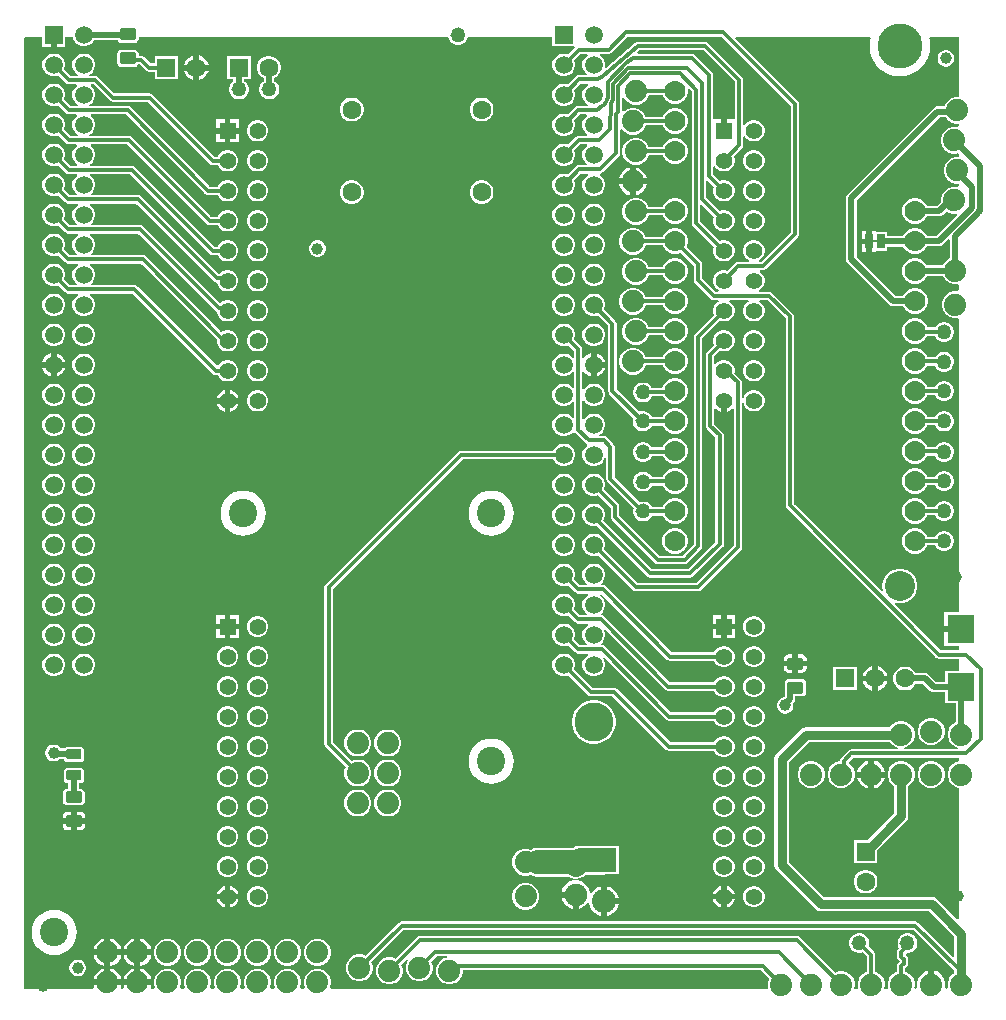
<source format=gtl>
G04*
G04 #@! TF.GenerationSoftware,Altium Limited,Altium Designer,23.3.1 (30)*
G04*
G04 Layer_Physical_Order=1*
G04 Layer_Color=255*
%FSLAX26Y26*%
%MOIN*%
G70*
G04*
G04 #@! TF.SameCoordinates,AF54F826-5E14-49BB-B143-2C6BD7E0847E*
G04*
G04*
G04 #@! TF.FilePolarity,Positive*
G04*
G01*
G75*
%ADD13C,0.078740*%
G04:AMPARAMS|DCode=20|XSize=40mil|YSize=55mil|CornerRadius=5mil|HoleSize=0mil|Usage=FLASHONLY|Rotation=90.000|XOffset=0mil|YOffset=0mil|HoleType=Round|Shape=RoundedRectangle|*
%AMROUNDEDRECTD20*
21,1,0.040000,0.045000,0,0,90.0*
21,1,0.030000,0.055000,0,0,90.0*
1,1,0.010000,0.022500,0.015000*
1,1,0.010000,0.022500,-0.015000*
1,1,0.010000,-0.022500,-0.015000*
1,1,0.010000,-0.022500,0.015000*
%
%ADD20ROUNDEDRECTD20*%
%ADD21R,0.087800X0.093310*%
G04:AMPARAMS|DCode=22|XSize=35mil|YSize=50mil|CornerRadius=4.375mil|HoleSize=0mil|Usage=FLASHONLY|Rotation=270.000|XOffset=0mil|YOffset=0mil|HoleType=Round|Shape=RoundedRectangle|*
%AMROUNDEDRECTD22*
21,1,0.035000,0.041250,0,0,270.0*
21,1,0.026250,0.050000,0,0,270.0*
1,1,0.008750,-0.020625,-0.013125*
1,1,0.008750,-0.020625,0.013125*
1,1,0.008750,0.020625,0.013125*
1,1,0.008750,0.020625,-0.013125*
%
%ADD22ROUNDEDRECTD22*%
%ADD23C,0.039370*%
%ADD43C,0.094488*%
%ADD44C,0.062992*%
%ADD45R,0.062992X0.062992*%
%ADD50C,0.011811*%
G04:AMPARAMS|DCode=51|XSize=50mil|YSize=50mil|CornerRadius=25mil|HoleSize=0mil|Usage=FLASHONLY|Rotation=90.000|XOffset=0mil|YOffset=0mil|HoleType=Round|Shape=RoundedRectangle|*
%AMROUNDEDRECTD51*
21,1,0.050000,0.000000,0,0,90.0*
21,1,0.000000,0.050000,0,0,90.0*
1,1,0.050000,0.000000,0.000000*
1,1,0.050000,0.000000,0.000000*
1,1,0.050000,0.000000,0.000000*
1,1,0.050000,0.000000,0.000000*
%
%ADD51ROUNDEDRECTD51*%
%ADD52R,0.025000X0.050000*%
G04:AMPARAMS|DCode=53|XSize=50mil|YSize=50mil|CornerRadius=25mil|HoleSize=0mil|Usage=FLASHONLY|Rotation=180.000|XOffset=0mil|YOffset=0mil|HoleType=Round|Shape=RoundedRectangle|*
%AMROUNDEDRECTD53*
21,1,0.050000,0.000000,0,0,180.0*
21,1,0.000000,0.050000,0,0,180.0*
1,1,0.050000,0.000000,0.000000*
1,1,0.050000,0.000000,0.000000*
1,1,0.050000,0.000000,0.000000*
1,1,0.050000,0.000000,0.000000*
%
%ADD53ROUNDEDRECTD53*%
%ADD54C,0.019685*%
%ADD55C,0.031496*%
%ADD56R,0.016000X0.010000*%
%ADD57R,0.062992X0.062992*%
%ADD58C,0.074000*%
%ADD59C,0.074803*%
%ADD60R,0.080000X0.080000*%
%ADD61C,0.080000*%
%ADD62C,0.130000*%
%ADD63C,0.059055*%
%ADD64C,0.149606*%
%ADD65C,0.100000*%
%ADD66C,0.070000*%
%ADD67C,0.055118*%
%ADD68R,0.055118X0.055118*%
%ADD69R,0.059055X0.059055*%
%ADD70C,0.062992*%
%ADD71R,0.062992X0.062992*%
G36*
X-1448425Y1554961D02*
X-1418740D01*
Y1587598D01*
X-1395142D01*
X-1393120Y1580052D01*
X-1388196Y1571523D01*
X-1381233Y1564560D01*
X-1372704Y1559636D01*
X-1363192Y1557087D01*
X-1353344D01*
X-1343831Y1559636D01*
X-1335303Y1564560D01*
X-1328339Y1571523D01*
X-1325146Y1577054D01*
X-1245521D01*
X-1245257Y1575725D01*
X-1242411Y1571466D01*
X-1238153Y1568621D01*
X-1233130Y1567622D01*
X-1188130D01*
X-1183107Y1568621D01*
X-1178848Y1571466D01*
X-1176003Y1575725D01*
X-1175004Y1580748D01*
Y1587598D01*
X-142424D01*
X-140870Y1581799D01*
X-136542Y1574303D01*
X-130421Y1568182D01*
X-122925Y1563854D01*
X-114564Y1561614D01*
X-105908D01*
X-97547Y1563854D01*
X-90051Y1568182D01*
X-83930Y1574303D01*
X-79603Y1581799D01*
X-78049Y1587598D01*
X204331D01*
Y1557087D01*
X277391D01*
X279694Y1552319D01*
X256516Y1529140D01*
X256169Y1529341D01*
X246656Y1531890D01*
X236808D01*
X227296Y1529341D01*
X218767Y1524417D01*
X211804Y1517453D01*
X206880Y1508925D01*
X204331Y1499412D01*
Y1489564D01*
X206880Y1480052D01*
X211804Y1471523D01*
X218767Y1464560D01*
X227296Y1459636D01*
X236808Y1457087D01*
X246656D01*
X256169Y1459636D01*
X264697Y1464560D01*
X271661Y1471523D01*
X276585Y1480052D01*
X279134Y1489564D01*
Y1499412D01*
X276585Y1508925D01*
X276385Y1509272D01*
X298339Y1531226D01*
X320561D01*
X321901Y1526226D01*
X318767Y1524417D01*
X311804Y1517453D01*
X306880Y1508925D01*
X304331Y1499412D01*
Y1489564D01*
X306880Y1480052D01*
X311804Y1471523D01*
X318214Y1465112D01*
X317432Y1460112D01*
X293307D01*
X287931Y1459043D01*
X283373Y1455998D01*
X279913Y1452538D01*
X256516Y1429140D01*
X256169Y1429341D01*
X246656Y1431890D01*
X236808D01*
X227296Y1429341D01*
X218767Y1424417D01*
X211804Y1417453D01*
X206880Y1408925D01*
X204331Y1399412D01*
Y1389564D01*
X206880Y1380052D01*
X211804Y1371523D01*
X218767Y1364560D01*
X227296Y1359636D01*
X236808Y1357087D01*
X246656D01*
X256169Y1359636D01*
X264697Y1364560D01*
X271661Y1371523D01*
X276585Y1380052D01*
X279134Y1389564D01*
Y1399412D01*
X276585Y1408925D01*
X276385Y1409272D01*
X299127Y1432014D01*
X321925D01*
X323265Y1427014D01*
X318767Y1424417D01*
X311804Y1417453D01*
X306880Y1408925D01*
X304331Y1399412D01*
Y1389564D01*
X306880Y1380052D01*
X311804Y1371523D01*
X318767Y1364560D01*
X323265Y1361963D01*
X321925Y1356963D01*
X290158D01*
X284781Y1355893D01*
X280223Y1352848D01*
X256516Y1329140D01*
X256169Y1329341D01*
X246656Y1331890D01*
X236808D01*
X227296Y1329341D01*
X218767Y1324417D01*
X211804Y1317453D01*
X206880Y1308925D01*
X204331Y1299412D01*
Y1289564D01*
X206880Y1280052D01*
X211804Y1271523D01*
X218767Y1264560D01*
X227296Y1259636D01*
X236808Y1257087D01*
X246656D01*
X256169Y1259636D01*
X264697Y1264560D01*
X271661Y1271523D01*
X276585Y1280052D01*
X279134Y1289564D01*
Y1299412D01*
X276585Y1308925D01*
X276385Y1309272D01*
X295977Y1328864D01*
X317432D01*
X318214Y1323864D01*
X311804Y1317453D01*
X306880Y1308925D01*
X304331Y1299412D01*
Y1289564D01*
X306880Y1280052D01*
X311804Y1271523D01*
X318767Y1264560D01*
X320662Y1263466D01*
X319322Y1258466D01*
X291660D01*
X286284Y1257396D01*
X281726Y1254351D01*
X256516Y1229140D01*
X256169Y1229341D01*
X246656Y1231890D01*
X236808D01*
X227296Y1229341D01*
X218767Y1224417D01*
X211804Y1217453D01*
X206880Y1208925D01*
X204331Y1199412D01*
Y1189564D01*
X206880Y1180052D01*
X211804Y1171523D01*
X218767Y1164560D01*
X227296Y1159636D01*
X236808Y1157087D01*
X246656D01*
X256169Y1159636D01*
X264697Y1164560D01*
X271661Y1171523D01*
X276585Y1180052D01*
X279134Y1189564D01*
Y1199412D01*
X276585Y1208925D01*
X276385Y1209272D01*
X297480Y1230367D01*
X319072D01*
X320412Y1225367D01*
X318767Y1224417D01*
X311804Y1217453D01*
X306880Y1208925D01*
X304331Y1199412D01*
Y1189564D01*
X306880Y1180052D01*
X311804Y1171523D01*
X318214Y1165112D01*
X317432Y1160112D01*
X293307D01*
X287931Y1159043D01*
X283373Y1155997D01*
X256516Y1129140D01*
X256169Y1129341D01*
X246656Y1131890D01*
X236808D01*
X227296Y1129341D01*
X218767Y1124417D01*
X211804Y1117453D01*
X206880Y1108925D01*
X204331Y1099412D01*
Y1089564D01*
X206880Y1080052D01*
X211804Y1071523D01*
X218767Y1064560D01*
X227296Y1059636D01*
X236808Y1057087D01*
X246656D01*
X256169Y1059636D01*
X264697Y1064560D01*
X271661Y1071523D01*
X276585Y1080052D01*
X279134Y1089564D01*
Y1099412D01*
X276585Y1108925D01*
X276385Y1109272D01*
X299127Y1132014D01*
X321925D01*
X323265Y1127014D01*
X318767Y1124417D01*
X311804Y1117453D01*
X306880Y1108925D01*
X304331Y1099412D01*
Y1089564D01*
X306880Y1080052D01*
X311804Y1071523D01*
X318767Y1064560D01*
X327296Y1059636D01*
X336808Y1057087D01*
X346656D01*
X356169Y1059636D01*
X364697Y1064560D01*
X371661Y1071523D01*
X376585Y1080052D01*
X379134Y1089564D01*
Y1099412D01*
X376585Y1108925D01*
X371661Y1117453D01*
X364697Y1124417D01*
X360200Y1127014D01*
X361539Y1132014D01*
X361791D01*
X367167Y1133083D01*
X371725Y1136129D01*
X426320Y1190724D01*
X429366Y1195282D01*
X430435Y1200658D01*
Y1278444D01*
X435435Y1279784D01*
X436375Y1278155D01*
X444730Y1269801D01*
X454963Y1263893D01*
X466376Y1260835D01*
X478191D01*
X489604Y1263893D01*
X499837Y1269801D01*
X508192Y1278155D01*
X514099Y1288388D01*
X515134Y1292250D01*
X571938D01*
X572449Y1290341D01*
X578094Y1280564D01*
X586076Y1272582D01*
X595853Y1266938D01*
X606757Y1264016D01*
X618046D01*
X628950Y1266938D01*
X638727Y1272582D01*
X646709Y1280564D01*
X652354Y1290341D01*
X655276Y1301245D01*
Y1312534D01*
X652354Y1323439D01*
X646709Y1333215D01*
X638727Y1341198D01*
X628950Y1346842D01*
X618046Y1349764D01*
X606757D01*
X595853Y1346842D01*
X586076Y1341198D01*
X578094Y1333215D01*
X572449Y1323439D01*
X571621Y1320349D01*
X514818D01*
X514099Y1323029D01*
X508192Y1333262D01*
X499837Y1341617D01*
X489604Y1347525D01*
X478191Y1350583D01*
X466376D01*
X454963Y1347525D01*
X444730Y1341617D01*
X442278Y1339164D01*
X437278Y1341236D01*
Y1383913D01*
X442278Y1385253D01*
X446375Y1378155D01*
X454730Y1369801D01*
X464963Y1363893D01*
X476376Y1360835D01*
X488191D01*
X499604Y1363893D01*
X509837Y1369801D01*
X518192Y1378155D01*
X524099Y1388388D01*
X525134Y1392250D01*
X571938D01*
X572449Y1390341D01*
X578094Y1380564D01*
X586076Y1372582D01*
X595853Y1366938D01*
X606757Y1364016D01*
X618046D01*
X628950Y1366938D01*
X638727Y1372582D01*
X646709Y1380564D01*
X652354Y1390341D01*
X655276Y1401245D01*
Y1412534D01*
X654908Y1413907D01*
X659238Y1416407D01*
X669415Y1406230D01*
Y967213D01*
X670485Y961836D01*
X673530Y957278D01*
X742792Y888017D01*
X740488Y879421D01*
Y870091D01*
X742903Y861080D01*
X747568Y853000D01*
X754165Y846403D01*
X762245Y841738D01*
X771256Y839323D01*
X780586D01*
X789598Y841738D01*
X797678Y846403D01*
X804275Y853000D01*
X808940Y861080D01*
X811354Y870091D01*
Y879421D01*
X808940Y888433D01*
X804275Y896512D01*
X797678Y903110D01*
X789598Y907774D01*
X780586Y910189D01*
X771256D01*
X762661Y907886D01*
X697514Y973032D01*
Y1026761D01*
X702134Y1028675D01*
X742792Y988017D01*
X740488Y979421D01*
Y970091D01*
X742903Y961080D01*
X747568Y953000D01*
X754165Y946403D01*
X762245Y941738D01*
X771256Y939323D01*
X780586D01*
X789598Y941738D01*
X797678Y946403D01*
X804275Y953000D01*
X808940Y961080D01*
X811354Y970091D01*
Y979421D01*
X808940Y988433D01*
X804275Y996512D01*
X797678Y1003110D01*
X789598Y1007774D01*
X780586Y1010189D01*
X771256D01*
X762661Y1007886D01*
X717790Y1052757D01*
Y1106486D01*
X722409Y1108399D01*
X742792Y1088017D01*
X740488Y1079421D01*
Y1070091D01*
X742903Y1061080D01*
X747568Y1053000D01*
X754165Y1046403D01*
X762245Y1041738D01*
X771256Y1039323D01*
X780586D01*
X789598Y1041738D01*
X797678Y1046403D01*
X804275Y1053000D01*
X808940Y1061080D01*
X811354Y1070091D01*
Y1079421D01*
X808940Y1088433D01*
X804275Y1096512D01*
X797678Y1103110D01*
X789598Y1107774D01*
X780586Y1110189D01*
X771256D01*
X762661Y1107886D01*
X740428Y1130119D01*
Y1155367D01*
X745428Y1156707D01*
X747568Y1153000D01*
X754165Y1146403D01*
X762245Y1141738D01*
X771256Y1139323D01*
X780586D01*
X789598Y1141738D01*
X797678Y1146403D01*
X804275Y1153000D01*
X808940Y1161080D01*
X811354Y1170091D01*
Y1179421D01*
X809051Y1188017D01*
X836706Y1215672D01*
X839752Y1220230D01*
X840821Y1225607D01*
Y1254685D01*
X845821Y1256025D01*
X847568Y1253000D01*
X854165Y1246403D01*
X862245Y1241738D01*
X871256Y1239323D01*
X880586D01*
X889598Y1241738D01*
X897678Y1246403D01*
X904275Y1253000D01*
X908940Y1261080D01*
X911354Y1270091D01*
Y1279421D01*
X908940Y1288433D01*
X904275Y1296512D01*
X897678Y1303110D01*
X889598Y1307774D01*
X880586Y1310189D01*
X871256D01*
X862245Y1307774D01*
X854165Y1303110D01*
X847568Y1296512D01*
X845821Y1293487D01*
X840821Y1294827D01*
Y1444882D01*
X839752Y1450258D01*
X836706Y1454816D01*
X724502Y1567021D01*
X719944Y1570067D01*
X714567Y1571136D01*
X489468D01*
X487307Y1570706D01*
X485119Y1570446D01*
X484635Y1570175D01*
X484091Y1570067D01*
X482260Y1568843D01*
X480338Y1567765D01*
X382955Y1484505D01*
X378526Y1487298D01*
X379134Y1489564D01*
Y1499412D01*
X376585Y1508925D01*
X371661Y1517453D01*
X364697Y1524417D01*
X361564Y1526226D01*
X362903Y1531226D01*
X391732D01*
X397109Y1532296D01*
X401667Y1535341D01*
X453924Y1587598D01*
X769501D01*
X998746Y1358354D01*
Y936922D01*
X899692Y837868D01*
X892896D01*
X891556Y842868D01*
X897678Y846403D01*
X904275Y853000D01*
X908940Y861080D01*
X911354Y870091D01*
Y879421D01*
X908940Y888433D01*
X904275Y896512D01*
X897678Y903110D01*
X889598Y907774D01*
X880586Y910189D01*
X871256D01*
X862245Y907774D01*
X854165Y903110D01*
X847568Y896512D01*
X842903Y888433D01*
X840488Y879421D01*
Y870091D01*
X842903Y861080D01*
X847568Y853000D01*
X854165Y846403D01*
X860190Y842924D01*
X859332Y838335D01*
X859025Y837823D01*
X856778Y837376D01*
X824492D01*
X819115Y836307D01*
X814557Y833261D01*
X789182Y807886D01*
X780586Y810189D01*
X771256D01*
X762245Y807774D01*
X754165Y803110D01*
X747568Y796512D01*
X742903Y788433D01*
X740488Y779421D01*
Y770091D01*
X742903Y761080D01*
X747568Y753000D01*
X754165Y746403D01*
X759264Y743459D01*
X757924Y738459D01*
X748930D01*
X704279Y783110D01*
Y829062D01*
X703209Y834439D01*
X700164Y838997D01*
X651060Y888100D01*
X652354Y890341D01*
X655276Y901245D01*
Y912534D01*
X652354Y923439D01*
X646709Y933215D01*
X638727Y941198D01*
X628950Y946842D01*
X618046Y949764D01*
X606757D01*
X595853Y946842D01*
X586076Y941198D01*
X578094Y933215D01*
X572449Y923439D01*
X571621Y920349D01*
X514818D01*
X514099Y923029D01*
X508192Y933262D01*
X499837Y941617D01*
X489604Y947525D01*
X478191Y950583D01*
X466376D01*
X454963Y947525D01*
X444730Y941617D01*
X436375Y933262D01*
X430468Y923029D01*
X427409Y911616D01*
Y899801D01*
X430468Y888388D01*
X436375Y878155D01*
X444730Y869801D01*
X454963Y863893D01*
X466376Y860835D01*
X478191D01*
X489604Y863893D01*
X499837Y869801D01*
X508192Y878155D01*
X514099Y888388D01*
X515134Y892250D01*
X571938D01*
X572449Y890341D01*
X578094Y880564D01*
X586076Y872582D01*
X595853Y866938D01*
X606757Y864016D01*
X618046D01*
X628950Y866938D01*
X631191Y868231D01*
X676180Y823243D01*
Y777290D01*
X677249Y771914D01*
X680295Y767356D01*
X733176Y714475D01*
X737734Y711429D01*
X743110Y710360D01*
X756723D01*
X758063Y705360D01*
X754165Y703110D01*
X747568Y696512D01*
X742903Y688433D01*
X740488Y679421D01*
Y670091D01*
X742792Y661495D01*
X680026Y598730D01*
X676981Y594172D01*
X675911Y588795D01*
Y-104417D01*
X638865Y-141462D01*
X561922D01*
X426451Y-5992D01*
Y23819D01*
X425382Y29195D01*
X422336Y33753D01*
X376385Y79705D01*
X376585Y80052D01*
X379134Y89564D01*
Y99412D01*
X376585Y108925D01*
X371661Y117453D01*
X364697Y124417D01*
X356169Y129341D01*
X346656Y131890D01*
X336808D01*
X327296Y129341D01*
X318767Y124417D01*
X311804Y117453D01*
X306880Y108925D01*
X304331Y99412D01*
Y89564D01*
X306880Y80052D01*
X311804Y71523D01*
X318767Y64560D01*
X327296Y59636D01*
X336808Y57087D01*
X346656D01*
X356169Y59636D01*
X356516Y59836D01*
X398352Y17999D01*
Y-11811D01*
X399422Y-17188D01*
X402467Y-21745D01*
X546168Y-165446D01*
X550726Y-168492D01*
X556102Y-169561D01*
X644685D01*
X650062Y-168492D01*
X654620Y-165446D01*
X699895Y-120171D01*
X702941Y-115613D01*
X704010Y-110236D01*
Y582976D01*
X762661Y641626D01*
X771256Y639323D01*
X780586D01*
X789598Y641738D01*
X797678Y646403D01*
X804275Y653000D01*
X808940Y661080D01*
X811354Y670091D01*
Y679421D01*
X808940Y688433D01*
X804275Y696512D01*
X797678Y703110D01*
X793780Y705360D01*
X795120Y710360D01*
X856723D01*
X858063Y705360D01*
X854165Y703110D01*
X847568Y696512D01*
X842903Y688433D01*
X840488Y679421D01*
Y670091D01*
X842903Y661080D01*
X847568Y653000D01*
X854165Y646403D01*
X862245Y641738D01*
X871256Y639323D01*
X880586D01*
X889598Y641738D01*
X897678Y646403D01*
X904275Y653000D01*
X908940Y661080D01*
X911354Y670091D01*
Y679421D01*
X908940Y688433D01*
X904275Y696512D01*
X897678Y703110D01*
X893780Y705360D01*
X895120Y710360D01*
X921346D01*
X982014Y649692D01*
Y25793D01*
X983083Y20416D01*
X986129Y15858D01*
X1483378Y-481391D01*
X1487936Y-484437D01*
X1493312Y-485506D01*
X1558071D01*
Y-524995D01*
X1513187D01*
Y-561460D01*
X1482728D01*
X1459677Y-538408D01*
X1453816Y-534492D01*
X1446904Y-533117D01*
X1414559D01*
X1411031Y-527007D01*
X1403701Y-519677D01*
X1394724Y-514494D01*
X1384711Y-511811D01*
X1374344D01*
X1364331Y-514494D01*
X1355354Y-519677D01*
X1348024Y-527007D01*
X1342841Y-535985D01*
X1340158Y-545998D01*
Y-556364D01*
X1342841Y-566377D01*
X1348024Y-575355D01*
X1355354Y-582685D01*
X1364331Y-587868D01*
X1374344Y-590551D01*
X1384711D01*
X1394724Y-587868D01*
X1403701Y-582685D01*
X1411031Y-575355D01*
X1414559Y-569245D01*
X1439421D01*
X1462473Y-592296D01*
X1468333Y-596212D01*
X1475246Y-597587D01*
X1513187D01*
Y-634053D01*
X1548472D01*
Y-696960D01*
X1538982Y-702438D01*
X1530627Y-710793D01*
X1524719Y-721026D01*
X1521661Y-732439D01*
Y-744254D01*
X1524719Y-755667D01*
X1530627Y-765900D01*
X1538982Y-774255D01*
X1549215Y-780162D01*
X1556564Y-782132D01*
X1555906Y-787132D01*
X1377165D01*
X1376507Y-782132D01*
X1383856Y-780162D01*
X1394089Y-774255D01*
X1402444Y-765900D01*
X1408351Y-755667D01*
X1411409Y-744254D01*
Y-732439D01*
X1408351Y-721026D01*
X1402444Y-710793D01*
X1394089Y-702438D01*
X1383856Y-696531D01*
X1372443Y-693472D01*
X1360628D01*
X1349215Y-696531D01*
X1338982Y-702438D01*
X1330627Y-710793D01*
X1328625Y-714262D01*
X1048071D01*
X1038854Y-716095D01*
X1031040Y-721316D01*
X951473Y-800883D01*
X946252Y-808697D01*
X944419Y-817913D01*
Y-1173228D01*
X946252Y-1182445D01*
X951473Y-1190259D01*
X1081395Y-1320180D01*
X1089208Y-1325401D01*
X1098425Y-1327234D01*
X1458528D01*
X1542884Y-1411590D01*
Y-1477112D01*
X1538264Y-1479025D01*
X1424305Y-1365065D01*
X1419747Y-1362020D01*
X1414370Y-1360950D01*
X-298150D01*
X-303526Y-1362020D01*
X-308084Y-1365065D01*
X-418723Y-1475704D01*
X-421656Y-1474011D01*
X-433068Y-1470953D01*
X-444884D01*
X-456297Y-1474011D01*
X-466530Y-1479919D01*
X-474884Y-1488273D01*
X-480792Y-1498506D01*
X-483850Y-1509919D01*
Y-1521735D01*
X-480792Y-1533147D01*
X-474884Y-1543380D01*
X-466530Y-1551735D01*
X-456297Y-1557643D01*
X-444884Y-1560701D01*
X-433068D01*
X-421656Y-1557643D01*
X-411423Y-1551735D01*
X-403068Y-1543380D01*
X-397160Y-1533147D01*
X-394102Y-1521735D01*
Y-1509919D01*
X-397160Y-1498506D01*
X-398854Y-1495573D01*
X-292330Y-1389050D01*
X1408551D01*
X1542884Y-1523382D01*
Y-1533581D01*
X1539415Y-1535583D01*
X1531060Y-1543938D01*
X1525153Y-1554171D01*
X1522094Y-1565583D01*
Y-1577399D01*
X1523101Y-1581154D01*
X1520062Y-1585114D01*
X1516076Y-1585114D01*
X1513037Y-1581154D01*
X1513968Y-1577679D01*
Y-1565304D01*
X1510766Y-1553350D01*
X1504578Y-1542633D01*
X1495827Y-1533882D01*
X1485110Y-1527694D01*
X1476811Y-1525471D01*
Y-1571491D01*
X1457126D01*
Y-1525471D01*
X1448827Y-1527694D01*
X1438110Y-1533882D01*
X1429359Y-1542633D01*
X1423171Y-1553350D01*
X1419968Y-1565304D01*
Y-1577679D01*
X1420900Y-1581154D01*
X1417861Y-1585114D01*
X1413875Y-1585114D01*
X1410836Y-1581154D01*
X1411842Y-1577399D01*
Y-1565583D01*
X1408784Y-1554171D01*
X1402877Y-1543938D01*
X1394522Y-1535583D01*
X1384289Y-1529675D01*
X1381018Y-1528799D01*
Y-1515818D01*
X1385449Y-1512858D01*
X1386334Y-1511972D01*
X1389380Y-1507414D01*
X1390449Y-1502038D01*
Y-1486093D01*
X1389380Y-1480716D01*
X1386334Y-1476158D01*
X1385449Y-1475272D01*
X1382913Y-1473578D01*
X1382448Y-1468647D01*
X1385961Y-1464961D01*
X1392123D01*
X1400484Y-1462720D01*
X1407980Y-1458392D01*
X1414101Y-1452272D01*
X1418429Y-1444775D01*
X1420669Y-1436415D01*
Y-1427759D01*
X1418429Y-1419398D01*
X1414101Y-1411901D01*
X1407980Y-1405781D01*
X1400484Y-1401453D01*
X1392123Y-1399213D01*
X1383467D01*
X1375106Y-1401453D01*
X1367610Y-1405781D01*
X1361489Y-1411901D01*
X1357162Y-1419398D01*
X1354921Y-1427759D01*
Y-1436415D01*
X1357162Y-1444775D01*
X1360240Y-1450107D01*
X1357034Y-1453313D01*
X1353988Y-1457871D01*
X1352919Y-1463247D01*
Y-1478288D01*
X1353988Y-1483665D01*
X1357034Y-1488223D01*
X1362350Y-1493539D01*
Y-1494591D01*
X1357034Y-1499908D01*
X1353988Y-1504466D01*
X1352919Y-1509842D01*
Y-1528799D01*
X1349648Y-1529675D01*
X1339415Y-1535583D01*
X1331060Y-1543938D01*
X1325153Y-1554171D01*
X1322094Y-1565583D01*
Y-1577399D01*
X1323237Y-1581663D01*
X1320193Y-1585630D01*
X1313744D01*
X1310700Y-1581663D01*
X1311842Y-1577399D01*
Y-1565583D01*
X1308784Y-1554171D01*
X1302877Y-1543938D01*
X1294522Y-1535583D01*
X1284289Y-1529675D01*
X1281018Y-1528799D01*
Y-1471693D01*
X1279948Y-1466316D01*
X1276903Y-1461758D01*
X1258402Y-1443258D01*
X1260236Y-1436415D01*
Y-1427759D01*
X1257996Y-1419398D01*
X1253668Y-1411901D01*
X1247547Y-1405781D01*
X1240051Y-1401453D01*
X1231690Y-1399213D01*
X1223034D01*
X1214673Y-1401453D01*
X1207177Y-1405781D01*
X1201056Y-1411901D01*
X1196728Y-1419398D01*
X1194488Y-1427759D01*
Y-1436415D01*
X1196728Y-1444775D01*
X1201056Y-1452272D01*
X1207177Y-1458392D01*
X1214673Y-1462720D01*
X1223034Y-1464961D01*
X1231690D01*
X1238534Y-1463127D01*
X1252919Y-1477512D01*
Y-1528799D01*
X1249648Y-1529675D01*
X1239415Y-1535583D01*
X1231060Y-1543938D01*
X1225153Y-1554171D01*
X1222094Y-1565583D01*
Y-1577399D01*
X1223237Y-1581663D01*
X1220193Y-1585630D01*
X1213744D01*
X1210700Y-1581663D01*
X1211842Y-1577399D01*
Y-1565583D01*
X1208784Y-1554171D01*
X1202877Y-1543938D01*
X1194522Y-1535583D01*
X1184289Y-1529675D01*
X1172876Y-1526617D01*
X1161061D01*
X1149648Y-1529675D01*
X1146715Y-1531369D01*
X1028640Y-1413294D01*
X1024082Y-1410248D01*
X1018706Y-1409179D01*
X-236378D01*
X-241754Y-1410248D01*
X-246312Y-1413294D01*
X-318723Y-1485704D01*
X-321656Y-1484011D01*
X-333068Y-1480953D01*
X-344884D01*
X-356297Y-1484011D01*
X-366530Y-1489919D01*
X-374884Y-1498273D01*
X-380792Y-1508506D01*
X-383850Y-1519919D01*
Y-1531735D01*
X-380792Y-1543147D01*
X-374884Y-1553380D01*
X-366530Y-1561735D01*
X-356297Y-1567643D01*
X-344884Y-1570701D01*
X-333068D01*
X-321656Y-1567643D01*
X-311423Y-1561735D01*
X-303068Y-1553380D01*
X-297160Y-1543147D01*
X-294102Y-1531735D01*
Y-1519919D01*
X-297160Y-1508506D01*
X-298854Y-1505573D01*
X-279434Y-1486153D01*
X-275433Y-1489223D01*
X-280792Y-1498506D01*
X-283850Y-1509919D01*
Y-1521735D01*
X-280792Y-1533147D01*
X-274884Y-1543380D01*
X-266530Y-1551735D01*
X-256297Y-1557643D01*
X-244884Y-1560701D01*
X-233069D01*
X-221656Y-1557643D01*
X-211423Y-1551735D01*
X-203068Y-1543380D01*
X-197160Y-1533147D01*
X-194102Y-1521735D01*
Y-1509919D01*
X-197160Y-1498506D01*
X-198854Y-1495573D01*
X-179929Y-1476648D01*
X-148137D01*
X-147479Y-1481648D01*
X-156297Y-1484011D01*
X-166530Y-1489919D01*
X-174884Y-1498273D01*
X-180792Y-1508506D01*
X-183850Y-1519919D01*
Y-1531735D01*
X-180792Y-1543147D01*
X-174884Y-1553380D01*
X-166530Y-1561735D01*
X-156297Y-1567643D01*
X-144884Y-1570701D01*
X-133069D01*
X-121656Y-1567643D01*
X-111423Y-1561735D01*
X-103068Y-1553380D01*
X-97160Y-1543147D01*
X-94102Y-1531735D01*
Y-1523892D01*
X899500D01*
X926846Y-1551238D01*
X925153Y-1554171D01*
X922095Y-1565583D01*
Y-1577399D01*
X923237Y-1581663D01*
X920193Y-1585630D01*
X-534819D01*
X-534912Y-1585470D01*
X-537139Y-1580630D01*
X-534260Y-1569884D01*
Y-1558069D01*
X-537318Y-1546656D01*
X-543226Y-1536423D01*
X-551581Y-1528068D01*
X-561813Y-1522160D01*
X-573226Y-1519102D01*
X-585042D01*
X-596455Y-1522160D01*
X-606687Y-1528068D01*
X-615042Y-1536423D01*
X-620950Y-1546656D01*
X-624008Y-1558069D01*
Y-1569884D01*
X-621129Y-1580630D01*
X-623356Y-1585470D01*
X-623448Y-1585630D01*
X-634819D01*
X-634912Y-1585470D01*
X-637139Y-1580630D01*
X-634260Y-1569884D01*
Y-1558069D01*
X-637318Y-1546656D01*
X-643226Y-1536423D01*
X-651581Y-1528068D01*
X-661813Y-1522160D01*
X-673226Y-1519102D01*
X-685042D01*
X-696455Y-1522160D01*
X-706687Y-1528068D01*
X-715042Y-1536423D01*
X-720950Y-1546656D01*
X-724008Y-1558069D01*
Y-1569884D01*
X-721129Y-1580630D01*
X-723356Y-1585470D01*
X-723448Y-1585630D01*
X-734819D01*
X-734912Y-1585470D01*
X-737139Y-1580630D01*
X-734260Y-1569884D01*
Y-1558069D01*
X-737318Y-1546656D01*
X-743226Y-1536423D01*
X-751581Y-1528068D01*
X-761813Y-1522160D01*
X-773226Y-1519102D01*
X-785042D01*
X-796455Y-1522160D01*
X-806687Y-1528068D01*
X-815042Y-1536423D01*
X-820950Y-1546656D01*
X-824008Y-1558069D01*
Y-1569884D01*
X-821129Y-1580630D01*
X-823356Y-1585470D01*
X-823448Y-1585630D01*
X-834819D01*
X-834912Y-1585470D01*
X-837139Y-1580630D01*
X-834260Y-1569884D01*
Y-1558069D01*
X-837318Y-1546656D01*
X-843226Y-1536423D01*
X-851581Y-1528068D01*
X-861813Y-1522160D01*
X-873226Y-1519102D01*
X-885042D01*
X-896455Y-1522160D01*
X-906687Y-1528068D01*
X-915042Y-1536423D01*
X-920950Y-1546656D01*
X-924008Y-1558069D01*
Y-1569884D01*
X-921129Y-1580630D01*
X-923356Y-1585470D01*
X-923448Y-1585630D01*
X-934819D01*
X-934912Y-1585470D01*
X-937139Y-1580630D01*
X-934260Y-1569884D01*
Y-1558069D01*
X-937318Y-1546656D01*
X-943226Y-1536423D01*
X-951581Y-1528068D01*
X-961813Y-1522160D01*
X-973226Y-1519102D01*
X-985042D01*
X-996455Y-1522160D01*
X-1006687Y-1528068D01*
X-1015042Y-1536423D01*
X-1020950Y-1546656D01*
X-1024008Y-1558069D01*
Y-1569884D01*
X-1021129Y-1580630D01*
X-1023356Y-1585470D01*
X-1023448Y-1585630D01*
X-1034820D01*
X-1034912Y-1585470D01*
X-1037139Y-1580630D01*
X-1034260Y-1569884D01*
Y-1558069D01*
X-1037318Y-1546656D01*
X-1043226Y-1536423D01*
X-1051581Y-1528068D01*
X-1061813Y-1522160D01*
X-1073226Y-1519102D01*
X-1085042D01*
X-1096455Y-1522160D01*
X-1106687Y-1528068D01*
X-1115042Y-1536423D01*
X-1120950Y-1546656D01*
X-1124008Y-1558069D01*
Y-1569884D01*
X-1121129Y-1580630D01*
X-1123356Y-1585470D01*
X-1123448Y-1585630D01*
X-1132209D01*
X-1134938Y-1580630D01*
X-1133113Y-1573819D01*
X-1179134D01*
X-1225155D01*
X-1223330Y-1580630D01*
X-1226059Y-1585630D01*
X-1232209D01*
X-1234938Y-1580630D01*
X-1233113Y-1573819D01*
X-1279134D01*
X-1325155D01*
X-1323330Y-1580630D01*
X-1326059Y-1585630D01*
X-1556188D01*
X-1557132Y1584062D01*
X-1553597Y1587598D01*
X-1497795D01*
Y1554961D01*
X-1468110D01*
Y1594488D01*
X-1448425D01*
Y1554961D01*
D02*
G37*
G36*
X1558071Y1387591D02*
X1548226D01*
X1536813Y1384532D01*
X1526581Y1378625D01*
X1518226Y1370270D01*
X1512318Y1360037D01*
X1511253Y1356064D01*
X1487606D01*
X1480694Y1354689D01*
X1474833Y1350773D01*
X1188014Y1063954D01*
X1184099Y1058094D01*
X1182724Y1051181D01*
Y846457D01*
X1184099Y839544D01*
X1188014Y833684D01*
X1327581Y694117D01*
X1333442Y690201D01*
X1340354Y688826D01*
X1373324D01*
X1378094Y680564D01*
X1386076Y672582D01*
X1395853Y666938D01*
X1406757Y664016D01*
X1418046D01*
X1428950Y666938D01*
X1438727Y672582D01*
X1446709Y680564D01*
X1452354Y690341D01*
X1455276Y701245D01*
Y712534D01*
X1452354Y723439D01*
X1446709Y733215D01*
X1438727Y741198D01*
X1428950Y746842D01*
X1418046Y749764D01*
X1406757D01*
X1395853Y746842D01*
X1386076Y741198D01*
X1378094Y733215D01*
X1373324Y724953D01*
X1347836D01*
X1218851Y853939D01*
Y1043699D01*
X1495089Y1319937D01*
X1515470D01*
X1518226Y1315163D01*
X1526581Y1306808D01*
X1536813Y1300901D01*
X1548226Y1297842D01*
X1558071D01*
Y1289546D01*
X1554104Y1286502D01*
X1550042Y1287591D01*
X1538226D01*
X1526813Y1284532D01*
X1516581Y1278625D01*
X1508226Y1270270D01*
X1502318Y1260037D01*
X1499260Y1248624D01*
Y1236809D01*
X1502318Y1225396D01*
X1508226Y1215163D01*
X1516581Y1206808D01*
X1526813Y1200901D01*
X1538226Y1197842D01*
X1550042D01*
X1554104Y1198931D01*
X1558071Y1195887D01*
Y1187591D01*
X1548226D01*
X1536813Y1184532D01*
X1526581Y1178625D01*
X1518226Y1170270D01*
X1512318Y1160037D01*
X1509260Y1148624D01*
Y1136809D01*
X1512318Y1125396D01*
X1518226Y1115163D01*
X1526581Y1106808D01*
X1536813Y1100901D01*
X1548226Y1097842D01*
X1558071D01*
Y1089546D01*
X1554104Y1086502D01*
X1550042Y1087591D01*
X1538226D01*
X1526813Y1084532D01*
X1516581Y1078625D01*
X1508226Y1070270D01*
X1502318Y1060037D01*
X1499260Y1048624D01*
Y1038086D01*
X1486128Y1024953D01*
X1451479D01*
X1446709Y1033215D01*
X1438727Y1041198D01*
X1428950Y1046842D01*
X1418046Y1049764D01*
X1406757D01*
X1395853Y1046842D01*
X1386076Y1041198D01*
X1378094Y1033215D01*
X1372449Y1023439D01*
X1369528Y1012534D01*
Y1001245D01*
X1372449Y990341D01*
X1378094Y980564D01*
X1386076Y972582D01*
X1395853Y966938D01*
X1406757Y964016D01*
X1418046D01*
X1428950Y966938D01*
X1438727Y972582D01*
X1446709Y980564D01*
X1451479Y988826D01*
X1493610D01*
X1500522Y990201D01*
X1506383Y994117D01*
X1518161Y1005896D01*
X1526813Y1000901D01*
X1538226Y997842D01*
X1550042D01*
X1551708Y998289D01*
X1554297Y993806D01*
X1485444Y924953D01*
X1451479D01*
X1446709Y933215D01*
X1438727Y941198D01*
X1428950Y946842D01*
X1418046Y949764D01*
X1406757D01*
X1395853Y946842D01*
X1386076Y941198D01*
X1378094Y933215D01*
X1372528Y923575D01*
X1320216D01*
Y938386D01*
X1282342D01*
Y940512D01*
X1269685D01*
Y918113D01*
X1268769Y917931D01*
X1266164Y916190D01*
X1264424Y913585D01*
X1263812Y910512D01*
Y905512D01*
Y900512D01*
X1264424Y897439D01*
X1266164Y894833D01*
X1268769Y893093D01*
X1269685Y892911D01*
Y870512D01*
X1282342D01*
Y872638D01*
X1320216D01*
Y887448D01*
X1374120D01*
X1378094Y880564D01*
X1386076Y872582D01*
X1395853Y866938D01*
X1406757Y864016D01*
X1418046D01*
X1428950Y866938D01*
X1438727Y872582D01*
X1446709Y880564D01*
X1451479Y888826D01*
X1492926D01*
X1499839Y890201D01*
X1505699Y894117D01*
X1524561Y912979D01*
X1529180Y911066D01*
Y850159D01*
X1519691Y844680D01*
X1511336Y836325D01*
X1505428Y826092D01*
X1505375Y825894D01*
X1450936D01*
X1446709Y833215D01*
X1438727Y841198D01*
X1428950Y846842D01*
X1418046Y849764D01*
X1406757D01*
X1395853Y846842D01*
X1386076Y841198D01*
X1378094Y833215D01*
X1372449Y823439D01*
X1369528Y812534D01*
Y801245D01*
X1372449Y790341D01*
X1378094Y780564D01*
X1386076Y772582D01*
X1395853Y766938D01*
X1406757Y764016D01*
X1418046D01*
X1428950Y766938D01*
X1438727Y772582D01*
X1446709Y780564D01*
X1452023Y789767D01*
X1506400D01*
X1511336Y781218D01*
X1519691Y772864D01*
X1529923Y766956D01*
X1541336Y763898D01*
X1553152D01*
X1554104Y764153D01*
X1558071Y761109D01*
Y742434D01*
X1554104Y739391D01*
X1553152Y739646D01*
X1541336D01*
X1529923Y736588D01*
X1519691Y730680D01*
X1511336Y722325D01*
X1505428Y712092D01*
X1502370Y700679D01*
Y688864D01*
X1505428Y677451D01*
X1511336Y667218D01*
X1519691Y658864D01*
X1529923Y652956D01*
X1541336Y649898D01*
X1553152D01*
X1554104Y650153D01*
X1558071Y647109D01*
Y-328389D01*
X1511061D01*
Y-375201D01*
X1564961D01*
Y-394886D01*
X1511061D01*
Y-441699D01*
X1558071D01*
Y-457407D01*
X1499132D01*
X1345361Y-303636D01*
X1347949Y-299153D01*
X1354782Y-300984D01*
X1370021D01*
X1384740Y-297040D01*
X1397937Y-289421D01*
X1408712Y-278646D01*
X1416332Y-265449D01*
X1420276Y-250730D01*
Y-235491D01*
X1416332Y-220772D01*
X1408712Y-207575D01*
X1397937Y-196799D01*
X1384740Y-189180D01*
X1370021Y-185236D01*
X1354782D01*
X1340063Y-189180D01*
X1326866Y-196799D01*
X1316091Y-207575D01*
X1308472Y-220772D01*
X1304528Y-235491D01*
Y-250730D01*
X1306359Y-257563D01*
X1301876Y-260151D01*
X1010112Y31612D01*
Y655512D01*
X1009043Y660888D01*
X1005997Y665446D01*
X937100Y734344D01*
X932542Y737389D01*
X927165Y738459D01*
X893919D01*
X892579Y743459D01*
X897678Y746403D01*
X904275Y753000D01*
X908940Y761080D01*
X911354Y770091D01*
Y779421D01*
X908940Y788433D01*
X904275Y796512D01*
X897678Y803110D01*
X894803Y804769D01*
X896142Y809769D01*
X905512D01*
X910888Y810839D01*
X915446Y813884D01*
X1022730Y921168D01*
X1025775Y925726D01*
X1026845Y931102D01*
Y1364173D01*
X1025775Y1369550D01*
X1022730Y1374108D01*
X813859Y1582979D01*
X815772Y1587598D01*
X1262384D01*
X1265362Y1583582D01*
X1263248Y1576613D01*
X1261305Y1556890D01*
X1263248Y1537167D01*
X1269001Y1518202D01*
X1278343Y1500724D01*
X1290916Y1485404D01*
X1306236Y1472831D01*
X1323714Y1463489D01*
X1342679Y1457736D01*
X1362402Y1455794D01*
X1382124Y1457736D01*
X1401089Y1463489D01*
X1418568Y1472831D01*
X1433887Y1485404D01*
X1446460Y1500724D01*
X1455802Y1518202D01*
X1461555Y1537167D01*
X1463498Y1556890D01*
X1461555Y1576613D01*
X1459441Y1583582D01*
X1462420Y1587598D01*
X1558071D01*
Y1387591D01*
D02*
G37*
G36*
X812722Y1439062D02*
Y1312315D01*
X785764D01*
Y1274756D01*
X766079D01*
Y1312315D01*
X740428D01*
Y1461614D01*
X739358Y1466991D01*
X736312Y1471549D01*
X680210Y1527651D01*
X675652Y1530697D01*
X670276Y1531766D01*
X488690D01*
X486958Y1536457D01*
X494655Y1543037D01*
X708748D01*
X812722Y1439062D01*
D02*
G37*
G36*
X1330627Y-765900D02*
X1338982Y-774255D01*
X1349215Y-780162D01*
X1356564Y-782132D01*
X1355906Y-787132D01*
X1200787D01*
X1195411Y-788201D01*
X1190853Y-791247D01*
X1165668Y-816432D01*
X1162622Y-820990D01*
X1161553Y-826366D01*
Y-826617D01*
X1161061D01*
X1149648Y-829675D01*
X1139415Y-835583D01*
X1131060Y-843938D01*
X1125153Y-854171D01*
X1122094Y-865583D01*
Y-877399D01*
X1125153Y-888812D01*
X1131060Y-899045D01*
X1139415Y-907399D01*
X1149648Y-913307D01*
X1161061Y-916365D01*
X1172876D01*
X1184289Y-913307D01*
X1194522Y-907399D01*
X1202877Y-899045D01*
X1208784Y-888812D01*
X1211842Y-877399D01*
Y-865583D01*
X1208784Y-854171D01*
X1202877Y-843938D01*
X1194522Y-835583D01*
X1193763Y-835145D01*
X1192941Y-828897D01*
X1206607Y-815231D01*
X1558071D01*
Y-827418D01*
X1549648Y-829675D01*
X1539415Y-835583D01*
X1531060Y-843938D01*
X1525153Y-854171D01*
X1522094Y-865583D01*
Y-877399D01*
X1525153Y-888812D01*
X1531060Y-899045D01*
X1539415Y-907399D01*
X1549648Y-913307D01*
X1558071Y-915564D01*
Y-1352123D01*
X1553451Y-1354036D01*
X1485534Y-1286119D01*
X1477721Y-1280898D01*
X1468504Y-1279065D01*
X1108401D01*
X992589Y-1163252D01*
Y-827890D01*
X1058047Y-762431D01*
X1328625D01*
X1330627Y-765900D01*
D02*
G37*
%LPC*%
G36*
X-972441Y1525559D02*
Y1495078D01*
X-941961D01*
X-943615Y1501253D01*
X-949078Y1510715D01*
X-956804Y1518441D01*
X-966267Y1523904D01*
X-972441Y1525559D01*
D02*
G37*
G36*
X-992126Y1525559D02*
X-998300Y1523904D01*
X-1007763Y1518441D01*
X-1015489Y1510715D01*
X-1020952Y1501253D01*
X-1022606Y1495078D01*
X-992126D01*
Y1525559D01*
D02*
G37*
G36*
X-1353344Y1531890D02*
X-1363192D01*
X-1372704Y1529341D01*
X-1381233Y1524417D01*
X-1388196Y1517453D01*
X-1393120Y1508925D01*
X-1395669Y1499412D01*
Y1489564D01*
X-1393120Y1480052D01*
X-1388196Y1471523D01*
X-1381233Y1464560D01*
X-1376735Y1461963D01*
X-1378075Y1456963D01*
X-1400873D01*
X-1423615Y1479705D01*
X-1423415Y1480052D01*
X-1420866Y1489564D01*
Y1499412D01*
X-1423415Y1508925D01*
X-1428339Y1517453D01*
X-1435303Y1524417D01*
X-1443831Y1529341D01*
X-1453344Y1531890D01*
X-1463192D01*
X-1472704Y1529341D01*
X-1481233Y1524417D01*
X-1488196Y1517453D01*
X-1493120Y1508925D01*
X-1495669Y1499412D01*
Y1489564D01*
X-1493120Y1480052D01*
X-1488196Y1471523D01*
X-1481233Y1464560D01*
X-1472704Y1459636D01*
X-1463192Y1457087D01*
X-1453344D01*
X-1443831Y1459636D01*
X-1443484Y1459836D01*
X-1416627Y1432979D01*
X-1412069Y1429933D01*
X-1406693Y1428864D01*
X-1382568D01*
X-1381786Y1423864D01*
X-1388196Y1417453D01*
X-1393120Y1408925D01*
X-1395669Y1399412D01*
Y1389564D01*
X-1393120Y1380052D01*
X-1388196Y1371523D01*
X-1381233Y1364560D01*
X-1376735Y1361963D01*
X-1378075Y1356963D01*
X-1400873D01*
X-1423615Y1379705D01*
X-1423415Y1380052D01*
X-1420866Y1389564D01*
Y1399412D01*
X-1423415Y1408925D01*
X-1428339Y1417453D01*
X-1435303Y1424417D01*
X-1443831Y1429341D01*
X-1453344Y1431890D01*
X-1463192D01*
X-1472704Y1429341D01*
X-1481233Y1424417D01*
X-1488196Y1417453D01*
X-1493120Y1408925D01*
X-1495669Y1399412D01*
Y1389564D01*
X-1493120Y1380052D01*
X-1488196Y1371523D01*
X-1481233Y1364560D01*
X-1472704Y1359636D01*
X-1463192Y1357087D01*
X-1453344D01*
X-1443831Y1359636D01*
X-1443484Y1359836D01*
X-1416627Y1332979D01*
X-1412069Y1329933D01*
X-1406693Y1328864D01*
X-1382568D01*
X-1381786Y1323864D01*
X-1388196Y1317453D01*
X-1393120Y1308925D01*
X-1395669Y1299412D01*
Y1289564D01*
X-1393120Y1280052D01*
X-1388196Y1271523D01*
X-1381233Y1264560D01*
X-1376735Y1261963D01*
X-1378075Y1256963D01*
X-1400873D01*
X-1423615Y1279705D01*
X-1423415Y1280052D01*
X-1420866Y1289564D01*
Y1299412D01*
X-1423415Y1308925D01*
X-1428339Y1317453D01*
X-1435303Y1324417D01*
X-1443831Y1329341D01*
X-1453344Y1331890D01*
X-1463192D01*
X-1472704Y1329341D01*
X-1481233Y1324417D01*
X-1488196Y1317453D01*
X-1493120Y1308925D01*
X-1495669Y1299412D01*
Y1289564D01*
X-1493120Y1280052D01*
X-1488196Y1271523D01*
X-1481233Y1264560D01*
X-1472704Y1259636D01*
X-1463192Y1257087D01*
X-1453344D01*
X-1443831Y1259636D01*
X-1443484Y1259836D01*
X-1416627Y1232979D01*
X-1412069Y1229933D01*
X-1406693Y1228864D01*
X-1382568D01*
X-1381786Y1223864D01*
X-1388196Y1217453D01*
X-1393120Y1208925D01*
X-1395669Y1199412D01*
Y1189564D01*
X-1393120Y1180052D01*
X-1388196Y1171523D01*
X-1381233Y1164560D01*
X-1379463Y1163538D01*
X-1380803Y1158538D01*
X-1402448D01*
X-1423615Y1179705D01*
X-1423415Y1180052D01*
X-1420866Y1189564D01*
Y1199412D01*
X-1423415Y1208925D01*
X-1428339Y1217453D01*
X-1435303Y1224417D01*
X-1443831Y1229341D01*
X-1453344Y1231890D01*
X-1463192D01*
X-1472704Y1229341D01*
X-1481233Y1224417D01*
X-1488196Y1217453D01*
X-1493120Y1208925D01*
X-1495669Y1199412D01*
Y1189564D01*
X-1493120Y1180052D01*
X-1488196Y1171523D01*
X-1481233Y1164560D01*
X-1472704Y1159636D01*
X-1463192Y1157087D01*
X-1453344D01*
X-1443831Y1159636D01*
X-1443484Y1159836D01*
X-1418202Y1134554D01*
X-1413644Y1131508D01*
X-1408268Y1130439D01*
X-1380803D01*
X-1379463Y1125439D01*
X-1381233Y1124417D01*
X-1388196Y1117453D01*
X-1393120Y1108925D01*
X-1395669Y1099412D01*
Y1089564D01*
X-1393120Y1080052D01*
X-1388196Y1071523D01*
X-1381786Y1065113D01*
X-1382568Y1060113D01*
X-1404023D01*
X-1423615Y1079705D01*
X-1423415Y1080052D01*
X-1420866Y1089564D01*
Y1099412D01*
X-1423415Y1108925D01*
X-1428339Y1117453D01*
X-1435303Y1124417D01*
X-1443831Y1129341D01*
X-1453344Y1131890D01*
X-1463192D01*
X-1472704Y1129341D01*
X-1481233Y1124417D01*
X-1488196Y1117453D01*
X-1493120Y1108925D01*
X-1495669Y1099412D01*
Y1089564D01*
X-1493120Y1080052D01*
X-1488196Y1071523D01*
X-1481233Y1064560D01*
X-1472704Y1059636D01*
X-1463192Y1057087D01*
X-1453344D01*
X-1443831Y1059636D01*
X-1443484Y1059836D01*
X-1419777Y1036129D01*
X-1415219Y1033083D01*
X-1409843Y1032014D01*
X-1378075D01*
X-1376735Y1027014D01*
X-1381233Y1024417D01*
X-1388196Y1017453D01*
X-1393120Y1008925D01*
X-1395669Y999412D01*
Y989564D01*
X-1393120Y980052D01*
X-1388196Y971523D01*
X-1381786Y965113D01*
X-1382568Y960113D01*
X-1404023D01*
X-1423615Y979705D01*
X-1423415Y980052D01*
X-1420866Y989564D01*
Y999412D01*
X-1423415Y1008925D01*
X-1428339Y1017453D01*
X-1435303Y1024417D01*
X-1443831Y1029341D01*
X-1453344Y1031890D01*
X-1463192D01*
X-1472704Y1029341D01*
X-1481233Y1024417D01*
X-1488196Y1017453D01*
X-1493120Y1008925D01*
X-1495669Y999412D01*
Y989564D01*
X-1493120Y980052D01*
X-1488196Y971523D01*
X-1481233Y964560D01*
X-1472704Y959636D01*
X-1463192Y957087D01*
X-1453344D01*
X-1443831Y959636D01*
X-1443484Y959836D01*
X-1419777Y936129D01*
X-1415219Y933083D01*
X-1409843Y932014D01*
X-1378075D01*
X-1376735Y927014D01*
X-1381233Y924417D01*
X-1388196Y917453D01*
X-1393120Y908925D01*
X-1395669Y899412D01*
Y889564D01*
X-1393120Y880052D01*
X-1388196Y871523D01*
X-1381786Y865113D01*
X-1382568Y860113D01*
X-1404023D01*
X-1423615Y879705D01*
X-1423415Y880052D01*
X-1420866Y889564D01*
Y899412D01*
X-1423415Y908925D01*
X-1428339Y917453D01*
X-1435303Y924417D01*
X-1443831Y929341D01*
X-1453344Y931890D01*
X-1463192D01*
X-1472704Y929341D01*
X-1481233Y924417D01*
X-1488196Y917453D01*
X-1493120Y908925D01*
X-1495669Y899412D01*
Y889564D01*
X-1493120Y880052D01*
X-1488196Y871523D01*
X-1481233Y864560D01*
X-1472704Y859636D01*
X-1463192Y857087D01*
X-1453344D01*
X-1443831Y859636D01*
X-1443484Y859836D01*
X-1419777Y836129D01*
X-1415219Y833083D01*
X-1409843Y832014D01*
X-1378075D01*
X-1376735Y827014D01*
X-1381233Y824417D01*
X-1388196Y817453D01*
X-1393120Y808925D01*
X-1395669Y799412D01*
Y789564D01*
X-1393120Y780052D01*
X-1388196Y771523D01*
X-1381786Y765113D01*
X-1382568Y760113D01*
X-1404023D01*
X-1423615Y779705D01*
X-1423415Y780052D01*
X-1420866Y789564D01*
Y799412D01*
X-1423415Y808925D01*
X-1428339Y817453D01*
X-1435303Y824417D01*
X-1443831Y829341D01*
X-1453344Y831890D01*
X-1463192D01*
X-1472704Y829341D01*
X-1481233Y824417D01*
X-1488196Y817453D01*
X-1493120Y808925D01*
X-1495669Y799412D01*
Y789564D01*
X-1493120Y780052D01*
X-1488196Y771523D01*
X-1481233Y764560D01*
X-1472704Y759636D01*
X-1463192Y757087D01*
X-1453344D01*
X-1443831Y759636D01*
X-1443484Y759836D01*
X-1419777Y736129D01*
X-1415219Y733083D01*
X-1409843Y732014D01*
X-1378075D01*
X-1376735Y727014D01*
X-1381233Y724417D01*
X-1388196Y717453D01*
X-1393120Y708925D01*
X-1395669Y699412D01*
Y689564D01*
X-1393120Y680052D01*
X-1388196Y671523D01*
X-1381233Y664560D01*
X-1372704Y659636D01*
X-1363192Y657087D01*
X-1353344D01*
X-1343831Y659636D01*
X-1335303Y664560D01*
X-1328339Y671523D01*
X-1323415Y680052D01*
X-1320866Y689564D01*
Y699412D01*
X-1323415Y708925D01*
X-1328339Y717453D01*
X-1335303Y724417D01*
X-1339800Y727014D01*
X-1338461Y732014D01*
X-1194796D01*
X-927604Y464822D01*
X-923046Y461776D01*
X-917669Y460707D01*
X-911409D01*
X-906960Y453000D01*
X-900363Y446403D01*
X-892283Y441738D01*
X-883271Y439323D01*
X-873942D01*
X-864930Y441738D01*
X-856850Y446403D01*
X-850253Y453000D01*
X-845588Y461079D01*
X-843173Y470091D01*
Y479421D01*
X-845588Y488433D01*
X-850253Y496512D01*
X-856850Y503110D01*
X-864930Y507774D01*
X-873942Y510189D01*
X-883271D01*
X-892283Y507774D01*
X-900363Y503110D01*
X-906960Y496512D01*
X-908982Y493009D01*
X-915231Y492187D01*
X-1179042Y755998D01*
X-1183600Y759043D01*
X-1188976Y760113D01*
X-1333968D01*
X-1334750Y765113D01*
X-1328339Y771523D01*
X-1323415Y780052D01*
X-1320866Y789564D01*
Y799412D01*
X-1323415Y808925D01*
X-1328339Y817453D01*
X-1335303Y824417D01*
X-1339800Y827014D01*
X-1338461Y832014D01*
X-1166843D01*
X-914039Y579210D01*
Y570091D01*
X-911625Y561080D01*
X-906960Y553000D01*
X-900363Y546403D01*
X-892283Y541738D01*
X-883271Y539323D01*
X-873942D01*
X-864930Y541738D01*
X-856850Y546403D01*
X-850253Y553000D01*
X-845588Y561080D01*
X-843173Y570091D01*
Y579421D01*
X-845588Y588433D01*
X-850253Y596512D01*
X-856850Y603110D01*
X-864930Y607774D01*
X-873942Y610189D01*
X-883271D01*
X-892283Y607774D01*
X-898992Y603901D01*
X-1151089Y855998D01*
X-1155647Y859043D01*
X-1161024Y860113D01*
X-1333968D01*
X-1334750Y865113D01*
X-1328339Y871523D01*
X-1323415Y880052D01*
X-1320866Y889564D01*
Y899412D01*
X-1323415Y908925D01*
X-1328339Y917453D01*
X-1335303Y924417D01*
X-1339800Y927014D01*
X-1338461Y932014D01*
X-1177276D01*
X-918145Y672882D01*
X-914039Y670139D01*
Y670091D01*
X-911625Y661080D01*
X-906960Y653000D01*
X-900363Y646403D01*
X-892283Y641738D01*
X-883271Y639323D01*
X-873942D01*
X-864930Y641738D01*
X-856850Y646403D01*
X-850253Y653000D01*
X-845588Y661080D01*
X-843173Y670091D01*
Y679421D01*
X-845588Y688433D01*
X-850253Y696512D01*
X-856850Y703110D01*
X-864930Y707774D01*
X-873942Y710189D01*
X-883271D01*
X-892283Y707774D01*
X-900363Y703110D01*
X-904498Y698974D01*
X-1161522Y955998D01*
X-1166080Y959043D01*
X-1171457Y960113D01*
X-1333968D01*
X-1334750Y965113D01*
X-1328339Y971523D01*
X-1323415Y980052D01*
X-1320866Y989564D01*
Y999412D01*
X-1323415Y1008925D01*
X-1328339Y1017453D01*
X-1335303Y1024417D01*
X-1339800Y1027014D01*
X-1338461Y1032014D01*
X-1182788D01*
X-923656Y772882D01*
X-919098Y769837D01*
X-913722Y768767D01*
X-913684D01*
X-911625Y761080D01*
X-906960Y753000D01*
X-900363Y746403D01*
X-892283Y741738D01*
X-883271Y739323D01*
X-873942D01*
X-864930Y741738D01*
X-856850Y746403D01*
X-850253Y753000D01*
X-845588Y761080D01*
X-843173Y770091D01*
Y779421D01*
X-845588Y788433D01*
X-850253Y796512D01*
X-856850Y803110D01*
X-864930Y807774D01*
X-873942Y810189D01*
X-883271D01*
X-892283Y807774D01*
X-900363Y803110D01*
X-906606Y796866D01*
X-907902D01*
X-1167034Y1055998D01*
X-1171592Y1059043D01*
X-1176968Y1060113D01*
X-1333968D01*
X-1334750Y1065113D01*
X-1328339Y1071523D01*
X-1323415Y1080052D01*
X-1320866Y1089564D01*
Y1099412D01*
X-1323415Y1108925D01*
X-1328339Y1117453D01*
X-1335303Y1124417D01*
X-1337073Y1125439D01*
X-1335733Y1130439D01*
X-1202473D01*
X-936856Y864822D01*
X-932298Y861776D01*
X-926921Y860707D01*
X-911409D01*
X-906960Y853000D01*
X-900363Y846403D01*
X-892283Y841738D01*
X-883271Y839323D01*
X-873942D01*
X-864930Y841738D01*
X-856850Y846403D01*
X-850253Y853000D01*
X-845588Y861080D01*
X-843173Y870091D01*
Y879421D01*
X-845588Y888433D01*
X-850253Y896512D01*
X-856850Y903110D01*
X-864930Y907774D01*
X-873942Y910189D01*
X-883271D01*
X-892283Y907774D01*
X-900363Y903110D01*
X-906960Y896512D01*
X-911409Y888806D01*
X-921102D01*
X-1186719Y1154423D01*
X-1191277Y1157468D01*
X-1196653Y1158538D01*
X-1335733D01*
X-1337073Y1163538D01*
X-1335303Y1164560D01*
X-1328339Y1171523D01*
X-1323415Y1180052D01*
X-1320866Y1189564D01*
Y1199412D01*
X-1323415Y1208925D01*
X-1328339Y1217453D01*
X-1334750Y1223864D01*
X-1333968Y1228864D01*
X-1212315D01*
X-948273Y964822D01*
X-943715Y961776D01*
X-938339Y960707D01*
X-911409D01*
X-906960Y953000D01*
X-900363Y946403D01*
X-892283Y941738D01*
X-883271Y939323D01*
X-873942D01*
X-864930Y941738D01*
X-856850Y946403D01*
X-850253Y953000D01*
X-845588Y961080D01*
X-843173Y970091D01*
Y979421D01*
X-845588Y988433D01*
X-850253Y996512D01*
X-856850Y1003110D01*
X-864930Y1007774D01*
X-873942Y1010189D01*
X-883271D01*
X-892283Y1007774D01*
X-900363Y1003110D01*
X-906960Y996512D01*
X-911409Y988806D01*
X-932519D01*
X-1196562Y1252848D01*
X-1201120Y1255893D01*
X-1206496Y1256963D01*
X-1338460D01*
X-1339800Y1261963D01*
X-1335303Y1264560D01*
X-1328339Y1271523D01*
X-1323415Y1280052D01*
X-1320866Y1289564D01*
Y1299412D01*
X-1323415Y1308925D01*
X-1328339Y1317453D01*
X-1334750Y1323864D01*
X-1333968Y1328864D01*
X-1216843D01*
X-952801Y1064822D01*
X-948243Y1061776D01*
X-942866Y1060707D01*
X-911409D01*
X-906960Y1053000D01*
X-900363Y1046403D01*
X-892283Y1041738D01*
X-883271Y1039323D01*
X-873942D01*
X-864930Y1041738D01*
X-856850Y1046403D01*
X-850253Y1053000D01*
X-845588Y1061080D01*
X-843173Y1070091D01*
Y1079421D01*
X-845588Y1088433D01*
X-850253Y1096512D01*
X-856850Y1103110D01*
X-864930Y1107774D01*
X-873942Y1110189D01*
X-883271D01*
X-892283Y1107774D01*
X-900363Y1103110D01*
X-906960Y1096512D01*
X-911409Y1088806D01*
X-937047D01*
X-1201089Y1352848D01*
X-1205647Y1355893D01*
X-1211024Y1356963D01*
X-1338460D01*
X-1339800Y1361963D01*
X-1335303Y1364560D01*
X-1328339Y1371523D01*
X-1323415Y1380052D01*
X-1320866Y1389564D01*
Y1399412D01*
X-1323415Y1408925D01*
X-1328339Y1417453D01*
X-1334750Y1423864D01*
X-1333968Y1428864D01*
X-1324717D01*
X-1271253Y1375400D01*
X-1266695Y1372355D01*
X-1261319Y1371285D01*
X-1144107D01*
X-937643Y1164822D01*
X-933085Y1161776D01*
X-927709Y1160707D01*
X-911409D01*
X-906960Y1153000D01*
X-900363Y1146403D01*
X-892283Y1141738D01*
X-883271Y1139323D01*
X-873942D01*
X-864930Y1141738D01*
X-856850Y1146403D01*
X-850253Y1153000D01*
X-845588Y1161080D01*
X-843173Y1170091D01*
Y1179421D01*
X-845588Y1188433D01*
X-850253Y1196512D01*
X-856850Y1203110D01*
X-864930Y1207774D01*
X-873942Y1210189D01*
X-883271D01*
X-892283Y1207774D01*
X-900363Y1203110D01*
X-906960Y1196512D01*
X-911409Y1188806D01*
X-921889D01*
X-1128353Y1395269D01*
X-1132911Y1398315D01*
X-1138287Y1399384D01*
X-1255499D01*
X-1308963Y1452848D01*
X-1313521Y1455893D01*
X-1318898Y1456963D01*
X-1338460D01*
X-1339800Y1461963D01*
X-1335303Y1464560D01*
X-1328339Y1471523D01*
X-1323415Y1480052D01*
X-1320866Y1489564D01*
Y1499412D01*
X-1323415Y1508925D01*
X-1328339Y1517453D01*
X-1335303Y1524417D01*
X-1343831Y1529341D01*
X-1353344Y1531890D01*
D02*
G37*
G36*
X-1188130Y1543874D02*
X-1233130D01*
X-1238153Y1542875D01*
X-1242411Y1540030D01*
X-1245257Y1535771D01*
X-1246256Y1530748D01*
Y1500748D01*
X-1245257Y1495725D01*
X-1242411Y1491466D01*
X-1238153Y1488621D01*
X-1233130Y1487622D01*
X-1188130D01*
X-1183107Y1488621D01*
X-1178848Y1491466D01*
X-1176034Y1495678D01*
X-1172212Y1496041D01*
X-1171200Y1496125D01*
X-1150377Y1475302D01*
X-1145819Y1472256D01*
X-1140443Y1471187D01*
X-1121653D01*
Y1445866D01*
X-1042914D01*
Y1524606D01*
X-1121653D01*
Y1499286D01*
X-1134623D01*
X-1155479Y1520141D01*
X-1160037Y1523187D01*
X-1165413Y1524256D01*
X-1175004D01*
Y1530748D01*
X-1176003Y1535771D01*
X-1178848Y1540030D01*
X-1183107Y1542875D01*
X-1188130Y1543874D01*
D02*
G37*
G36*
X-992126Y1475393D02*
X-1022606D01*
X-1020952Y1469219D01*
X-1015489Y1459757D01*
X-1007763Y1452031D01*
X-998300Y1446568D01*
X-992126Y1444914D01*
Y1475393D01*
D02*
G37*
G36*
X-941961D02*
X-972441D01*
Y1444914D01*
X-966267Y1446568D01*
X-956804Y1452031D01*
X-949078Y1459757D01*
X-943615Y1469219D01*
X-941961Y1475393D01*
D02*
G37*
G36*
X-735958Y1524606D02*
X-746325D01*
X-756338Y1521923D01*
X-765315Y1516740D01*
X-772645Y1509410D01*
X-777829Y1500432D01*
X-780512Y1490419D01*
Y1480053D01*
X-777829Y1470040D01*
X-772645Y1461062D01*
X-765315Y1453732D01*
X-758221Y1449636D01*
Y1439364D01*
X-759358Y1438707D01*
X-765479Y1432587D01*
X-769807Y1425091D01*
X-772047Y1416729D01*
Y1408074D01*
X-769807Y1399713D01*
X-765479Y1392216D01*
X-759358Y1386096D01*
X-751862Y1381768D01*
X-743501Y1379528D01*
X-734845D01*
X-726484Y1381768D01*
X-718988Y1386096D01*
X-712867Y1392216D01*
X-708539Y1399713D01*
X-706299Y1408074D01*
Y1416729D01*
X-708539Y1425091D01*
X-712867Y1432587D01*
X-718988Y1438707D01*
X-722094Y1440501D01*
Y1450773D01*
X-716968Y1453732D01*
X-709638Y1461062D01*
X-704455Y1470040D01*
X-701772Y1480053D01*
Y1490419D01*
X-704455Y1500432D01*
X-709638Y1509410D01*
X-716968Y1516740D01*
X-725946Y1521923D01*
X-735958Y1524606D01*
D02*
G37*
G36*
X-801772D02*
X-880512D01*
Y1445866D01*
X-858910D01*
Y1439762D01*
X-860736Y1438707D01*
X-866857Y1432587D01*
X-871185Y1425091D01*
X-873425Y1416729D01*
Y1408074D01*
X-871185Y1399713D01*
X-866857Y1392216D01*
X-860736Y1386096D01*
X-853240Y1381768D01*
X-844879Y1379528D01*
X-836223D01*
X-827862Y1381768D01*
X-820366Y1386096D01*
X-814245Y1392216D01*
X-809918Y1399713D01*
X-807677Y1408074D01*
Y1416729D01*
X-809918Y1425091D01*
X-814245Y1432587D01*
X-820366Y1438707D01*
X-822783Y1440103D01*
Y1445866D01*
X-801772D01*
Y1524606D01*
D02*
G37*
G36*
X-459384Y1384842D02*
X-469750D01*
X-479763Y1382159D01*
X-488741Y1376976D01*
X-496071Y1369646D01*
X-501254Y1360669D01*
X-503937Y1350656D01*
Y1340289D01*
X-501254Y1330276D01*
X-496071Y1321299D01*
X-488741Y1313969D01*
X-479763Y1308785D01*
X-469750Y1306102D01*
X-459384D01*
X-449371Y1308785D01*
X-440393Y1313969D01*
X-433063Y1321299D01*
X-427880Y1330276D01*
X-425197Y1340289D01*
Y1350656D01*
X-427880Y1360669D01*
X-433063Y1369646D01*
X-440393Y1376976D01*
X-449371Y1382159D01*
X-459384Y1384842D01*
D02*
G37*
G36*
X-26313Y1384842D02*
X-36679D01*
X-46692Y1382159D01*
X-55670Y1376976D01*
X-63000Y1369646D01*
X-68183Y1360669D01*
X-70866Y1350656D01*
Y1340289D01*
X-68183Y1330276D01*
X-63000Y1321299D01*
X-55670Y1313969D01*
X-46692Y1308785D01*
X-36679Y1306102D01*
X-26313D01*
X-16300Y1308785D01*
X-7322Y1313969D01*
X8Y1321299D01*
X5191Y1330276D01*
X7874Y1340289D01*
Y1350656D01*
X5191Y1360669D01*
X8Y1369646D01*
X-7322Y1376976D01*
X-16300Y1382159D01*
X-26313Y1384842D01*
D02*
G37*
G36*
X-841047Y1312315D02*
X-868764D01*
Y1284598D01*
X-841047D01*
Y1312315D01*
D02*
G37*
G36*
X-888449D02*
X-916165D01*
Y1284598D01*
X-888449D01*
Y1312315D01*
D02*
G37*
G36*
X-773942Y1310189D02*
X-783271D01*
X-792283Y1307774D01*
X-800363Y1303110D01*
X-806960Y1296512D01*
X-811625Y1288433D01*
X-814039Y1279421D01*
Y1270091D01*
X-811625Y1261080D01*
X-806960Y1253000D01*
X-800363Y1246403D01*
X-792283Y1241738D01*
X-783271Y1239323D01*
X-773942D01*
X-764930Y1241738D01*
X-756850Y1246403D01*
X-750253Y1253000D01*
X-745588Y1261080D01*
X-743173Y1270091D01*
Y1279421D01*
X-745588Y1288433D01*
X-750253Y1296512D01*
X-756850Y1303110D01*
X-764930Y1307774D01*
X-773942Y1310189D01*
D02*
G37*
G36*
X-841047Y1264913D02*
X-868764D01*
Y1237197D01*
X-841047D01*
Y1264913D01*
D02*
G37*
G36*
X-888449D02*
X-916165D01*
Y1237197D01*
X-888449D01*
Y1264913D01*
D02*
G37*
G36*
X488191Y1250583D02*
X476376D01*
X464963Y1247525D01*
X454730Y1241617D01*
X446375Y1233262D01*
X440468Y1223029D01*
X437409Y1211617D01*
Y1199801D01*
X440468Y1188388D01*
X446375Y1178155D01*
X454730Y1169801D01*
X464963Y1163893D01*
X476376Y1160835D01*
X488191D01*
X499604Y1163893D01*
X509837Y1169801D01*
X518192Y1178155D01*
X524099Y1188388D01*
X525134Y1192250D01*
X571938D01*
X572449Y1190341D01*
X578094Y1180564D01*
X586076Y1172582D01*
X595853Y1166938D01*
X606757Y1164016D01*
X618046D01*
X628950Y1166938D01*
X638727Y1172582D01*
X646709Y1180564D01*
X652354Y1190341D01*
X655276Y1201245D01*
Y1212534D01*
X652354Y1223439D01*
X646709Y1233215D01*
X638727Y1241198D01*
X628950Y1246842D01*
X618046Y1249764D01*
X606757D01*
X595853Y1246842D01*
X586076Y1241198D01*
X578094Y1233215D01*
X572449Y1223439D01*
X571621Y1220349D01*
X524818D01*
X524099Y1223029D01*
X518192Y1233262D01*
X509837Y1241617D01*
X499604Y1247525D01*
X488191Y1250583D01*
D02*
G37*
G36*
X880586Y1210189D02*
X871256D01*
X862245Y1207774D01*
X854165Y1203110D01*
X847568Y1196512D01*
X842903Y1188433D01*
X840488Y1179421D01*
Y1170091D01*
X842903Y1161080D01*
X847568Y1153000D01*
X854165Y1146403D01*
X862245Y1141738D01*
X871256Y1139323D01*
X880586D01*
X889598Y1141738D01*
X897678Y1146403D01*
X904275Y1153000D01*
X908940Y1161080D01*
X911354Y1170091D01*
Y1179421D01*
X908940Y1188433D01*
X904275Y1196512D01*
X897678Y1203110D01*
X889598Y1207774D01*
X880586Y1210189D01*
D02*
G37*
G36*
X-773942D02*
X-783271D01*
X-792283Y1207774D01*
X-800363Y1203110D01*
X-806960Y1196512D01*
X-811625Y1188433D01*
X-814039Y1179421D01*
Y1170091D01*
X-811625Y1161080D01*
X-806960Y1153000D01*
X-800363Y1146403D01*
X-792283Y1141738D01*
X-783271Y1139323D01*
X-773942D01*
X-764930Y1141738D01*
X-756850Y1146403D01*
X-750253Y1153000D01*
X-745588Y1161080D01*
X-743173Y1170091D01*
Y1179421D01*
X-745588Y1188433D01*
X-750253Y1196512D01*
X-756850Y1203110D01*
X-764930Y1207774D01*
X-773942Y1210189D01*
D02*
G37*
G36*
X482126Y1151729D02*
Y1115551D01*
X518304D01*
X516081Y1123850D01*
X509893Y1134567D01*
X501142Y1143318D01*
X490425Y1149506D01*
X482126Y1151729D01*
D02*
G37*
G36*
X462441D02*
X454142Y1149506D01*
X443425Y1143318D01*
X434674Y1134567D01*
X428486Y1123850D01*
X426263Y1115551D01*
X462441D01*
Y1151729D01*
D02*
G37*
G36*
X518304Y1095866D02*
X482126D01*
Y1059688D01*
X490425Y1061912D01*
X501142Y1068099D01*
X509893Y1076850D01*
X516081Y1087567D01*
X518304Y1095866D01*
D02*
G37*
G36*
X462441D02*
X426263D01*
X428486Y1087567D01*
X434674Y1076850D01*
X443425Y1068099D01*
X454142Y1061912D01*
X462441Y1059688D01*
Y1095866D01*
D02*
G37*
G36*
X880586Y1110189D02*
X871256D01*
X862245Y1107774D01*
X854165Y1103110D01*
X847568Y1096512D01*
X842903Y1088433D01*
X840488Y1079421D01*
Y1070091D01*
X842903Y1061080D01*
X847568Y1053000D01*
X854165Y1046403D01*
X862245Y1041738D01*
X871256Y1039323D01*
X880586D01*
X889598Y1041738D01*
X897678Y1046403D01*
X904275Y1053000D01*
X908940Y1061080D01*
X911354Y1070091D01*
Y1079421D01*
X908940Y1088433D01*
X904275Y1096512D01*
X897678Y1103110D01*
X889598Y1107774D01*
X880586Y1110189D01*
D02*
G37*
G36*
X-773942D02*
X-783271D01*
X-792283Y1107774D01*
X-800363Y1103110D01*
X-806960Y1096512D01*
X-811625Y1088433D01*
X-814039Y1079421D01*
Y1070091D01*
X-811625Y1061080D01*
X-806960Y1053000D01*
X-800363Y1046403D01*
X-792283Y1041738D01*
X-783271Y1039323D01*
X-773942D01*
X-764930Y1041738D01*
X-756850Y1046403D01*
X-750253Y1053000D01*
X-745588Y1061080D01*
X-743173Y1070091D01*
Y1079421D01*
X-745588Y1088433D01*
X-750253Y1096512D01*
X-756850Y1103110D01*
X-764930Y1107774D01*
X-773942Y1110189D01*
D02*
G37*
G36*
X-459384Y1109252D02*
X-469750D01*
X-479763Y1106569D01*
X-488741Y1101386D01*
X-496071Y1094056D01*
X-501254Y1085078D01*
X-503937Y1075065D01*
Y1064699D01*
X-501254Y1054686D01*
X-496071Y1045708D01*
X-488741Y1038378D01*
X-479763Y1033195D01*
X-469750Y1030512D01*
X-459384D01*
X-449371Y1033195D01*
X-440393Y1038378D01*
X-433063Y1045708D01*
X-427880Y1054686D01*
X-425197Y1064699D01*
Y1075065D01*
X-427880Y1085078D01*
X-433063Y1094056D01*
X-440393Y1101386D01*
X-449371Y1106569D01*
X-459384Y1109252D01*
D02*
G37*
G36*
X-26313Y1109252D02*
X-36679D01*
X-46692Y1106569D01*
X-55670Y1101386D01*
X-63000Y1094055D01*
X-68183Y1085078D01*
X-70866Y1075065D01*
Y1064699D01*
X-68183Y1054686D01*
X-63000Y1045708D01*
X-55670Y1038378D01*
X-46692Y1033195D01*
X-36679Y1030512D01*
X-26313D01*
X-16300Y1033195D01*
X-7322Y1038378D01*
X8Y1045708D01*
X5191Y1054686D01*
X7874Y1064699D01*
Y1075065D01*
X5191Y1085078D01*
X8Y1094055D01*
X-7322Y1101386D01*
X-16300Y1106569D01*
X-26313Y1109252D01*
D02*
G37*
G36*
X488191Y1050583D02*
X476376D01*
X464963Y1047525D01*
X454730Y1041617D01*
X446375Y1033262D01*
X440468Y1023029D01*
X437409Y1011616D01*
Y999801D01*
X440468Y988388D01*
X446375Y978155D01*
X454730Y969801D01*
X464963Y963893D01*
X476376Y960835D01*
X488191D01*
X499604Y963893D01*
X509837Y969801D01*
X518192Y978155D01*
X524099Y988388D01*
X525134Y992250D01*
X571938D01*
X572449Y990341D01*
X578094Y980564D01*
X586076Y972582D01*
X595853Y966938D01*
X606757Y964016D01*
X618046D01*
X628950Y966938D01*
X638727Y972582D01*
X646709Y980564D01*
X652354Y990341D01*
X655276Y1001245D01*
Y1012534D01*
X652354Y1023439D01*
X646709Y1033215D01*
X638727Y1041198D01*
X628950Y1046842D01*
X618046Y1049764D01*
X606757D01*
X595853Y1046842D01*
X586076Y1041198D01*
X578094Y1033215D01*
X572449Y1023439D01*
X571621Y1020349D01*
X524818D01*
X524099Y1023029D01*
X518192Y1033262D01*
X509837Y1041617D01*
X499604Y1047525D01*
X488191Y1050583D01*
D02*
G37*
G36*
X346656Y1031890D02*
X336808D01*
X327296Y1029341D01*
X318767Y1024417D01*
X311804Y1017453D01*
X306880Y1008925D01*
X304331Y999412D01*
Y989564D01*
X306880Y980052D01*
X311804Y971523D01*
X318767Y964560D01*
X327296Y959636D01*
X336808Y957087D01*
X346656D01*
X356169Y959636D01*
X364697Y964560D01*
X371661Y971523D01*
X376585Y980052D01*
X379134Y989564D01*
Y999412D01*
X376585Y1008925D01*
X371661Y1017453D01*
X364697Y1024417D01*
X356169Y1029341D01*
X346656Y1031890D01*
D02*
G37*
G36*
X246656D02*
X236808D01*
X227296Y1029341D01*
X218767Y1024417D01*
X211804Y1017453D01*
X206880Y1008925D01*
X204331Y999412D01*
Y989564D01*
X206880Y980052D01*
X211804Y971523D01*
X218767Y964560D01*
X227296Y959636D01*
X236808Y957087D01*
X246656D01*
X256169Y959636D01*
X264697Y964560D01*
X271661Y971523D01*
X276585Y980052D01*
X279134Y989564D01*
Y999412D01*
X276585Y1008925D01*
X271661Y1017453D01*
X264697Y1024417D01*
X256169Y1029341D01*
X246656Y1031890D01*
D02*
G37*
G36*
X880586Y1010189D02*
X871256D01*
X862245Y1007774D01*
X854165Y1003110D01*
X847568Y996512D01*
X842903Y988433D01*
X840488Y979421D01*
Y970091D01*
X842903Y961080D01*
X847568Y953000D01*
X854165Y946403D01*
X862245Y941738D01*
X871256Y939323D01*
X880586D01*
X889598Y941738D01*
X897678Y946403D01*
X904275Y953000D01*
X908940Y961080D01*
X911354Y970091D01*
Y979421D01*
X908940Y988433D01*
X904275Y996512D01*
X897678Y1003110D01*
X889598Y1007774D01*
X880586Y1010189D01*
D02*
G37*
G36*
X-773942D02*
X-783271D01*
X-792283Y1007774D01*
X-800363Y1003110D01*
X-806960Y996512D01*
X-811625Y988433D01*
X-814039Y979421D01*
Y970091D01*
X-811625Y961080D01*
X-806960Y953000D01*
X-800363Y946403D01*
X-792283Y941738D01*
X-783271Y939323D01*
X-773942D01*
X-764930Y941738D01*
X-756850Y946403D01*
X-750253Y953000D01*
X-745588Y961080D01*
X-743173Y970091D01*
Y979421D01*
X-745588Y988433D01*
X-750253Y996512D01*
X-756850Y1003110D01*
X-764930Y1007774D01*
X-773942Y1010189D01*
D02*
G37*
G36*
X346656Y931890D02*
X336808D01*
X327296Y929341D01*
X318767Y924417D01*
X311804Y917453D01*
X306880Y908925D01*
X304331Y899412D01*
Y889564D01*
X306880Y880052D01*
X311804Y871523D01*
X318767Y864560D01*
X327296Y859636D01*
X336808Y857087D01*
X346656D01*
X356169Y859636D01*
X364697Y864560D01*
X371661Y871523D01*
X376585Y880052D01*
X379134Y889564D01*
Y899412D01*
X376585Y908925D01*
X371661Y917453D01*
X364697Y924417D01*
X356169Y929341D01*
X346656Y931890D01*
D02*
G37*
G36*
X246656D02*
X236808D01*
X227296Y929341D01*
X218767Y924417D01*
X211804Y917453D01*
X206880Y908925D01*
X204331Y899412D01*
Y889564D01*
X206880Y880052D01*
X211804Y871523D01*
X218767Y864560D01*
X227296Y859636D01*
X236808Y857087D01*
X246656D01*
X256169Y859636D01*
X264697Y864560D01*
X271661Y871523D01*
X276585Y880052D01*
X279134Y889564D01*
Y899412D01*
X276585Y908925D01*
X271661Y917453D01*
X264697Y924417D01*
X256169Y929341D01*
X246656Y931890D01*
D02*
G37*
G36*
X-575112Y909449D02*
X-582368D01*
X-589378Y907571D01*
X-595662Y903942D01*
X-600793Y898811D01*
X-604421Y892527D01*
X-606299Y885518D01*
Y878262D01*
X-604421Y871252D01*
X-600793Y864968D01*
X-595662Y859837D01*
X-589378Y856209D01*
X-582368Y854331D01*
X-575112D01*
X-568103Y856209D01*
X-561819Y859837D01*
X-556688Y864968D01*
X-553059Y871252D01*
X-551181Y878262D01*
Y885518D01*
X-553059Y892527D01*
X-556688Y898811D01*
X-561819Y903942D01*
X-568103Y907571D01*
X-575112Y909449D01*
D02*
G37*
G36*
X-773942Y910189D02*
X-783271D01*
X-792283Y907774D01*
X-800363Y903110D01*
X-806960Y896512D01*
X-811625Y888433D01*
X-814039Y879421D01*
Y870091D01*
X-811625Y861080D01*
X-806960Y853000D01*
X-800363Y846403D01*
X-792283Y841738D01*
X-783271Y839323D01*
X-773942D01*
X-764930Y841738D01*
X-756850Y846403D01*
X-750253Y853000D01*
X-745588Y861080D01*
X-743173Y870091D01*
Y879421D01*
X-745588Y888433D01*
X-750253Y896512D01*
X-756850Y903110D01*
X-764930Y907774D01*
X-773942Y910189D01*
D02*
G37*
G36*
X488191Y850583D02*
X476376D01*
X464963Y847525D01*
X454730Y841617D01*
X446375Y833262D01*
X440468Y823029D01*
X437409Y811616D01*
Y799801D01*
X440468Y788388D01*
X446375Y778155D01*
X454730Y769801D01*
X464963Y763893D01*
X476376Y760835D01*
X488191D01*
X499604Y763893D01*
X509837Y769801D01*
X518192Y778155D01*
X524099Y788388D01*
X525134Y792250D01*
X571938D01*
X572449Y790341D01*
X578094Y780564D01*
X586076Y772582D01*
X595853Y766938D01*
X606757Y764016D01*
X618046D01*
X628950Y766938D01*
X638727Y772582D01*
X646709Y780564D01*
X652354Y790341D01*
X655276Y801245D01*
Y812534D01*
X652354Y823439D01*
X646709Y833215D01*
X638727Y841198D01*
X628950Y846842D01*
X618046Y849764D01*
X606757D01*
X595853Y846842D01*
X586076Y841198D01*
X578094Y833215D01*
X572449Y823439D01*
X571621Y820349D01*
X524818D01*
X524099Y823029D01*
X518192Y833262D01*
X509837Y841617D01*
X499604Y847525D01*
X488191Y850583D01*
D02*
G37*
G36*
X346656Y831890D02*
X336808D01*
X327296Y829341D01*
X318767Y824417D01*
X311804Y817453D01*
X306880Y808925D01*
X304331Y799412D01*
Y789564D01*
X306880Y780052D01*
X311804Y771523D01*
X318767Y764560D01*
X327296Y759636D01*
X336808Y757087D01*
X346656D01*
X356169Y759636D01*
X364697Y764560D01*
X371661Y771523D01*
X376585Y780052D01*
X379134Y789564D01*
Y799412D01*
X376585Y808925D01*
X371661Y817453D01*
X364697Y824417D01*
X356169Y829341D01*
X346656Y831890D01*
D02*
G37*
G36*
X246656D02*
X236808D01*
X227296Y829341D01*
X218767Y824417D01*
X211804Y817453D01*
X206880Y808925D01*
X204331Y799412D01*
Y789564D01*
X206880Y780052D01*
X211804Y771523D01*
X218767Y764560D01*
X227296Y759636D01*
X236808Y757087D01*
X246656D01*
X256169Y759636D01*
X264697Y764560D01*
X271661Y771523D01*
X276585Y780052D01*
X279134Y789564D01*
Y799412D01*
X276585Y808925D01*
X271661Y817453D01*
X264697Y824417D01*
X256169Y829341D01*
X246656Y831890D01*
D02*
G37*
G36*
X-773942Y810189D02*
X-783271D01*
X-792283Y807774D01*
X-800363Y803110D01*
X-806960Y796512D01*
X-811625Y788433D01*
X-814039Y779421D01*
Y770091D01*
X-811625Y761080D01*
X-806960Y753000D01*
X-800363Y746403D01*
X-792283Y741738D01*
X-783271Y739323D01*
X-773942D01*
X-764930Y741738D01*
X-756850Y746403D01*
X-750253Y753000D01*
X-745588Y761080D01*
X-743173Y770091D01*
Y779421D01*
X-745588Y788433D01*
X-750253Y796512D01*
X-756850Y803110D01*
X-764930Y807774D01*
X-773942Y810189D01*
D02*
G37*
G36*
X478191Y750583D02*
X466376D01*
X454963Y747525D01*
X444730Y741617D01*
X436375Y733262D01*
X430468Y723029D01*
X427409Y711616D01*
Y699801D01*
X430468Y688388D01*
X436375Y678155D01*
X444730Y669801D01*
X454963Y663893D01*
X466376Y660835D01*
X478191D01*
X489604Y663893D01*
X499837Y669801D01*
X508192Y678155D01*
X514099Y688388D01*
X515134Y692250D01*
X571938D01*
X572449Y690341D01*
X578094Y680564D01*
X586076Y672582D01*
X595853Y666938D01*
X606757Y664016D01*
X618046D01*
X628950Y666938D01*
X638727Y672582D01*
X646709Y680564D01*
X652354Y690341D01*
X655276Y701245D01*
Y712534D01*
X652354Y723439D01*
X646709Y733215D01*
X638727Y741198D01*
X628950Y746842D01*
X618046Y749764D01*
X606757D01*
X595853Y746842D01*
X586076Y741198D01*
X578094Y733215D01*
X572449Y723439D01*
X571621Y720349D01*
X514818D01*
X514099Y723029D01*
X508192Y733262D01*
X499837Y741617D01*
X489604Y747525D01*
X478191Y750583D01*
D02*
G37*
G36*
X246656Y731890D02*
X236808D01*
X227296Y729341D01*
X218767Y724417D01*
X211804Y717453D01*
X206880Y708925D01*
X204331Y699412D01*
Y689564D01*
X206880Y680052D01*
X211804Y671523D01*
X218767Y664560D01*
X227296Y659636D01*
X236808Y657087D01*
X246656D01*
X256169Y659636D01*
X264697Y664560D01*
X271661Y671523D01*
X276585Y680052D01*
X279134Y689564D01*
Y699412D01*
X276585Y708925D01*
X271661Y717453D01*
X264697Y724417D01*
X256169Y729341D01*
X246656Y731890D01*
D02*
G37*
G36*
X-1453344D02*
X-1463192D01*
X-1472704Y729341D01*
X-1481233Y724417D01*
X-1488196Y717453D01*
X-1493120Y708925D01*
X-1495669Y699412D01*
Y689564D01*
X-1493120Y680052D01*
X-1488196Y671523D01*
X-1481233Y664560D01*
X-1472704Y659636D01*
X-1463192Y657087D01*
X-1453344D01*
X-1443831Y659636D01*
X-1435303Y664560D01*
X-1428339Y671523D01*
X-1423415Y680052D01*
X-1420866Y689564D01*
Y699412D01*
X-1423415Y708925D01*
X-1428339Y717453D01*
X-1435303Y724417D01*
X-1443831Y729341D01*
X-1453344Y731890D01*
D02*
G37*
G36*
X-773942Y710189D02*
X-783271D01*
X-792283Y707774D01*
X-800363Y703110D01*
X-806960Y696512D01*
X-811625Y688433D01*
X-814039Y679421D01*
Y670091D01*
X-811625Y661080D01*
X-806960Y653000D01*
X-800363Y646403D01*
X-792283Y641738D01*
X-783271Y639323D01*
X-773942D01*
X-764930Y641738D01*
X-756850Y646403D01*
X-750253Y653000D01*
X-745588Y661080D01*
X-743173Y670091D01*
Y679421D01*
X-745588Y688433D01*
X-750253Y696512D01*
X-756850Y703110D01*
X-764930Y707774D01*
X-773942Y710189D01*
D02*
G37*
G36*
X488191Y650583D02*
X476376D01*
X464963Y647525D01*
X454730Y641617D01*
X446375Y633262D01*
X440468Y623029D01*
X437409Y611616D01*
Y599801D01*
X440468Y588388D01*
X446375Y578155D01*
X454730Y569801D01*
X464963Y563893D01*
X476376Y560835D01*
X488191D01*
X499604Y563893D01*
X509837Y569801D01*
X518192Y578155D01*
X524099Y588388D01*
X525134Y592250D01*
X571938D01*
X572449Y590341D01*
X578094Y580564D01*
X586076Y572582D01*
X595853Y566938D01*
X606757Y564016D01*
X618046D01*
X628950Y566938D01*
X638727Y572582D01*
X646709Y580564D01*
X652354Y590341D01*
X655276Y601245D01*
Y612534D01*
X652354Y623439D01*
X646709Y633215D01*
X638727Y641198D01*
X628950Y646842D01*
X618046Y649764D01*
X606757D01*
X595853Y646842D01*
X586076Y641198D01*
X578094Y633215D01*
X572449Y623439D01*
X571621Y620349D01*
X524818D01*
X524099Y623029D01*
X518192Y633262D01*
X509837Y641617D01*
X499604Y647525D01*
X488191Y650583D01*
D02*
G37*
G36*
X346656Y631890D02*
X336808D01*
X327296Y629341D01*
X318767Y624417D01*
X311804Y617453D01*
X306880Y608925D01*
X304331Y599412D01*
Y589564D01*
X306880Y580052D01*
X311804Y571523D01*
X318767Y564560D01*
X327296Y559636D01*
X336808Y557087D01*
X346656D01*
X356169Y559636D01*
X364697Y564560D01*
X371661Y571523D01*
X376585Y580052D01*
X379134Y589564D01*
Y599412D01*
X376585Y608925D01*
X371661Y617453D01*
X364697Y624417D01*
X356169Y629341D01*
X346656Y631890D01*
D02*
G37*
G36*
X-1353344D02*
X-1363192D01*
X-1372704Y629341D01*
X-1381233Y624417D01*
X-1388196Y617453D01*
X-1393120Y608925D01*
X-1395669Y599412D01*
Y589564D01*
X-1393120Y580052D01*
X-1388196Y571523D01*
X-1381233Y564560D01*
X-1372704Y559636D01*
X-1363192Y557087D01*
X-1353344D01*
X-1343831Y559636D01*
X-1335303Y564560D01*
X-1328339Y571523D01*
X-1323415Y580052D01*
X-1320866Y589564D01*
Y599412D01*
X-1323415Y608925D01*
X-1328339Y617453D01*
X-1335303Y624417D01*
X-1343831Y629341D01*
X-1353344Y631890D01*
D02*
G37*
G36*
X-1453344D02*
X-1463192D01*
X-1472704Y629341D01*
X-1481233Y624417D01*
X-1488196Y617453D01*
X-1493120Y608925D01*
X-1495669Y599412D01*
Y589564D01*
X-1493120Y580052D01*
X-1488196Y571523D01*
X-1481233Y564560D01*
X-1472704Y559636D01*
X-1463192Y557087D01*
X-1453344D01*
X-1443831Y559636D01*
X-1435303Y564560D01*
X-1428339Y571523D01*
X-1423415Y580052D01*
X-1420866Y589564D01*
Y599412D01*
X-1423415Y608925D01*
X-1428339Y617453D01*
X-1435303Y624417D01*
X-1443831Y629341D01*
X-1453344Y631890D01*
D02*
G37*
G36*
X880586Y610189D02*
X871256D01*
X862245Y607774D01*
X854165Y603110D01*
X847568Y596512D01*
X842903Y588433D01*
X840488Y579421D01*
Y570091D01*
X842903Y561080D01*
X847568Y553000D01*
X854165Y546403D01*
X862245Y541738D01*
X871256Y539323D01*
X880586D01*
X889598Y541738D01*
X897678Y546403D01*
X904275Y553000D01*
X908940Y561080D01*
X911354Y570091D01*
Y579421D01*
X908940Y588433D01*
X904275Y596512D01*
X897678Y603110D01*
X889598Y607774D01*
X880586Y610189D01*
D02*
G37*
G36*
X780586D02*
X771256D01*
X762245Y607774D01*
X754165Y603110D01*
X747568Y596512D01*
X742903Y588433D01*
X740488Y579421D01*
Y570091D01*
X742792Y561495D01*
X719530Y538234D01*
X716485Y533676D01*
X715415Y528299D01*
Y291205D01*
X716485Y285828D01*
X719530Y281270D01*
X747761Y253039D01*
Y-97527D01*
X658551Y-186738D01*
X535347D01*
X532597Y-183988D01*
X373647Y-25038D01*
X376585Y-19948D01*
X379134Y-10436D01*
Y-588D01*
X376585Y8925D01*
X371661Y17453D01*
X364697Y24417D01*
X356169Y29341D01*
X346656Y31890D01*
X336808D01*
X327296Y29341D01*
X318767Y24417D01*
X311804Y17453D01*
X306880Y8925D01*
X304331Y-588D01*
Y-10436D01*
X306880Y-19948D01*
X311804Y-28477D01*
X318767Y-35440D01*
X327296Y-40364D01*
X336808Y-42913D01*
X346656D01*
X350701Y-41830D01*
X512729Y-203857D01*
X519593Y-210722D01*
X524151Y-213767D01*
X529528Y-214837D01*
X664370D01*
X669747Y-213767D01*
X674305Y-210722D01*
X771745Y-113281D01*
X774791Y-108723D01*
X775861Y-103347D01*
Y258858D01*
X774791Y264235D01*
X771745Y268793D01*
X743514Y297024D01*
Y346976D01*
X748514Y349047D01*
X752860Y344701D01*
X761424Y339757D01*
X766079Y338510D01*
Y374756D01*
X785764D01*
Y338510D01*
X790418Y339757D01*
X798983Y344701D01*
X803328Y349047D01*
X808328Y346976D01*
Y-107826D01*
X684141Y-232013D01*
X488103D01*
X376385Y-120295D01*
X376585Y-119948D01*
X379134Y-110436D01*
Y-100588D01*
X376585Y-91075D01*
X371661Y-82547D01*
X364697Y-75583D01*
X356169Y-70659D01*
X346656Y-68110D01*
X336808D01*
X327296Y-70659D01*
X318767Y-75583D01*
X311804Y-82547D01*
X306880Y-91075D01*
X304331Y-100588D01*
Y-110436D01*
X306880Y-119948D01*
X311804Y-128477D01*
X318767Y-135440D01*
X327296Y-140364D01*
X336808Y-142913D01*
X346656D01*
X356169Y-140364D01*
X356516Y-140164D01*
X472349Y-255998D01*
X476907Y-259043D01*
X482284Y-260113D01*
X689961D01*
X695337Y-259043D01*
X699895Y-255998D01*
X832312Y-123580D01*
X835358Y-119022D01*
X836428Y-113646D01*
Y365928D01*
X841428Y366586D01*
X842903Y361079D01*
X847568Y353000D01*
X854165Y346403D01*
X862245Y341738D01*
X871256Y339323D01*
X880586D01*
X889598Y341738D01*
X897678Y346403D01*
X904275Y353000D01*
X908940Y361079D01*
X911354Y370091D01*
Y379421D01*
X908940Y388433D01*
X904275Y396512D01*
X897678Y403110D01*
X889598Y407774D01*
X880586Y410189D01*
X871256D01*
X862245Y407774D01*
X854165Y403110D01*
X847568Y396512D01*
X842903Y388433D01*
X841428Y382926D01*
X836428Y383584D01*
Y435496D01*
X835358Y440873D01*
X832312Y445430D01*
X810572Y467171D01*
X811354Y470091D01*
Y479421D01*
X808940Y488433D01*
X804275Y496512D01*
X797678Y503110D01*
X789598Y507774D01*
X780586Y510189D01*
X771256D01*
X762245Y507774D01*
X754165Y503110D01*
X748514Y497459D01*
X743514Y498797D01*
Y522480D01*
X762661Y541626D01*
X771256Y539323D01*
X780586D01*
X789598Y541738D01*
X797678Y546403D01*
X804275Y553000D01*
X808940Y561080D01*
X811354Y570091D01*
Y579421D01*
X808940Y588433D01*
X804275Y596512D01*
X797678Y603110D01*
X789598Y607774D01*
X780586Y610189D01*
D02*
G37*
G36*
X-773942D02*
X-783271D01*
X-792283Y607774D01*
X-800363Y603110D01*
X-806960Y596512D01*
X-811625Y588433D01*
X-814039Y579421D01*
Y570091D01*
X-811625Y561080D01*
X-806960Y553000D01*
X-800363Y546403D01*
X-792283Y541738D01*
X-783271Y539323D01*
X-773942D01*
X-764930Y541738D01*
X-756850Y546403D01*
X-750253Y553000D01*
X-745588Y561080D01*
X-743173Y570091D01*
Y579421D01*
X-745588Y588433D01*
X-750253Y596512D01*
X-756850Y603110D01*
X-764930Y607774D01*
X-773942Y610189D01*
D02*
G37*
G36*
X246656Y631890D02*
X236808D01*
X227296Y629341D01*
X218767Y624417D01*
X211804Y617453D01*
X206880Y608925D01*
X204331Y599412D01*
Y589564D01*
X206880Y580052D01*
X211804Y571523D01*
X218767Y564560D01*
X227296Y559636D01*
X236808Y557087D01*
X246656D01*
X256169Y559636D01*
X256516Y559836D01*
X276108Y540244D01*
Y518788D01*
X271108Y518006D01*
X264697Y524417D01*
X256169Y529341D01*
X246656Y531890D01*
X236808D01*
X227296Y529341D01*
X218767Y524417D01*
X211804Y517453D01*
X206880Y508925D01*
X204331Y499412D01*
Y489564D01*
X206880Y480052D01*
X211804Y471523D01*
X218767Y464560D01*
X227296Y459636D01*
X236808Y457087D01*
X246656D01*
X256169Y459636D01*
X264697Y464560D01*
X271108Y470970D01*
X276108Y470188D01*
Y418788D01*
X271108Y418006D01*
X264697Y424417D01*
X256169Y429341D01*
X246656Y431890D01*
X236808D01*
X227296Y429341D01*
X218767Y424417D01*
X211804Y417453D01*
X206880Y408925D01*
X204331Y399412D01*
Y389564D01*
X206880Y380052D01*
X211804Y371523D01*
X218767Y364560D01*
X227296Y359636D01*
X236808Y357087D01*
X246656D01*
X256169Y359636D01*
X264697Y364560D01*
X271108Y370970D01*
X276108Y370188D01*
Y318788D01*
X271108Y318006D01*
X264697Y324417D01*
X256169Y329341D01*
X246656Y331890D01*
X236808D01*
X227296Y329341D01*
X218767Y324417D01*
X211804Y317453D01*
X206880Y308925D01*
X204331Y299412D01*
Y289564D01*
X206880Y280052D01*
X211804Y271523D01*
X218767Y264560D01*
X227296Y259636D01*
X236808Y257087D01*
X246656D01*
X256169Y259636D01*
X264697Y264560D01*
X271661Y271523D01*
X272073Y272237D01*
X274900Y272218D01*
X277526Y271682D01*
X280223Y267645D01*
X314889Y232979D01*
X318926Y230282D01*
X319462Y227656D01*
X319481Y224829D01*
X318767Y224417D01*
X311804Y217453D01*
X306880Y208925D01*
X304331Y199412D01*
Y189564D01*
X306880Y180052D01*
X311804Y171523D01*
X318767Y164560D01*
X327296Y159636D01*
X336808Y157087D01*
X346656D01*
X356169Y159636D01*
X364697Y164560D01*
X371661Y171523D01*
X376585Y180052D01*
X378588Y187528D01*
X383588Y186870D01*
Y113189D01*
X384658Y107812D01*
X387703Y103254D01*
X475433Y15524D01*
X474016Y10233D01*
Y1578D01*
X476256Y-6783D01*
X480584Y-14280D01*
X486705Y-20400D01*
X494201Y-24728D01*
X502562Y-26968D01*
X511218D01*
X519579Y-24728D01*
X527075Y-20400D01*
X533196Y-14280D01*
X536738Y-8144D01*
X572043D01*
X572449Y-9659D01*
X578094Y-19436D01*
X586076Y-27418D01*
X595853Y-33062D01*
X606757Y-35984D01*
X618046D01*
X628950Y-33062D01*
X638727Y-27418D01*
X646709Y-19436D01*
X652354Y-9659D01*
X655276Y1245D01*
Y12534D01*
X652354Y23439D01*
X646709Y33215D01*
X638727Y41198D01*
X628950Y46842D01*
X618046Y49764D01*
X606757D01*
X595853Y46842D01*
X586076Y41198D01*
X578094Y33215D01*
X572449Y23439D01*
X571516Y19955D01*
X536738D01*
X533196Y26091D01*
X527075Y32211D01*
X519579Y36539D01*
X511218Y38779D01*
X502562D01*
X494201Y36539D01*
X494173Y36523D01*
X411687Y119008D01*
Y220472D01*
X410618Y225849D01*
X407572Y230407D01*
X385131Y252848D01*
X380573Y255893D01*
X375197Y256963D01*
X361539D01*
X360200Y261963D01*
X364697Y264560D01*
X371661Y271523D01*
X376585Y280052D01*
X379134Y289564D01*
Y299412D01*
X376585Y308925D01*
X371661Y317453D01*
X364697Y324417D01*
X356169Y329341D01*
X346656Y331890D01*
X336808D01*
X327296Y329341D01*
X318767Y324417D01*
X311804Y317453D01*
X309207Y312956D01*
X304207Y314295D01*
Y374681D01*
X309207Y376021D01*
X311804Y371523D01*
X318767Y364560D01*
X327296Y359636D01*
X336808Y357087D01*
X346656D01*
X356169Y359636D01*
X364697Y364560D01*
X371661Y371523D01*
X376585Y380052D01*
X379134Y389564D01*
Y399412D01*
X376585Y408925D01*
X371661Y417453D01*
X364697Y424417D01*
X356169Y429341D01*
X346656Y431890D01*
X336808D01*
X327296Y429341D01*
X318767Y424417D01*
X311804Y417453D01*
X309207Y412956D01*
X304207Y414295D01*
Y470429D01*
X309207Y471769D01*
X310102Y470218D01*
X317462Y462858D01*
X326475Y457654D01*
X331890Y456204D01*
Y494488D01*
Y532773D01*
X326475Y531322D01*
X317462Y526118D01*
X310102Y518759D01*
X309207Y517208D01*
X304207Y518548D01*
Y546063D01*
X303137Y551439D01*
X300092Y555997D01*
X276385Y579705D01*
X276585Y580052D01*
X279134Y589564D01*
Y599412D01*
X276585Y608925D01*
X271661Y617453D01*
X264697Y624417D01*
X256169Y629341D01*
X246656Y631890D01*
D02*
G37*
G36*
X351575Y532773D02*
Y504331D01*
X380017D01*
X378566Y509745D01*
X373362Y518759D01*
X366003Y526118D01*
X356989Y531322D01*
X351575Y532773D01*
D02*
G37*
G36*
X-1448425D02*
Y504331D01*
X-1419983D01*
X-1421434Y509745D01*
X-1426638Y518759D01*
X-1433997Y526118D01*
X-1443011Y531322D01*
X-1448425Y532773D01*
D02*
G37*
G36*
X-1468110Y532773D02*
X-1473525Y531322D01*
X-1482538Y526118D01*
X-1489898Y518759D01*
X-1495101Y509745D01*
X-1496552Y504331D01*
X-1468110D01*
Y532773D01*
D02*
G37*
G36*
X478191Y550583D02*
X466376D01*
X454963Y547525D01*
X444730Y541617D01*
X436375Y533262D01*
X430468Y523029D01*
X427409Y511616D01*
Y499801D01*
X430468Y488388D01*
X436375Y478155D01*
X444730Y469801D01*
X454963Y463893D01*
X466376Y460835D01*
X478191D01*
X489604Y463893D01*
X499837Y469801D01*
X508192Y478155D01*
X514099Y488388D01*
X515134Y492250D01*
X571938D01*
X572449Y490341D01*
X578094Y480565D01*
X586076Y472582D01*
X595853Y466938D01*
X606757Y464016D01*
X618046D01*
X628950Y466938D01*
X638727Y472582D01*
X646709Y480565D01*
X652354Y490341D01*
X655276Y501245D01*
Y512534D01*
X652354Y523439D01*
X646709Y533215D01*
X638727Y541198D01*
X628950Y546842D01*
X618046Y549764D01*
X606757D01*
X595853Y546842D01*
X586076Y541198D01*
X578094Y533215D01*
X572449Y523439D01*
X571621Y520349D01*
X514818D01*
X514099Y523029D01*
X508192Y533262D01*
X499837Y541617D01*
X489604Y547525D01*
X478191Y550583D01*
D02*
G37*
G36*
X-1353344Y531890D02*
X-1363192D01*
X-1372704Y529341D01*
X-1381233Y524417D01*
X-1388196Y517453D01*
X-1393120Y508925D01*
X-1395669Y499412D01*
Y489564D01*
X-1393120Y480052D01*
X-1388196Y471523D01*
X-1381233Y464560D01*
X-1372704Y459636D01*
X-1363192Y457087D01*
X-1353344D01*
X-1343831Y459636D01*
X-1335303Y464560D01*
X-1328339Y471523D01*
X-1323415Y480052D01*
X-1320866Y489564D01*
Y499412D01*
X-1323415Y508925D01*
X-1328339Y517453D01*
X-1335303Y524417D01*
X-1343831Y529341D01*
X-1353344Y531890D01*
D02*
G37*
G36*
X380017Y484646D02*
X351575D01*
Y456204D01*
X356989Y457654D01*
X366003Y462858D01*
X373362Y470218D01*
X378566Y479231D01*
X380017Y484646D01*
D02*
G37*
G36*
X-1419983D02*
X-1448425D01*
Y456204D01*
X-1443011Y457654D01*
X-1433997Y462858D01*
X-1426638Y470218D01*
X-1421434Y479231D01*
X-1419983Y484646D01*
D02*
G37*
G36*
X-1468110D02*
X-1496552D01*
X-1495101Y479231D01*
X-1489898Y470218D01*
X-1482538Y462858D01*
X-1473525Y457654D01*
X-1468110Y456204D01*
Y484646D01*
D02*
G37*
G36*
X880586Y510189D02*
X871256D01*
X862245Y507774D01*
X854165Y503110D01*
X847568Y496512D01*
X842903Y488433D01*
X840488Y479421D01*
Y470091D01*
X842903Y461079D01*
X847568Y453000D01*
X854165Y446403D01*
X862245Y441738D01*
X871256Y439323D01*
X880586D01*
X889598Y441738D01*
X897678Y446403D01*
X904275Y453000D01*
X908940Y461079D01*
X911354Y470091D01*
Y479421D01*
X908940Y488433D01*
X904275Y496512D01*
X897678Y503110D01*
X889598Y507774D01*
X880586Y510189D01*
D02*
G37*
G36*
X-773942D02*
X-783271D01*
X-792283Y507774D01*
X-800363Y503110D01*
X-806960Y496512D01*
X-811625Y488433D01*
X-814039Y479421D01*
Y470091D01*
X-811625Y461079D01*
X-806960Y453000D01*
X-800363Y446403D01*
X-792283Y441738D01*
X-783271Y439323D01*
X-773942D01*
X-764930Y441738D01*
X-756850Y446403D01*
X-750253Y453000D01*
X-745588Y461079D01*
X-743173Y470091D01*
Y479421D01*
X-745588Y488433D01*
X-750253Y496512D01*
X-756850Y503110D01*
X-764930Y507774D01*
X-773942Y510189D01*
D02*
G37*
G36*
X618046Y449764D02*
X606757D01*
X595853Y446842D01*
X586076Y441198D01*
X578094Y433215D01*
X572449Y423439D01*
X571199Y418774D01*
X534504D01*
X532211Y422744D01*
X526091Y428865D01*
X518594Y433193D01*
X510233Y435433D01*
X501578D01*
X493217Y433193D01*
X485720Y428865D01*
X479600Y422744D01*
X475272Y415248D01*
X473031Y406887D01*
Y398231D01*
X475272Y389870D01*
X479600Y382374D01*
X485720Y376253D01*
X493217Y371925D01*
X501578Y369685D01*
X510233D01*
X518594Y371925D01*
X526091Y376253D01*
X532211Y382374D01*
X536539Y389870D01*
X536755Y390675D01*
X572360D01*
X572449Y390341D01*
X578094Y380565D01*
X586076Y372582D01*
X595853Y366938D01*
X606757Y364016D01*
X618046D01*
X628950Y366938D01*
X638727Y372582D01*
X646709Y380565D01*
X652354Y390341D01*
X655276Y401245D01*
Y412534D01*
X652354Y423439D01*
X646709Y433215D01*
X638727Y441198D01*
X628950Y446842D01*
X618046Y449764D01*
D02*
G37*
G36*
X-868764Y411003D02*
Y384598D01*
X-842360D01*
X-843607Y389253D01*
X-848552Y397818D01*
X-855544Y404811D01*
X-864109Y409755D01*
X-868764Y411003D01*
D02*
G37*
G36*
X-888449D02*
X-893104Y409755D01*
X-901668Y404811D01*
X-908661Y397818D01*
X-913606Y389253D01*
X-914853Y384598D01*
X-888449D01*
Y411003D01*
D02*
G37*
G36*
X-1353344Y431890D02*
X-1363192D01*
X-1372704Y429341D01*
X-1381233Y424417D01*
X-1388196Y417453D01*
X-1393120Y408925D01*
X-1395669Y399412D01*
Y389564D01*
X-1393120Y380052D01*
X-1388196Y371523D01*
X-1381233Y364560D01*
X-1372704Y359636D01*
X-1363192Y357087D01*
X-1353344D01*
X-1343831Y359636D01*
X-1335303Y364560D01*
X-1328339Y371523D01*
X-1323415Y380052D01*
X-1320866Y389564D01*
Y399412D01*
X-1323415Y408925D01*
X-1328339Y417453D01*
X-1335303Y424417D01*
X-1343831Y429341D01*
X-1353344Y431890D01*
D02*
G37*
G36*
X-1453344D02*
X-1463192D01*
X-1472704Y429341D01*
X-1481233Y424417D01*
X-1488196Y417453D01*
X-1493120Y408925D01*
X-1495669Y399412D01*
Y389564D01*
X-1493120Y380052D01*
X-1488196Y371523D01*
X-1481233Y364560D01*
X-1472704Y359636D01*
X-1463192Y357087D01*
X-1453344D01*
X-1443831Y359636D01*
X-1435303Y364560D01*
X-1428339Y371523D01*
X-1423415Y380052D01*
X-1420866Y389564D01*
Y399412D01*
X-1423415Y408925D01*
X-1428339Y417453D01*
X-1435303Y424417D01*
X-1443831Y429341D01*
X-1453344Y431890D01*
D02*
G37*
G36*
X-773942Y410189D02*
X-783271D01*
X-792283Y407774D01*
X-800363Y403110D01*
X-806960Y396512D01*
X-811625Y388433D01*
X-814039Y379421D01*
Y370091D01*
X-811625Y361079D01*
X-806960Y353000D01*
X-800363Y346403D01*
X-792283Y341738D01*
X-783271Y339323D01*
X-773942D01*
X-764930Y341738D01*
X-756850Y346403D01*
X-750253Y353000D01*
X-745588Y361079D01*
X-743173Y370091D01*
Y379421D01*
X-745588Y388433D01*
X-750253Y396512D01*
X-756850Y403110D01*
X-764930Y407774D01*
X-773942Y410189D01*
D02*
G37*
G36*
X-842360Y364913D02*
X-868764D01*
Y338510D01*
X-864109Y339757D01*
X-855544Y344701D01*
X-848552Y351694D01*
X-843607Y360259D01*
X-842360Y364913D01*
D02*
G37*
G36*
X-888449D02*
X-914853D01*
X-913606Y360259D01*
X-908661Y351694D01*
X-901668Y344701D01*
X-893104Y339757D01*
X-888449Y338510D01*
Y364913D01*
D02*
G37*
G36*
X346656Y731890D02*
X336808D01*
X327296Y729341D01*
X318767Y724417D01*
X311804Y717453D01*
X306880Y708925D01*
X304331Y699412D01*
Y689564D01*
X306880Y680052D01*
X311804Y671523D01*
X318767Y664560D01*
X327296Y659636D01*
X336808Y657087D01*
X346656D01*
X356169Y659636D01*
X356516Y659836D01*
X390478Y625873D01*
Y406496D01*
X391548Y401120D01*
X394593Y396562D01*
X473979Y317175D01*
X472146Y310332D01*
Y301676D01*
X474386Y293315D01*
X478714Y285819D01*
X484835Y279698D01*
X492331Y275370D01*
X500692Y273130D01*
X509348D01*
X517709Y275370D01*
X525205Y279698D01*
X531326Y285819D01*
X534868Y291954D01*
X572017D01*
X572449Y290341D01*
X578094Y280565D01*
X586076Y272582D01*
X595853Y266938D01*
X606757Y264016D01*
X618046D01*
X628950Y266938D01*
X638727Y272582D01*
X646709Y280565D01*
X652354Y290341D01*
X655276Y301245D01*
Y312534D01*
X652354Y323439D01*
X646709Y333215D01*
X638727Y341198D01*
X628950Y346842D01*
X618046Y349764D01*
X606757D01*
X595853Y346842D01*
X586076Y341198D01*
X578094Y333215D01*
X572449Y323439D01*
X571542Y320053D01*
X534868D01*
X531326Y326189D01*
X525205Y332310D01*
X517709Y336638D01*
X509348Y338878D01*
X500692D01*
X493848Y337044D01*
X418577Y412315D01*
Y631693D01*
X417508Y637069D01*
X414462Y641627D01*
X376385Y679705D01*
X376585Y680052D01*
X379134Y689564D01*
Y699412D01*
X376585Y708925D01*
X371661Y717453D01*
X364697Y724417D01*
X356169Y729341D01*
X346656Y731890D01*
D02*
G37*
G36*
X-1353344Y331890D02*
X-1363192D01*
X-1372704Y329341D01*
X-1381233Y324417D01*
X-1388196Y317453D01*
X-1393120Y308925D01*
X-1395669Y299412D01*
Y289564D01*
X-1393120Y280052D01*
X-1388196Y271523D01*
X-1381233Y264560D01*
X-1372704Y259636D01*
X-1363192Y257087D01*
X-1353344D01*
X-1343831Y259636D01*
X-1335303Y264560D01*
X-1328339Y271523D01*
X-1323415Y280052D01*
X-1320866Y289564D01*
Y299412D01*
X-1323415Y308925D01*
X-1328339Y317453D01*
X-1335303Y324417D01*
X-1343831Y329341D01*
X-1353344Y331890D01*
D02*
G37*
G36*
X-1453344D02*
X-1463192D01*
X-1472704Y329341D01*
X-1481233Y324417D01*
X-1488196Y317453D01*
X-1493120Y308925D01*
X-1495669Y299412D01*
Y289564D01*
X-1493120Y280052D01*
X-1488196Y271523D01*
X-1481233Y264560D01*
X-1472704Y259636D01*
X-1463192Y257087D01*
X-1453344D01*
X-1443831Y259636D01*
X-1435303Y264560D01*
X-1428339Y271523D01*
X-1423415Y280052D01*
X-1420866Y289564D01*
Y299412D01*
X-1423415Y308925D01*
X-1428339Y317453D01*
X-1435303Y324417D01*
X-1443831Y329341D01*
X-1453344Y331890D01*
D02*
G37*
G36*
X618046Y249764D02*
X606757D01*
X595853Y246842D01*
X586076Y241198D01*
X578094Y233215D01*
X572449Y223439D01*
X571358Y219364D01*
X534845D01*
X532211Y223925D01*
X526091Y230046D01*
X518594Y234374D01*
X510233Y236614D01*
X501578D01*
X493217Y234374D01*
X485720Y230046D01*
X479600Y223925D01*
X475272Y216429D01*
X473031Y208068D01*
Y199412D01*
X475272Y191051D01*
X479600Y183555D01*
X485720Y177434D01*
X493217Y173107D01*
X501578Y170866D01*
X510233D01*
X518594Y173107D01*
X526091Y177434D01*
X532211Y183555D01*
X536539Y191051D01*
X536597Y191266D01*
X572202D01*
X572449Y190341D01*
X578094Y180565D01*
X586076Y172582D01*
X595853Y166938D01*
X606757Y164016D01*
X618046D01*
X628950Y166938D01*
X638727Y172582D01*
X646709Y180565D01*
X652354Y190341D01*
X655276Y201245D01*
Y212534D01*
X652354Y223439D01*
X646709Y233215D01*
X638727Y241198D01*
X628950Y246842D01*
X618046Y249764D01*
D02*
G37*
G36*
X246656Y231890D02*
X236808D01*
X227296Y229341D01*
X218767Y224417D01*
X211804Y217453D01*
X206880Y208925D01*
X206776Y208538D01*
X-100787D01*
X-106164Y207468D01*
X-110722Y204423D01*
X-551273Y-236129D01*
X-554319Y-240686D01*
X-555388Y-246063D01*
Y-769291D01*
X-554319Y-774668D01*
X-551273Y-779226D01*
X-484611Y-845888D01*
X-486304Y-848821D01*
X-489362Y-860234D01*
Y-872049D01*
X-486304Y-883462D01*
X-480396Y-893695D01*
X-472041Y-902050D01*
X-461809Y-907958D01*
X-450396Y-911016D01*
X-438580D01*
X-427168Y-907958D01*
X-416935Y-902050D01*
X-408580Y-893695D01*
X-402672Y-883462D01*
X-399614Y-872049D01*
Y-860234D01*
X-402672Y-848821D01*
X-408580Y-838588D01*
X-416935Y-830234D01*
X-427168Y-824326D01*
X-438580Y-821268D01*
X-450396D01*
X-461809Y-824326D01*
X-464742Y-826019D01*
X-527289Y-763472D01*
Y-251882D01*
X-94968Y180439D01*
X206776D01*
X206880Y180052D01*
X211804Y171523D01*
X218767Y164560D01*
X227296Y159636D01*
X236808Y157087D01*
X246656D01*
X256169Y159636D01*
X264697Y164560D01*
X271661Y171523D01*
X276585Y180052D01*
X279134Y189564D01*
Y199412D01*
X276585Y208925D01*
X271661Y217453D01*
X264697Y224417D01*
X256169Y229341D01*
X246656Y231890D01*
D02*
G37*
G36*
X-1353344D02*
X-1363192D01*
X-1372704Y229341D01*
X-1381233Y224417D01*
X-1388196Y217453D01*
X-1393120Y208925D01*
X-1395669Y199412D01*
Y189564D01*
X-1393120Y180052D01*
X-1388196Y171523D01*
X-1381233Y164560D01*
X-1372704Y159636D01*
X-1363192Y157087D01*
X-1353344D01*
X-1343831Y159636D01*
X-1335303Y164560D01*
X-1328339Y171523D01*
X-1323415Y180052D01*
X-1320866Y189564D01*
Y199412D01*
X-1323415Y208925D01*
X-1328339Y217453D01*
X-1335303Y224417D01*
X-1343831Y229341D01*
X-1353344Y231890D01*
D02*
G37*
G36*
X-1453344D02*
X-1463192D01*
X-1472704Y229341D01*
X-1481233Y224417D01*
X-1488196Y217453D01*
X-1493120Y208925D01*
X-1495669Y199412D01*
Y189564D01*
X-1493120Y180052D01*
X-1488196Y171523D01*
X-1481233Y164560D01*
X-1472704Y159636D01*
X-1463192Y157087D01*
X-1453344D01*
X-1443831Y159636D01*
X-1435303Y164560D01*
X-1428339Y171523D01*
X-1423415Y180052D01*
X-1420866Y189564D01*
Y199412D01*
X-1423415Y208925D01*
X-1428339Y217453D01*
X-1435303Y224417D01*
X-1443831Y229341D01*
X-1453344Y231890D01*
D02*
G37*
G36*
X618046Y149764D02*
X606757D01*
X595853Y146842D01*
X586076Y141198D01*
X578094Y133215D01*
X572449Y123439D01*
X571569Y120152D01*
X535299D01*
X532211Y125500D01*
X526091Y131621D01*
X518594Y135949D01*
X510233Y138189D01*
X501578D01*
X493217Y135949D01*
X485720Y131621D01*
X479600Y125500D01*
X475272Y118004D01*
X473031Y109643D01*
Y100987D01*
X475272Y92626D01*
X479600Y85130D01*
X485720Y79009D01*
X493217Y74681D01*
X501578Y72441D01*
X510233D01*
X518594Y74681D01*
X526091Y79009D01*
X532211Y85130D01*
X536208Y92053D01*
X571991D01*
X572449Y90341D01*
X578094Y80564D01*
X586076Y72582D01*
X595853Y66938D01*
X606757Y64016D01*
X618046D01*
X628950Y66938D01*
X638727Y72582D01*
X646709Y80564D01*
X652354Y90341D01*
X655276Y101245D01*
Y112534D01*
X652354Y123439D01*
X646709Y133215D01*
X638727Y141198D01*
X628950Y146842D01*
X618046Y149764D01*
D02*
G37*
G36*
X246656Y131890D02*
X236808D01*
X227296Y129341D01*
X218767Y124417D01*
X211804Y117453D01*
X206880Y108925D01*
X204331Y99412D01*
Y89564D01*
X206880Y80052D01*
X211804Y71523D01*
X218767Y64560D01*
X227296Y59636D01*
X236808Y57087D01*
X246656D01*
X256169Y59636D01*
X264697Y64560D01*
X271661Y71523D01*
X276585Y80052D01*
X279134Y89564D01*
Y99412D01*
X276585Y108925D01*
X271661Y117453D01*
X264697Y124417D01*
X256169Y129341D01*
X246656Y131890D01*
D02*
G37*
G36*
X-1353344D02*
X-1363192D01*
X-1372704Y129341D01*
X-1381233Y124417D01*
X-1388196Y117453D01*
X-1393120Y108925D01*
X-1395669Y99412D01*
Y89564D01*
X-1393120Y80052D01*
X-1388196Y71523D01*
X-1381233Y64560D01*
X-1372704Y59636D01*
X-1363192Y57087D01*
X-1353344D01*
X-1343831Y59636D01*
X-1335303Y64560D01*
X-1328339Y71523D01*
X-1323415Y80052D01*
X-1320866Y89564D01*
Y99412D01*
X-1323415Y108925D01*
X-1328339Y117453D01*
X-1335303Y124417D01*
X-1343831Y129341D01*
X-1353344Y131890D01*
D02*
G37*
G36*
X-1453344D02*
X-1463192D01*
X-1472704Y129341D01*
X-1481233Y124417D01*
X-1488196Y117453D01*
X-1493120Y108925D01*
X-1495669Y99412D01*
Y89564D01*
X-1493120Y80052D01*
X-1488196Y71523D01*
X-1481233Y64560D01*
X-1472704Y59636D01*
X-1463192Y57087D01*
X-1453344D01*
X-1443831Y59636D01*
X-1435303Y64560D01*
X-1428339Y71523D01*
X-1423415Y80052D01*
X-1420866Y89564D01*
Y99412D01*
X-1423415Y108925D01*
X-1428339Y117453D01*
X-1435303Y124417D01*
X-1443831Y129341D01*
X-1453344Y131890D01*
D02*
G37*
G36*
X246656Y31890D02*
X236808D01*
X227296Y29341D01*
X218767Y24417D01*
X211804Y17453D01*
X206880Y8925D01*
X204331Y-588D01*
Y-10436D01*
X206880Y-19948D01*
X211804Y-28477D01*
X218767Y-35440D01*
X227296Y-40364D01*
X236808Y-42913D01*
X246656D01*
X256169Y-40364D01*
X264697Y-35440D01*
X271661Y-28477D01*
X276585Y-19948D01*
X279134Y-10436D01*
Y-588D01*
X276585Y8925D01*
X271661Y17453D01*
X264697Y24417D01*
X256169Y29341D01*
X246656Y31890D01*
D02*
G37*
G36*
X-1353344D02*
X-1363192D01*
X-1372704Y29341D01*
X-1381233Y24417D01*
X-1388196Y17453D01*
X-1393120Y8925D01*
X-1395669Y-588D01*
Y-10436D01*
X-1393120Y-19948D01*
X-1388196Y-28477D01*
X-1381233Y-35440D01*
X-1372704Y-40364D01*
X-1363192Y-42913D01*
X-1353344D01*
X-1343831Y-40364D01*
X-1335303Y-35440D01*
X-1328339Y-28477D01*
X-1323415Y-19948D01*
X-1320866Y-10436D01*
Y-588D01*
X-1323415Y8925D01*
X-1328339Y17453D01*
X-1335303Y24417D01*
X-1343831Y29341D01*
X-1353344Y31890D01*
D02*
G37*
G36*
X-1453344D02*
X-1463192D01*
X-1472704Y29341D01*
X-1481233Y24417D01*
X-1488196Y17453D01*
X-1493120Y8925D01*
X-1495669Y-588D01*
Y-10436D01*
X-1493120Y-19948D01*
X-1488196Y-28477D01*
X-1481233Y-35440D01*
X-1472704Y-40364D01*
X-1463192Y-42913D01*
X-1453344D01*
X-1443831Y-40364D01*
X-1435303Y-35440D01*
X-1428339Y-28477D01*
X-1423415Y-19948D01*
X-1420866Y-10436D01*
Y-588D01*
X-1423415Y8925D01*
X-1428339Y17453D01*
X-1435303Y24417D01*
X-1443831Y29341D01*
X-1453344Y31890D01*
D02*
G37*
G36*
X0Y75174D02*
X-14666Y73729D01*
X-28768Y69451D01*
X-41764Y62505D01*
X-53156Y53156D01*
X-62505Y41764D01*
X-69451Y28768D01*
X-73729Y14666D01*
X-75174Y0D01*
X-73729Y-14666D01*
X-69451Y-28768D01*
X-62505Y-41764D01*
X-53156Y-53156D01*
X-41764Y-62505D01*
X-28768Y-69451D01*
X-14666Y-73729D01*
X0Y-75174D01*
X14666Y-73729D01*
X28768Y-69451D01*
X41764Y-62505D01*
X53156Y-53156D01*
X62505Y-41764D01*
X69451Y-28768D01*
X73729Y-14666D01*
X75174Y0D01*
X73729Y14666D01*
X69451Y28768D01*
X62505Y41764D01*
X53156Y53156D01*
X41764Y62505D01*
X28768Y69451D01*
X14666Y73729D01*
X0Y75174D01*
D02*
G37*
G36*
X-826772D02*
X-841437Y73729D01*
X-855539Y69451D01*
X-868536Y62505D01*
X-879928Y53156D01*
X-889276Y41764D01*
X-896223Y28768D01*
X-900501Y14666D01*
X-901945Y0D01*
X-900501Y-14666D01*
X-896223Y-28768D01*
X-889276Y-41764D01*
X-879928Y-53156D01*
X-868536Y-62505D01*
X-855539Y-69451D01*
X-841437Y-73729D01*
X-826772Y-75174D01*
X-812106Y-73729D01*
X-798004Y-69451D01*
X-785008Y-62505D01*
X-773616Y-53156D01*
X-764267Y-41764D01*
X-757320Y-28768D01*
X-753043Y-14666D01*
X-751598Y0D01*
X-753043Y14666D01*
X-757320Y28768D01*
X-764267Y41764D01*
X-773616Y53156D01*
X-785008Y62505D01*
X-798004Y69451D01*
X-812106Y73729D01*
X-826772Y75174D01*
D02*
G37*
G36*
X618046Y-50236D02*
X606757D01*
X595853Y-53158D01*
X586076Y-58802D01*
X578094Y-66785D01*
X572449Y-76561D01*
X569528Y-87466D01*
Y-98755D01*
X572449Y-109659D01*
X578094Y-119436D01*
X586076Y-127418D01*
X595853Y-133062D01*
X606757Y-135984D01*
X618046D01*
X628950Y-133062D01*
X638727Y-127418D01*
X646709Y-119436D01*
X652354Y-109659D01*
X655276Y-98755D01*
Y-87466D01*
X652354Y-76561D01*
X646709Y-66785D01*
X638727Y-58802D01*
X628950Y-53158D01*
X618046Y-50236D01*
D02*
G37*
G36*
X246656Y-68110D02*
X236808D01*
X227296Y-70659D01*
X218767Y-75583D01*
X211804Y-82547D01*
X206880Y-91075D01*
X204331Y-100588D01*
Y-110436D01*
X206880Y-119948D01*
X211804Y-128477D01*
X218767Y-135440D01*
X227296Y-140364D01*
X236808Y-142913D01*
X246656D01*
X256169Y-140364D01*
X264697Y-135440D01*
X271661Y-128477D01*
X276585Y-119948D01*
X279134Y-110436D01*
Y-100588D01*
X276585Y-91075D01*
X271661Y-82547D01*
X264697Y-75583D01*
X256169Y-70659D01*
X246656Y-68110D01*
D02*
G37*
G36*
X-1353344D02*
X-1363192D01*
X-1372704Y-70659D01*
X-1381233Y-75583D01*
X-1388196Y-82547D01*
X-1393120Y-91075D01*
X-1395669Y-100588D01*
Y-110436D01*
X-1393120Y-119948D01*
X-1388196Y-128477D01*
X-1381233Y-135440D01*
X-1372704Y-140364D01*
X-1363192Y-142913D01*
X-1353344D01*
X-1343831Y-140364D01*
X-1335303Y-135440D01*
X-1328339Y-128477D01*
X-1323415Y-119948D01*
X-1320866Y-110436D01*
Y-100588D01*
X-1323415Y-91075D01*
X-1328339Y-82547D01*
X-1335303Y-75583D01*
X-1343831Y-70659D01*
X-1353344Y-68110D01*
D02*
G37*
G36*
X-1453344D02*
X-1463192D01*
X-1472704Y-70659D01*
X-1481233Y-75583D01*
X-1488196Y-82547D01*
X-1493120Y-91075D01*
X-1495669Y-100588D01*
Y-110436D01*
X-1493120Y-119948D01*
X-1488196Y-128477D01*
X-1481233Y-135440D01*
X-1472704Y-140364D01*
X-1463192Y-142913D01*
X-1453344D01*
X-1443831Y-140364D01*
X-1435303Y-135440D01*
X-1428339Y-128477D01*
X-1423415Y-119948D01*
X-1420866Y-110436D01*
Y-100588D01*
X-1423415Y-91075D01*
X-1428339Y-82547D01*
X-1435303Y-75583D01*
X-1443831Y-70659D01*
X-1453344Y-68110D01*
D02*
G37*
G36*
X346656Y-168110D02*
X336808D01*
X327296Y-170659D01*
X318767Y-175583D01*
X311804Y-182547D01*
X306880Y-191075D01*
X304331Y-200588D01*
Y-210436D01*
X306880Y-219948D01*
X311804Y-228477D01*
X318214Y-234887D01*
X317432Y-239887D01*
X295977D01*
X276385Y-220295D01*
X276585Y-219948D01*
X279134Y-210436D01*
Y-200588D01*
X276585Y-191075D01*
X271661Y-182547D01*
X264697Y-175583D01*
X256169Y-170659D01*
X246656Y-168110D01*
X236808D01*
X227296Y-170659D01*
X218767Y-175583D01*
X211804Y-182547D01*
X206880Y-191075D01*
X204331Y-200588D01*
Y-210436D01*
X206880Y-219948D01*
X211804Y-228477D01*
X218767Y-235440D01*
X227296Y-240364D01*
X236808Y-242913D01*
X246656D01*
X256169Y-240364D01*
X256516Y-240164D01*
X280223Y-263872D01*
X284781Y-266917D01*
X290158Y-267986D01*
X321925D01*
X323265Y-272986D01*
X318767Y-275583D01*
X311804Y-282547D01*
X306880Y-291075D01*
X304331Y-300588D01*
Y-310436D01*
X306880Y-319948D01*
X311804Y-328477D01*
X318214Y-334887D01*
X317432Y-339887D01*
X295977D01*
X276385Y-320295D01*
X276585Y-319948D01*
X279134Y-310436D01*
Y-300588D01*
X276585Y-291075D01*
X271661Y-282547D01*
X264697Y-275583D01*
X256169Y-270659D01*
X246656Y-268110D01*
X236808D01*
X227296Y-270659D01*
X218767Y-275583D01*
X211804Y-282547D01*
X206880Y-291075D01*
X204331Y-300588D01*
Y-310436D01*
X206880Y-319948D01*
X211804Y-328477D01*
X218767Y-335440D01*
X227296Y-340364D01*
X236808Y-342913D01*
X246656D01*
X256169Y-340364D01*
X256516Y-340164D01*
X280223Y-363872D01*
X284781Y-366917D01*
X290158Y-367986D01*
X321925D01*
X323265Y-372986D01*
X318767Y-375583D01*
X311804Y-382547D01*
X306880Y-391075D01*
X304331Y-400588D01*
Y-410436D01*
X306880Y-419948D01*
X311804Y-428477D01*
X318214Y-434887D01*
X317432Y-439887D01*
X295977D01*
X276385Y-420295D01*
X276585Y-419948D01*
X279134Y-410436D01*
Y-400588D01*
X276585Y-391075D01*
X271661Y-382547D01*
X264697Y-375583D01*
X256169Y-370659D01*
X246656Y-368110D01*
X236808D01*
X227296Y-370659D01*
X218767Y-375583D01*
X211804Y-382547D01*
X206880Y-391075D01*
X204331Y-400588D01*
Y-410436D01*
X206880Y-419948D01*
X211804Y-428477D01*
X218767Y-435440D01*
X227296Y-440364D01*
X236808Y-442913D01*
X246656D01*
X256169Y-440364D01*
X256516Y-440164D01*
X280223Y-463872D01*
X284781Y-466917D01*
X290158Y-467986D01*
X321925D01*
X323265Y-472986D01*
X318767Y-475583D01*
X311804Y-482547D01*
X306880Y-491075D01*
X304331Y-500588D01*
Y-510436D01*
X306880Y-519948D01*
X311804Y-528477D01*
X318767Y-535440D01*
X327296Y-540364D01*
X336808Y-542913D01*
X346656D01*
X356169Y-540364D01*
X364697Y-535440D01*
X371661Y-528477D01*
X376585Y-519948D01*
X379134Y-510436D01*
Y-500588D01*
X376585Y-491075D01*
X372617Y-484203D01*
X376618Y-481133D01*
X583420Y-687934D01*
X587978Y-690980D01*
X593354Y-692049D01*
X743197D01*
X747647Y-699756D01*
X754244Y-706353D01*
X762323Y-711018D01*
X771335Y-713433D01*
X780665D01*
X789677Y-711018D01*
X797756Y-706353D01*
X804353Y-699756D01*
X809018Y-691677D01*
X811433Y-682665D01*
Y-673335D01*
X809018Y-664323D01*
X804353Y-656244D01*
X797756Y-649647D01*
X789677Y-644982D01*
X780665Y-642567D01*
X771335D01*
X762323Y-644982D01*
X754244Y-649647D01*
X747647Y-656244D01*
X743197Y-663951D01*
X599174D01*
X379226Y-444002D01*
X374668Y-440957D01*
X369291Y-439887D01*
X366032D01*
X365250Y-434887D01*
X371661Y-428477D01*
X376585Y-419948D01*
X379134Y-410436D01*
Y-400588D01*
X376585Y-391075D01*
X376113Y-390258D01*
X380114Y-387188D01*
X580861Y-587934D01*
X585419Y-590980D01*
X590795Y-592049D01*
X743197D01*
X747647Y-599756D01*
X754244Y-606353D01*
X762323Y-611018D01*
X771335Y-613433D01*
X780665D01*
X789677Y-611018D01*
X797756Y-606353D01*
X804353Y-599756D01*
X809018Y-591677D01*
X811433Y-582665D01*
Y-573335D01*
X809018Y-564323D01*
X804353Y-556244D01*
X797756Y-549647D01*
X789677Y-544982D01*
X780665Y-542567D01*
X771335D01*
X762323Y-544982D01*
X754244Y-549647D01*
X747647Y-556244D01*
X743197Y-563951D01*
X596615D01*
X376667Y-344002D01*
X372109Y-340957D01*
X366928Y-339926D01*
X365732Y-337967D01*
X365250Y-334887D01*
X371661Y-328477D01*
X376585Y-319948D01*
X379134Y-310436D01*
Y-300588D01*
X376585Y-291075D01*
X371661Y-282547D01*
X364697Y-275583D01*
X360200Y-272986D01*
X361539Y-267986D01*
X366228D01*
X586176Y-487935D01*
X590734Y-490980D01*
X596110Y-492050D01*
X743197D01*
X747647Y-499756D01*
X754244Y-506353D01*
X762323Y-511018D01*
X771335Y-513433D01*
X780665D01*
X789677Y-511018D01*
X797756Y-506353D01*
X804353Y-499756D01*
X809018Y-491677D01*
X811433Y-482665D01*
Y-473335D01*
X809018Y-464323D01*
X804353Y-456244D01*
X797756Y-449647D01*
X789677Y-444982D01*
X780665Y-442567D01*
X771335D01*
X762323Y-444982D01*
X754244Y-449647D01*
X747647Y-456244D01*
X743197Y-463950D01*
X601930D01*
X381982Y-244002D01*
X377424Y-240957D01*
X372047Y-239887D01*
X366032D01*
X365250Y-234887D01*
X371661Y-228477D01*
X376585Y-219948D01*
X379134Y-210436D01*
Y-200588D01*
X376585Y-191075D01*
X371661Y-182547D01*
X364697Y-175583D01*
X356169Y-170659D01*
X346656Y-168110D01*
D02*
G37*
G36*
X-1353344D02*
X-1363192D01*
X-1372704Y-170659D01*
X-1381233Y-175583D01*
X-1388196Y-182547D01*
X-1393120Y-191075D01*
X-1395669Y-200588D01*
Y-210436D01*
X-1393120Y-219948D01*
X-1388196Y-228477D01*
X-1381233Y-235440D01*
X-1372704Y-240364D01*
X-1363192Y-242913D01*
X-1353344D01*
X-1343831Y-240364D01*
X-1335303Y-235440D01*
X-1328339Y-228477D01*
X-1323415Y-219948D01*
X-1320866Y-210436D01*
Y-200588D01*
X-1323415Y-191075D01*
X-1328339Y-182547D01*
X-1335303Y-175583D01*
X-1343831Y-170659D01*
X-1353344Y-168110D01*
D02*
G37*
G36*
X-1453344D02*
X-1463192D01*
X-1472704Y-170659D01*
X-1481233Y-175583D01*
X-1488196Y-182547D01*
X-1493120Y-191075D01*
X-1495669Y-200588D01*
Y-210436D01*
X-1493120Y-219948D01*
X-1488196Y-228477D01*
X-1481233Y-235440D01*
X-1472704Y-240364D01*
X-1463192Y-242913D01*
X-1453344D01*
X-1443831Y-240364D01*
X-1435303Y-235440D01*
X-1428339Y-228477D01*
X-1423415Y-219948D01*
X-1420866Y-210436D01*
Y-200588D01*
X-1423415Y-191075D01*
X-1428339Y-182547D01*
X-1435303Y-175583D01*
X-1443831Y-170659D01*
X-1453344Y-168110D01*
D02*
G37*
G36*
X-1353344Y-268110D02*
X-1363192D01*
X-1372704Y-270659D01*
X-1381233Y-275583D01*
X-1388196Y-282547D01*
X-1393120Y-291075D01*
X-1395669Y-300588D01*
Y-310436D01*
X-1393120Y-319948D01*
X-1388196Y-328477D01*
X-1381233Y-335440D01*
X-1372704Y-340364D01*
X-1363192Y-342913D01*
X-1353344D01*
X-1343831Y-340364D01*
X-1335303Y-335440D01*
X-1328339Y-328477D01*
X-1323415Y-319948D01*
X-1320866Y-310436D01*
Y-300588D01*
X-1323415Y-291075D01*
X-1328339Y-282547D01*
X-1335303Y-275583D01*
X-1343831Y-270659D01*
X-1353344Y-268110D01*
D02*
G37*
G36*
X-1453344D02*
X-1463192D01*
X-1472704Y-270659D01*
X-1481233Y-275583D01*
X-1488196Y-282547D01*
X-1493120Y-291075D01*
X-1495669Y-300588D01*
Y-310436D01*
X-1493120Y-319948D01*
X-1488196Y-328477D01*
X-1481233Y-335440D01*
X-1472704Y-340364D01*
X-1463192Y-342913D01*
X-1453344D01*
X-1443831Y-340364D01*
X-1435303Y-335440D01*
X-1428339Y-328477D01*
X-1423415Y-319948D01*
X-1420866Y-310436D01*
Y-300588D01*
X-1423415Y-291075D01*
X-1428339Y-282547D01*
X-1435303Y-275583D01*
X-1443831Y-270659D01*
X-1453344Y-268110D01*
D02*
G37*
G36*
X-841047Y-340441D02*
X-868764D01*
Y-368157D01*
X-841047D01*
Y-340441D01*
D02*
G37*
G36*
X-888449D02*
X-916165D01*
Y-368157D01*
X-888449D01*
Y-340441D01*
D02*
G37*
G36*
X813559Y-340441D02*
X785842D01*
Y-368158D01*
X813559D01*
Y-340441D01*
D02*
G37*
G36*
X766158D02*
X738441D01*
Y-368158D01*
X766158D01*
Y-340441D01*
D02*
G37*
G36*
X-773942Y-342567D02*
X-783271D01*
X-792283Y-344981D01*
X-800363Y-349646D01*
X-806960Y-356243D01*
X-811625Y-364323D01*
X-814039Y-373335D01*
Y-382664D01*
X-811625Y-391676D01*
X-806960Y-399756D01*
X-800363Y-406353D01*
X-792283Y-411018D01*
X-783271Y-413433D01*
X-773942D01*
X-764930Y-411018D01*
X-756850Y-406353D01*
X-750253Y-399756D01*
X-745588Y-391676D01*
X-743173Y-382664D01*
Y-373335D01*
X-745588Y-364323D01*
X-750253Y-356243D01*
X-756850Y-349646D01*
X-764930Y-344981D01*
X-773942Y-342567D01*
D02*
G37*
G36*
X880665Y-342567D02*
X871335D01*
X862323Y-344982D01*
X854244Y-349647D01*
X847647Y-356244D01*
X842982Y-364323D01*
X840567Y-373335D01*
Y-382665D01*
X842982Y-391677D01*
X847647Y-399756D01*
X854244Y-406353D01*
X862323Y-411018D01*
X871335Y-413433D01*
X880665D01*
X889677Y-411018D01*
X897756Y-406353D01*
X904353Y-399756D01*
X909018Y-391677D01*
X911433Y-382665D01*
Y-373335D01*
X909018Y-364323D01*
X904353Y-356244D01*
X897756Y-349647D01*
X889677Y-344982D01*
X880665Y-342567D01*
D02*
G37*
G36*
X-841047Y-387842D02*
X-868764D01*
Y-415559D01*
X-841047D01*
Y-387842D01*
D02*
G37*
G36*
X-888449D02*
X-916165D01*
Y-415559D01*
X-888449D01*
Y-387842D01*
D02*
G37*
G36*
X813559Y-387842D02*
X785842D01*
Y-415559D01*
X813559D01*
Y-387842D01*
D02*
G37*
G36*
X766158D02*
X738441D01*
Y-415559D01*
X766158D01*
Y-387842D01*
D02*
G37*
G36*
X-1353344Y-368110D02*
X-1363192D01*
X-1372704Y-370659D01*
X-1381233Y-375583D01*
X-1388196Y-382547D01*
X-1393120Y-391075D01*
X-1395669Y-400588D01*
Y-410436D01*
X-1393120Y-419948D01*
X-1388196Y-428477D01*
X-1381233Y-435440D01*
X-1372704Y-440364D01*
X-1363192Y-442913D01*
X-1353344D01*
X-1343831Y-440364D01*
X-1335303Y-435440D01*
X-1328339Y-428477D01*
X-1323415Y-419948D01*
X-1320866Y-410436D01*
Y-400588D01*
X-1323415Y-391075D01*
X-1328339Y-382547D01*
X-1335303Y-375583D01*
X-1343831Y-370659D01*
X-1353344Y-368110D01*
D02*
G37*
G36*
X-1453344D02*
X-1463192D01*
X-1472704Y-370659D01*
X-1481233Y-375583D01*
X-1488196Y-382547D01*
X-1493120Y-391075D01*
X-1495669Y-400588D01*
Y-410436D01*
X-1493120Y-419948D01*
X-1488196Y-428477D01*
X-1481233Y-435440D01*
X-1472704Y-440364D01*
X-1463192Y-442913D01*
X-1453344D01*
X-1443831Y-440364D01*
X-1435303Y-435440D01*
X-1428339Y-428477D01*
X-1423415Y-419948D01*
X-1420866Y-410436D01*
Y-400588D01*
X-1423415Y-391075D01*
X-1428339Y-382547D01*
X-1435303Y-375583D01*
X-1443831Y-370659D01*
X-1453344Y-368110D01*
D02*
G37*
G36*
X1036280Y-471045D02*
X1023622D01*
Y-491496D01*
X1051573D01*
Y-486339D01*
X1050409Y-480486D01*
X1047094Y-475524D01*
X1042132Y-472209D01*
X1036280Y-471045D01*
D02*
G37*
G36*
X1003937D02*
X991279D01*
X985427Y-472209D01*
X980465Y-475524D01*
X977150Y-480486D01*
X975986Y-486339D01*
Y-491496D01*
X1003937D01*
Y-471045D01*
D02*
G37*
G36*
X-773942Y-442567D02*
X-783271D01*
X-792283Y-444981D01*
X-800363Y-449646D01*
X-806960Y-456243D01*
X-811625Y-464323D01*
X-814039Y-473335D01*
Y-482664D01*
X-811625Y-491676D01*
X-806960Y-499756D01*
X-800363Y-506353D01*
X-792283Y-511018D01*
X-783271Y-513433D01*
X-773942D01*
X-764930Y-511018D01*
X-756850Y-506353D01*
X-750253Y-499756D01*
X-745588Y-491676D01*
X-743173Y-482664D01*
Y-473335D01*
X-745588Y-464323D01*
X-750253Y-456243D01*
X-756850Y-449646D01*
X-764930Y-444981D01*
X-773942Y-442567D01*
D02*
G37*
G36*
X-873942D02*
X-883271D01*
X-892283Y-444981D01*
X-900363Y-449646D01*
X-906960Y-456243D01*
X-911625Y-464323D01*
X-914039Y-473335D01*
Y-482664D01*
X-911625Y-491676D01*
X-906960Y-499756D01*
X-900363Y-506353D01*
X-892283Y-511018D01*
X-883271Y-513433D01*
X-873942D01*
X-864930Y-511018D01*
X-856850Y-506353D01*
X-850253Y-499756D01*
X-845588Y-491676D01*
X-843173Y-482664D01*
Y-473335D01*
X-845588Y-464323D01*
X-850253Y-456243D01*
X-856850Y-449646D01*
X-864930Y-444981D01*
X-873942Y-442567D01*
D02*
G37*
G36*
X880665Y-442567D02*
X871335D01*
X862323Y-444982D01*
X854244Y-449647D01*
X847647Y-456244D01*
X842982Y-464323D01*
X840567Y-473335D01*
Y-482665D01*
X842982Y-491677D01*
X847647Y-499756D01*
X854244Y-506353D01*
X862323Y-511018D01*
X871335Y-513433D01*
X880665D01*
X889677Y-511018D01*
X897756Y-506353D01*
X904353Y-499756D01*
X909018Y-491677D01*
X911433Y-482665D01*
Y-473335D01*
X909018Y-464323D01*
X904353Y-456244D01*
X897756Y-449647D01*
X889677Y-444982D01*
X880665Y-442567D01*
D02*
G37*
G36*
X1051573Y-511181D02*
X1023622D01*
Y-531633D01*
X1036280D01*
X1042132Y-530468D01*
X1047094Y-527153D01*
X1050409Y-522191D01*
X1051573Y-516339D01*
Y-511181D01*
D02*
G37*
G36*
X1003937D02*
X975986D01*
Y-516339D01*
X977150Y-522191D01*
X980465Y-527153D01*
X985427Y-530468D01*
X991279Y-531633D01*
X1003937D01*
Y-511181D01*
D02*
G37*
G36*
X1289370Y-510859D02*
Y-541339D01*
X1319850D01*
X1318196Y-535164D01*
X1312733Y-525702D01*
X1305007Y-517976D01*
X1295544Y-512513D01*
X1289370Y-510859D01*
D02*
G37*
G36*
X1269685D02*
X1263511Y-512513D01*
X1254048Y-517976D01*
X1246322Y-525702D01*
X1240860Y-535164D01*
X1239205Y-541339D01*
X1269685D01*
Y-510859D01*
D02*
G37*
G36*
X-1353344Y-468110D02*
X-1363192D01*
X-1372704Y-470659D01*
X-1381233Y-475583D01*
X-1388196Y-482547D01*
X-1393120Y-491075D01*
X-1395669Y-500588D01*
Y-510436D01*
X-1393120Y-519948D01*
X-1388196Y-528477D01*
X-1381233Y-535440D01*
X-1372704Y-540364D01*
X-1363192Y-542913D01*
X-1353344D01*
X-1343831Y-540364D01*
X-1335303Y-535440D01*
X-1328339Y-528477D01*
X-1323415Y-519948D01*
X-1320866Y-510436D01*
Y-500588D01*
X-1323415Y-491075D01*
X-1328339Y-482547D01*
X-1335303Y-475583D01*
X-1343831Y-470659D01*
X-1353344Y-468110D01*
D02*
G37*
G36*
X-1453344D02*
X-1463192D01*
X-1472704Y-470659D01*
X-1481233Y-475583D01*
X-1488196Y-482547D01*
X-1493120Y-491075D01*
X-1495669Y-500588D01*
Y-510436D01*
X-1493120Y-519948D01*
X-1488196Y-528477D01*
X-1481233Y-535440D01*
X-1472704Y-540364D01*
X-1463192Y-542913D01*
X-1453344D01*
X-1443831Y-540364D01*
X-1435303Y-535440D01*
X-1428339Y-528477D01*
X-1423415Y-519948D01*
X-1420866Y-510436D01*
Y-500588D01*
X-1423415Y-491075D01*
X-1428339Y-482547D01*
X-1435303Y-475583D01*
X-1443831Y-470659D01*
X-1453344Y-468110D01*
D02*
G37*
G36*
X1218898Y-511811D02*
X1140158D01*
Y-590551D01*
X1218898D01*
Y-511811D01*
D02*
G37*
G36*
X1319850Y-561024D02*
X1289370D01*
Y-591504D01*
X1295544Y-589849D01*
X1305007Y-584386D01*
X1312733Y-576660D01*
X1318196Y-567198D01*
X1319850Y-561024D01*
D02*
G37*
G36*
X1269685D02*
X1239205D01*
X1240860Y-567198D01*
X1246322Y-576660D01*
X1254048Y-584386D01*
X1263511Y-589849D01*
X1269685Y-591504D01*
Y-561024D01*
D02*
G37*
G36*
X-773942Y-542567D02*
X-783271D01*
X-792283Y-544981D01*
X-800363Y-549646D01*
X-806960Y-556243D01*
X-811625Y-564323D01*
X-814039Y-573335D01*
Y-582664D01*
X-811625Y-591676D01*
X-806960Y-599756D01*
X-800363Y-606353D01*
X-792283Y-611018D01*
X-783271Y-613433D01*
X-773942D01*
X-764930Y-611018D01*
X-756850Y-606353D01*
X-750253Y-599756D01*
X-745588Y-591676D01*
X-743173Y-582664D01*
Y-573335D01*
X-745588Y-564323D01*
X-750253Y-556243D01*
X-756850Y-549646D01*
X-764930Y-544981D01*
X-773942Y-542567D01*
D02*
G37*
G36*
X-873942D02*
X-883271D01*
X-892283Y-544981D01*
X-900363Y-549646D01*
X-906960Y-556243D01*
X-911625Y-564323D01*
X-914039Y-573335D01*
Y-582664D01*
X-911625Y-591676D01*
X-906960Y-599756D01*
X-900363Y-606353D01*
X-892283Y-611018D01*
X-883271Y-613433D01*
X-873942D01*
X-864930Y-611018D01*
X-856850Y-606353D01*
X-850253Y-599756D01*
X-845588Y-591676D01*
X-843173Y-582664D01*
Y-573335D01*
X-845588Y-564323D01*
X-850253Y-556243D01*
X-856850Y-549646D01*
X-864930Y-544981D01*
X-873942Y-542567D01*
D02*
G37*
G36*
X880665Y-542567D02*
X871335D01*
X862323Y-544982D01*
X854244Y-549647D01*
X847647Y-556244D01*
X842982Y-564323D01*
X840567Y-573335D01*
Y-582665D01*
X842982Y-591677D01*
X847647Y-599756D01*
X854244Y-606353D01*
X862323Y-611018D01*
X871335Y-613433D01*
X880665D01*
X889677Y-611018D01*
X897756Y-606353D01*
X904353Y-599756D01*
X909018Y-591677D01*
X911433Y-582665D01*
Y-573335D01*
X909018Y-564323D01*
X904353Y-556244D01*
X897756Y-549647D01*
X889677Y-544982D01*
X880665Y-542567D01*
D02*
G37*
G36*
X1036280Y-553212D02*
X991279D01*
X986256Y-554212D01*
X981998Y-557057D01*
X979153Y-561315D01*
X978153Y-566339D01*
Y-591019D01*
X978058Y-591496D01*
Y-612132D01*
X977001Y-613189D01*
X976687D01*
X969678Y-615067D01*
X963393Y-618695D01*
X958262Y-623826D01*
X954634Y-630111D01*
X952756Y-637120D01*
Y-644376D01*
X954634Y-651385D01*
X958262Y-657670D01*
X963393Y-662801D01*
X969678Y-666429D01*
X976687Y-668307D01*
X983943D01*
X990952Y-666429D01*
X997237Y-662801D01*
X1002368Y-657670D01*
X1005996Y-651385D01*
X1007874Y-644376D01*
Y-637120D01*
X1007090Y-634192D01*
X1008895Y-632387D01*
X1012811Y-626527D01*
X1014186Y-619614D01*
Y-609465D01*
X1036280D01*
X1041303Y-608466D01*
X1045561Y-605620D01*
X1048407Y-601362D01*
X1049406Y-596339D01*
Y-566339D01*
X1048407Y-561315D01*
X1045561Y-557057D01*
X1041303Y-554212D01*
X1036280Y-553212D01*
D02*
G37*
G36*
X-773942Y-642567D02*
X-783271D01*
X-792283Y-644981D01*
X-800363Y-649646D01*
X-806960Y-656243D01*
X-811625Y-664323D01*
X-814039Y-673335D01*
Y-682664D01*
X-811625Y-691676D01*
X-806960Y-699756D01*
X-800363Y-706353D01*
X-792283Y-711018D01*
X-783271Y-713433D01*
X-773942D01*
X-764930Y-711018D01*
X-756850Y-706353D01*
X-750253Y-699756D01*
X-745588Y-691676D01*
X-743173Y-682664D01*
Y-673335D01*
X-745588Y-664323D01*
X-750253Y-656243D01*
X-756850Y-649646D01*
X-764930Y-644981D01*
X-773942Y-642567D01*
D02*
G37*
G36*
X-873942D02*
X-883271D01*
X-892283Y-644981D01*
X-900363Y-649646D01*
X-906960Y-656243D01*
X-911625Y-664323D01*
X-914039Y-673335D01*
Y-682664D01*
X-911625Y-691676D01*
X-906960Y-699756D01*
X-900363Y-706353D01*
X-892283Y-711018D01*
X-883271Y-713433D01*
X-873942D01*
X-864930Y-711018D01*
X-856850Y-706353D01*
X-850253Y-699756D01*
X-845588Y-691676D01*
X-843173Y-682664D01*
Y-673335D01*
X-845588Y-664323D01*
X-850253Y-656243D01*
X-856850Y-649646D01*
X-864930Y-644981D01*
X-873942Y-642567D01*
D02*
G37*
G36*
X880665Y-642567D02*
X871335D01*
X862323Y-644982D01*
X854244Y-649647D01*
X847647Y-656244D01*
X842982Y-664323D01*
X840567Y-673335D01*
Y-682665D01*
X842982Y-691677D01*
X847647Y-699756D01*
X854244Y-706353D01*
X862323Y-711018D01*
X871335Y-713433D01*
X880665D01*
X889677Y-711018D01*
X897756Y-706353D01*
X904353Y-699756D01*
X909018Y-691677D01*
X911433Y-682665D01*
Y-673335D01*
X909018Y-664323D01*
X904353Y-656244D01*
X897756Y-649647D01*
X889677Y-644982D01*
X880665Y-642567D01*
D02*
G37*
G36*
X349146Y-623617D02*
X334791D01*
X320712Y-626418D01*
X307450Y-631911D01*
X295514Y-639886D01*
X285364Y-650037D01*
X277388Y-661972D01*
X271895Y-675235D01*
X269094Y-689314D01*
Y-703669D01*
X271895Y-717748D01*
X277388Y-731010D01*
X285364Y-742946D01*
X295514Y-753096D01*
X307450Y-761071D01*
X320712Y-766565D01*
X334791Y-769365D01*
X349146D01*
X363225Y-766565D01*
X376487Y-761071D01*
X388423Y-753096D01*
X398573Y-742946D01*
X406549Y-731010D01*
X412042Y-717748D01*
X414842Y-703669D01*
Y-689314D01*
X412042Y-675235D01*
X406549Y-661972D01*
X398573Y-650037D01*
X388423Y-639886D01*
X376487Y-631911D01*
X363225Y-626418D01*
X349146Y-623617D01*
D02*
G37*
G36*
X1472443Y-683472D02*
X1460628D01*
X1449215Y-686531D01*
X1438982Y-692438D01*
X1430627Y-700793D01*
X1424719Y-711026D01*
X1421661Y-722439D01*
Y-734254D01*
X1424719Y-745667D01*
X1430627Y-755900D01*
X1438982Y-764255D01*
X1449215Y-770162D01*
X1460628Y-773221D01*
X1472443D01*
X1483856Y-770162D01*
X1494089Y-764255D01*
X1502444Y-755900D01*
X1508351Y-745667D01*
X1511409Y-734254D01*
Y-722439D01*
X1508351Y-711026D01*
X1502444Y-700793D01*
X1494089Y-692438D01*
X1483856Y-686531D01*
X1472443Y-683472D01*
D02*
G37*
G36*
X-338580Y-721268D02*
X-350396D01*
X-361809Y-724326D01*
X-372041Y-730234D01*
X-380396Y-738588D01*
X-386304Y-748821D01*
X-389362Y-760234D01*
Y-772049D01*
X-386304Y-783462D01*
X-380396Y-793695D01*
X-372041Y-802050D01*
X-361809Y-807958D01*
X-350396Y-811016D01*
X-338580D01*
X-327168Y-807958D01*
X-316935Y-802050D01*
X-308580Y-793695D01*
X-302672Y-783462D01*
X-299614Y-772049D01*
Y-760234D01*
X-302672Y-748821D01*
X-308580Y-738588D01*
X-316935Y-730234D01*
X-327168Y-724326D01*
X-338580Y-721268D01*
D02*
G37*
G36*
X-438580D02*
X-450396D01*
X-461809Y-724326D01*
X-472041Y-730234D01*
X-480396Y-738588D01*
X-486304Y-748821D01*
X-489362Y-760234D01*
Y-772049D01*
X-486304Y-783462D01*
X-480396Y-793695D01*
X-472041Y-802050D01*
X-461809Y-807958D01*
X-450396Y-811016D01*
X-438580D01*
X-427168Y-807958D01*
X-416935Y-802050D01*
X-408580Y-793695D01*
X-402672Y-783462D01*
X-399614Y-772049D01*
Y-760234D01*
X-402672Y-748821D01*
X-408580Y-738588D01*
X-416935Y-730234D01*
X-427168Y-724326D01*
X-438580Y-721268D01*
D02*
G37*
G36*
X-773942Y-742567D02*
X-783271D01*
X-792283Y-744981D01*
X-800363Y-749646D01*
X-806960Y-756243D01*
X-811625Y-764323D01*
X-814039Y-773335D01*
Y-782664D01*
X-811625Y-791676D01*
X-806960Y-799756D01*
X-800363Y-806353D01*
X-792283Y-811018D01*
X-783271Y-813433D01*
X-773942D01*
X-764930Y-811018D01*
X-756850Y-806353D01*
X-750253Y-799756D01*
X-745588Y-791676D01*
X-743173Y-782664D01*
Y-773335D01*
X-745588Y-764323D01*
X-750253Y-756243D01*
X-756850Y-749646D01*
X-764930Y-744981D01*
X-773942Y-742567D01*
D02*
G37*
G36*
X-873942D02*
X-883271D01*
X-892283Y-744981D01*
X-900363Y-749646D01*
X-906960Y-756243D01*
X-911625Y-764323D01*
X-914039Y-773335D01*
Y-782664D01*
X-911625Y-791676D01*
X-906960Y-799756D01*
X-900363Y-806353D01*
X-892283Y-811018D01*
X-883271Y-813433D01*
X-873942D01*
X-864930Y-811018D01*
X-856850Y-806353D01*
X-850253Y-799756D01*
X-845588Y-791676D01*
X-843173Y-782664D01*
Y-773335D01*
X-845588Y-764323D01*
X-850253Y-756243D01*
X-856850Y-749646D01*
X-864930Y-744981D01*
X-873942Y-742567D01*
D02*
G37*
G36*
X880665Y-742567D02*
X871335D01*
X862323Y-744982D01*
X854244Y-749647D01*
X847647Y-756244D01*
X842982Y-764323D01*
X840567Y-773335D01*
Y-782665D01*
X842982Y-791677D01*
X847647Y-799756D01*
X854244Y-806353D01*
X862323Y-811018D01*
X871335Y-813433D01*
X880665D01*
X889677Y-811018D01*
X897756Y-806353D01*
X904353Y-799756D01*
X909018Y-791677D01*
X911433Y-782665D01*
Y-773335D01*
X909018Y-764323D01*
X904353Y-756244D01*
X897756Y-749647D01*
X889677Y-744982D01*
X880665Y-742567D01*
D02*
G37*
G36*
X246656Y-468110D02*
X236808D01*
X227296Y-470659D01*
X218767Y-475583D01*
X211804Y-482547D01*
X206880Y-491075D01*
X204331Y-500588D01*
Y-510436D01*
X206880Y-519948D01*
X211804Y-528477D01*
X218767Y-535440D01*
X227296Y-540364D01*
X236808Y-542913D01*
X246656D01*
X256169Y-540364D01*
X256516Y-540164D01*
X321758Y-605407D01*
X326316Y-608452D01*
X331693Y-609522D01*
X404614D01*
X583026Y-787934D01*
X587584Y-790980D01*
X592961Y-792049D01*
X743197D01*
X747647Y-799756D01*
X754244Y-806353D01*
X762323Y-811018D01*
X771335Y-813433D01*
X780665D01*
X789677Y-811018D01*
X797756Y-806353D01*
X804353Y-799756D01*
X809018Y-791677D01*
X811433Y-782665D01*
Y-773335D01*
X809018Y-764323D01*
X804353Y-756244D01*
X797756Y-749647D01*
X789677Y-744982D01*
X780665Y-742567D01*
X771335D01*
X762323Y-744982D01*
X754244Y-749647D01*
X747647Y-756244D01*
X743197Y-763951D01*
X598780D01*
X420368Y-585538D01*
X415810Y-582492D01*
X410433Y-581423D01*
X337512D01*
X276385Y-520295D01*
X276585Y-519948D01*
X279134Y-510436D01*
Y-500588D01*
X276585Y-491075D01*
X271661Y-482547D01*
X264697Y-475583D01*
X256169Y-470659D01*
X246656Y-468110D01*
D02*
G37*
G36*
X-1455033Y-771654D02*
X-1462290D01*
X-1469299Y-773532D01*
X-1475583Y-777160D01*
X-1480714Y-782291D01*
X-1484342Y-788575D01*
X-1486220Y-795584D01*
Y-802841D01*
X-1484342Y-809850D01*
X-1480714Y-816134D01*
X-1475583Y-821265D01*
X-1469299Y-824894D01*
X-1462290Y-826772D01*
X-1455033D01*
X-1448024Y-824894D01*
X-1441740Y-821265D01*
X-1439936Y-819461D01*
X-1423314D01*
X-1422911Y-821487D01*
X-1420204Y-825539D01*
X-1416152Y-828246D01*
X-1411373Y-829197D01*
X-1370123D01*
X-1365344Y-828246D01*
X-1361292Y-825539D01*
X-1358585Y-821487D01*
X-1357634Y-816708D01*
Y-790458D01*
X-1358585Y-785678D01*
X-1361292Y-781627D01*
X-1365344Y-778919D01*
X-1370123Y-777969D01*
X-1411373D01*
X-1416152Y-778919D01*
X-1420204Y-781627D01*
X-1421345Y-783334D01*
X-1436006D01*
X-1436609Y-782291D01*
X-1441740Y-777160D01*
X-1448024Y-773532D01*
X-1455033Y-771654D01*
D02*
G37*
G36*
X0Y-751598D02*
X-14666Y-753043D01*
X-28768Y-757320D01*
X-41764Y-764267D01*
X-53156Y-773616D01*
X-62505Y-785008D01*
X-69451Y-798004D01*
X-73729Y-812106D01*
X-75174Y-826772D01*
X-73729Y-841437D01*
X-69451Y-855539D01*
X-62505Y-868536D01*
X-53156Y-879928D01*
X-41764Y-889276D01*
X-28768Y-896223D01*
X-14666Y-900501D01*
X0Y-901945D01*
X14666Y-900501D01*
X28768Y-896223D01*
X41764Y-889276D01*
X53156Y-879928D01*
X62505Y-868536D01*
X69451Y-855539D01*
X73729Y-841437D01*
X75174Y-826772D01*
X73729Y-812106D01*
X69451Y-798004D01*
X62505Y-785008D01*
X53156Y-773616D01*
X41764Y-764267D01*
X28768Y-757320D01*
X14666Y-753043D01*
X0Y-751598D01*
D02*
G37*
G36*
X-338580Y-821268D02*
X-350396D01*
X-361809Y-824326D01*
X-372041Y-830234D01*
X-380396Y-838588D01*
X-386304Y-848821D01*
X-389362Y-860234D01*
Y-872049D01*
X-386304Y-883462D01*
X-380396Y-893695D01*
X-372041Y-902050D01*
X-361809Y-907958D01*
X-350396Y-911016D01*
X-338580D01*
X-327168Y-907958D01*
X-316935Y-902050D01*
X-308580Y-893695D01*
X-302672Y-883462D01*
X-299614Y-872049D01*
Y-860234D01*
X-302672Y-848821D01*
X-308580Y-838588D01*
X-316935Y-830234D01*
X-327168Y-824326D01*
X-338580Y-821268D01*
D02*
G37*
G36*
X-773942Y-842567D02*
X-783271D01*
X-792283Y-844981D01*
X-800363Y-849646D01*
X-806960Y-856243D01*
X-811625Y-864323D01*
X-814039Y-873335D01*
Y-882664D01*
X-811625Y-891676D01*
X-806960Y-899756D01*
X-800363Y-906353D01*
X-792283Y-911018D01*
X-783271Y-913433D01*
X-773942D01*
X-764930Y-911018D01*
X-756850Y-906353D01*
X-750253Y-899756D01*
X-745588Y-891676D01*
X-743173Y-882664D01*
Y-873335D01*
X-745588Y-864323D01*
X-750253Y-856243D01*
X-756850Y-849646D01*
X-764930Y-844981D01*
X-773942Y-842567D01*
D02*
G37*
G36*
X-873942D02*
X-883271D01*
X-892283Y-844981D01*
X-900363Y-849646D01*
X-906960Y-856243D01*
X-911625Y-864323D01*
X-914039Y-873335D01*
Y-882664D01*
X-911625Y-891676D01*
X-906960Y-899756D01*
X-900363Y-906353D01*
X-892283Y-911018D01*
X-883271Y-913433D01*
X-873942D01*
X-864930Y-911018D01*
X-856850Y-906353D01*
X-850253Y-899756D01*
X-845588Y-891676D01*
X-843173Y-882664D01*
Y-873335D01*
X-845588Y-864323D01*
X-850253Y-856243D01*
X-856850Y-849646D01*
X-864930Y-844981D01*
X-873942Y-842567D01*
D02*
G37*
G36*
X880665Y-842567D02*
X871335D01*
X862323Y-844982D01*
X854244Y-849647D01*
X847647Y-856244D01*
X842982Y-864323D01*
X840567Y-873335D01*
Y-882665D01*
X842982Y-891677D01*
X847647Y-899756D01*
X854244Y-906353D01*
X862323Y-911018D01*
X871335Y-913433D01*
X880665D01*
X889677Y-911018D01*
X897756Y-906353D01*
X904353Y-899756D01*
X909018Y-891677D01*
X911433Y-882665D01*
Y-873335D01*
X909018Y-864323D01*
X904353Y-856244D01*
X897756Y-849647D01*
X889677Y-844982D01*
X880665Y-842567D01*
D02*
G37*
G36*
X780665D02*
X771335D01*
X762323Y-844982D01*
X754244Y-849647D01*
X747647Y-856244D01*
X742982Y-864323D01*
X740567Y-873335D01*
Y-882665D01*
X742982Y-891677D01*
X747647Y-899756D01*
X754244Y-906353D01*
X762323Y-911018D01*
X771335Y-913433D01*
X780665D01*
X789677Y-911018D01*
X797756Y-906353D01*
X804353Y-899756D01*
X809018Y-891677D01*
X811433Y-882665D01*
Y-873335D01*
X809018Y-864323D01*
X804353Y-856244D01*
X797756Y-849647D01*
X789677Y-844982D01*
X780665Y-842567D01*
D02*
G37*
G36*
X-1370123Y-847969D02*
X-1411373D01*
X-1416152Y-848919D01*
X-1420204Y-851627D01*
X-1422911Y-855678D01*
X-1423862Y-860458D01*
Y-886708D01*
X-1422911Y-891487D01*
X-1420204Y-895539D01*
X-1416152Y-898246D01*
X-1411373Y-899197D01*
X-1408812D01*
Y-918094D01*
X-1413248D01*
X-1418271Y-919093D01*
X-1422530Y-921939D01*
X-1425375Y-926197D01*
X-1426374Y-931221D01*
Y-961221D01*
X-1425375Y-966244D01*
X-1422530Y-970502D01*
X-1418271Y-973347D01*
X-1413248Y-974347D01*
X-1368248D01*
X-1363225Y-973347D01*
X-1358966Y-970502D01*
X-1356121Y-966244D01*
X-1355122Y-961221D01*
Y-931221D01*
X-1356121Y-926197D01*
X-1358966Y-921939D01*
X-1363225Y-919093D01*
X-1368248Y-918094D01*
X-1372685D01*
Y-899197D01*
X-1370123D01*
X-1365344Y-898246D01*
X-1361292Y-895539D01*
X-1358585Y-891487D01*
X-1357634Y-886708D01*
Y-860458D01*
X-1358585Y-855678D01*
X-1361292Y-851627D01*
X-1365344Y-848919D01*
X-1370123Y-847969D01*
D02*
G37*
G36*
X-338580Y-921268D02*
X-350396D01*
X-361809Y-924326D01*
X-372041Y-930234D01*
X-380396Y-938588D01*
X-386304Y-948821D01*
X-389362Y-960234D01*
Y-972049D01*
X-386304Y-983462D01*
X-380396Y-993695D01*
X-372041Y-1002050D01*
X-361809Y-1007958D01*
X-350396Y-1011016D01*
X-338580D01*
X-327168Y-1007958D01*
X-316935Y-1002050D01*
X-308580Y-993695D01*
X-302672Y-983462D01*
X-299614Y-972049D01*
Y-960234D01*
X-302672Y-948821D01*
X-308580Y-938588D01*
X-316935Y-930234D01*
X-327168Y-924326D01*
X-338580Y-921268D01*
D02*
G37*
G36*
X-438580D02*
X-450396D01*
X-461809Y-924326D01*
X-472041Y-930234D01*
X-480396Y-938588D01*
X-486304Y-948821D01*
X-489362Y-960234D01*
Y-972049D01*
X-486304Y-983462D01*
X-480396Y-993695D01*
X-472041Y-1002050D01*
X-461809Y-1007958D01*
X-450396Y-1011016D01*
X-438580D01*
X-427168Y-1007958D01*
X-416935Y-1002050D01*
X-408580Y-993695D01*
X-402672Y-983462D01*
X-399614Y-972049D01*
Y-960234D01*
X-402672Y-948821D01*
X-408580Y-938588D01*
X-416935Y-930234D01*
X-427168Y-924326D01*
X-438580Y-921268D01*
D02*
G37*
G36*
X-773942Y-942567D02*
X-783271D01*
X-792283Y-944981D01*
X-800363Y-949646D01*
X-806960Y-956243D01*
X-811625Y-964323D01*
X-814039Y-973335D01*
Y-982664D01*
X-811625Y-991676D01*
X-806960Y-999756D01*
X-800363Y-1006353D01*
X-792283Y-1011018D01*
X-783271Y-1013433D01*
X-773942D01*
X-764930Y-1011018D01*
X-756850Y-1006353D01*
X-750253Y-999756D01*
X-745588Y-991676D01*
X-743173Y-982664D01*
Y-973335D01*
X-745588Y-964323D01*
X-750253Y-956243D01*
X-756850Y-949646D01*
X-764930Y-944981D01*
X-773942Y-942567D01*
D02*
G37*
G36*
X-873942D02*
X-883271D01*
X-892283Y-944981D01*
X-900363Y-949646D01*
X-906960Y-956243D01*
X-911625Y-964323D01*
X-914039Y-973335D01*
Y-982664D01*
X-911625Y-991676D01*
X-906960Y-999756D01*
X-900363Y-1006353D01*
X-892283Y-1011018D01*
X-883271Y-1013433D01*
X-873942D01*
X-864930Y-1011018D01*
X-856850Y-1006353D01*
X-850253Y-999756D01*
X-845588Y-991676D01*
X-843173Y-982664D01*
Y-973335D01*
X-845588Y-964323D01*
X-850253Y-956243D01*
X-856850Y-949646D01*
X-864930Y-944981D01*
X-873942Y-942567D01*
D02*
G37*
G36*
X880665Y-942567D02*
X871335D01*
X862323Y-944982D01*
X854244Y-949647D01*
X847647Y-956244D01*
X842982Y-964323D01*
X840567Y-973335D01*
Y-982665D01*
X842982Y-991677D01*
X847647Y-999756D01*
X854244Y-1006353D01*
X862323Y-1011018D01*
X871335Y-1013433D01*
X880665D01*
X889677Y-1011018D01*
X897756Y-1006353D01*
X904353Y-999756D01*
X909018Y-991677D01*
X911433Y-982665D01*
Y-973335D01*
X909018Y-964323D01*
X904353Y-956244D01*
X897756Y-949647D01*
X889677Y-944982D01*
X880665Y-942567D01*
D02*
G37*
G36*
X780665D02*
X771335D01*
X762323Y-944982D01*
X754244Y-949647D01*
X747647Y-956244D01*
X742982Y-964323D01*
X740567Y-973335D01*
Y-982665D01*
X742982Y-991677D01*
X747647Y-999756D01*
X754244Y-1006353D01*
X762323Y-1011018D01*
X771335Y-1013433D01*
X780665D01*
X789677Y-1011018D01*
X797756Y-1006353D01*
X804353Y-999756D01*
X809018Y-991677D01*
X811433Y-982665D01*
Y-973335D01*
X809018Y-964323D01*
X804353Y-956244D01*
X797756Y-949647D01*
X789677Y-944982D01*
X780665Y-942567D01*
D02*
G37*
G36*
X-1368248Y-995927D02*
X-1380906D01*
Y-1016378D01*
X-1352954D01*
Y-1011221D01*
X-1354118Y-1005368D01*
X-1357434Y-1000406D01*
X-1362395Y-997091D01*
X-1368248Y-995927D01*
D02*
G37*
G36*
X-1400591D02*
X-1413248D01*
X-1419101Y-997091D01*
X-1424062Y-1000406D01*
X-1427378Y-1005368D01*
X-1428542Y-1011221D01*
Y-1016378D01*
X-1400591D01*
Y-995927D01*
D02*
G37*
G36*
X-1352954Y-1036063D02*
X-1380906D01*
Y-1056514D01*
X-1368248D01*
X-1362395Y-1055350D01*
X-1357434Y-1052035D01*
X-1354118Y-1047073D01*
X-1352954Y-1041220D01*
Y-1036063D01*
D02*
G37*
G36*
X-1400591D02*
X-1428542D01*
Y-1041220D01*
X-1427378Y-1047073D01*
X-1424062Y-1052035D01*
X-1419101Y-1055350D01*
X-1413248Y-1056514D01*
X-1400591D01*
Y-1036063D01*
D02*
G37*
G36*
X-773942Y-1042567D02*
X-783271D01*
X-792283Y-1044981D01*
X-800363Y-1049646D01*
X-806960Y-1056243D01*
X-811625Y-1064323D01*
X-814039Y-1073335D01*
Y-1082665D01*
X-811625Y-1091676D01*
X-806960Y-1099756D01*
X-800363Y-1106353D01*
X-792283Y-1111018D01*
X-783271Y-1113433D01*
X-773942D01*
X-764930Y-1111018D01*
X-756850Y-1106353D01*
X-750253Y-1099756D01*
X-745588Y-1091676D01*
X-743173Y-1082665D01*
Y-1073335D01*
X-745588Y-1064323D01*
X-750253Y-1056243D01*
X-756850Y-1049646D01*
X-764930Y-1044981D01*
X-773942Y-1042567D01*
D02*
G37*
G36*
X-873942D02*
X-883271D01*
X-892283Y-1044981D01*
X-900363Y-1049646D01*
X-906960Y-1056243D01*
X-911625Y-1064323D01*
X-914039Y-1073335D01*
Y-1082665D01*
X-911625Y-1091676D01*
X-906960Y-1099756D01*
X-900363Y-1106353D01*
X-892283Y-1111018D01*
X-883271Y-1113433D01*
X-873942D01*
X-864930Y-1111018D01*
X-856850Y-1106353D01*
X-850253Y-1099756D01*
X-845588Y-1091676D01*
X-843173Y-1082665D01*
Y-1073335D01*
X-845588Y-1064323D01*
X-850253Y-1056243D01*
X-856850Y-1049646D01*
X-864930Y-1044981D01*
X-873942Y-1042567D01*
D02*
G37*
G36*
X880665Y-1042567D02*
X871335D01*
X862323Y-1044982D01*
X854244Y-1049647D01*
X847647Y-1056244D01*
X842982Y-1064323D01*
X840567Y-1073335D01*
Y-1082665D01*
X842982Y-1091677D01*
X847647Y-1099756D01*
X854244Y-1106353D01*
X862323Y-1111018D01*
X871335Y-1113433D01*
X880665D01*
X889677Y-1111018D01*
X897756Y-1106353D01*
X904353Y-1099756D01*
X909018Y-1091677D01*
X911433Y-1082665D01*
Y-1073335D01*
X909018Y-1064323D01*
X904353Y-1056244D01*
X897756Y-1049647D01*
X889677Y-1044982D01*
X880665Y-1042567D01*
D02*
G37*
G36*
X780665D02*
X771335D01*
X762323Y-1044982D01*
X754244Y-1049647D01*
X747647Y-1056244D01*
X742982Y-1064323D01*
X740567Y-1073335D01*
Y-1082665D01*
X742982Y-1091677D01*
X747647Y-1099756D01*
X754244Y-1106353D01*
X762323Y-1111018D01*
X771335Y-1113433D01*
X780665D01*
X789677Y-1111018D01*
X797756Y-1106353D01*
X804353Y-1099756D01*
X809018Y-1091677D01*
X811433Y-1082665D01*
Y-1073335D01*
X809018Y-1064323D01*
X804353Y-1056244D01*
X797756Y-1049647D01*
X789677Y-1044982D01*
X780665Y-1042567D01*
D02*
G37*
G36*
X424842Y-1108617D02*
X329094D01*
Y-1109469D01*
X296339D01*
X284005Y-1111093D01*
X272513Y-1115853D01*
X272299Y-1116017D01*
X154528D01*
X142194Y-1117641D01*
X132686Y-1121580D01*
X132478Y-1121460D01*
X121065Y-1118402D01*
X109250D01*
X97837Y-1121460D01*
X87604Y-1127368D01*
X79249Y-1135722D01*
X73342Y-1145955D01*
X70284Y-1157368D01*
Y-1169183D01*
X73342Y-1180596D01*
X79249Y-1190829D01*
X87604Y-1199184D01*
X97837Y-1205091D01*
X109250Y-1208150D01*
X121065D01*
X131626Y-1205320D01*
X142194Y-1209697D01*
X154528Y-1211321D01*
X256269D01*
X258143Y-1212759D01*
X269635Y-1217519D01*
X277669Y-1218577D01*
X281563Y-1219090D01*
X281236Y-1224090D01*
X275728D01*
X263672Y-1227320D01*
X252863Y-1233561D01*
X244038Y-1242386D01*
X237797Y-1253195D01*
X235532Y-1261649D01*
X281968D01*
Y-1271491D01*
X291811D01*
Y-1317928D01*
X300265Y-1315662D01*
X311074Y-1309422D01*
X319899Y-1300597D01*
X321969Y-1297012D01*
X326969Y-1298352D01*
Y-1300874D01*
X330376Y-1313591D01*
X336959Y-1324992D01*
X346268Y-1334301D01*
X357669Y-1340884D01*
X367126Y-1343418D01*
Y-1294291D01*
Y-1245165D01*
X357669Y-1247699D01*
X346268Y-1254281D01*
X336959Y-1263591D01*
X334370Y-1268074D01*
X329370Y-1266734D01*
Y-1265251D01*
X326140Y-1253195D01*
X319899Y-1242386D01*
X311074Y-1233561D01*
X300265Y-1227320D01*
X288209Y-1224090D01*
X282701D01*
X282374Y-1219090D01*
X286268Y-1218577D01*
X294302Y-1217519D01*
X305794Y-1212759D01*
X315663Y-1205186D01*
X316077Y-1204773D01*
X376339D01*
X379435Y-1204365D01*
X424842D01*
Y-1108617D01*
D02*
G37*
G36*
X-773942Y-1142567D02*
X-783271D01*
X-792283Y-1144981D01*
X-800363Y-1149646D01*
X-806960Y-1156243D01*
X-811625Y-1164323D01*
X-814039Y-1173335D01*
Y-1182665D01*
X-811625Y-1191676D01*
X-806960Y-1199756D01*
X-800363Y-1206353D01*
X-792283Y-1211018D01*
X-783271Y-1213433D01*
X-773942D01*
X-764930Y-1211018D01*
X-756850Y-1206353D01*
X-750253Y-1199756D01*
X-745588Y-1191676D01*
X-743173Y-1182665D01*
Y-1173335D01*
X-745588Y-1164323D01*
X-750253Y-1156243D01*
X-756850Y-1149646D01*
X-764930Y-1144981D01*
X-773942Y-1142567D01*
D02*
G37*
G36*
X-873942D02*
X-883271D01*
X-892283Y-1144981D01*
X-900363Y-1149646D01*
X-906960Y-1156243D01*
X-911625Y-1164323D01*
X-914039Y-1173335D01*
Y-1182665D01*
X-911625Y-1191676D01*
X-906960Y-1199756D01*
X-900363Y-1206353D01*
X-892283Y-1211018D01*
X-883271Y-1213433D01*
X-873942D01*
X-864930Y-1211018D01*
X-856850Y-1206353D01*
X-850253Y-1199756D01*
X-845588Y-1191676D01*
X-843173Y-1182665D01*
Y-1173335D01*
X-845588Y-1164323D01*
X-850253Y-1156243D01*
X-856850Y-1149646D01*
X-864930Y-1144981D01*
X-873942Y-1142567D01*
D02*
G37*
G36*
X880665Y-1142567D02*
X871335D01*
X862323Y-1144982D01*
X854244Y-1149647D01*
X847647Y-1156244D01*
X842982Y-1164323D01*
X840567Y-1173335D01*
Y-1182665D01*
X842982Y-1191677D01*
X847647Y-1199756D01*
X854244Y-1206353D01*
X862323Y-1211018D01*
X871335Y-1213433D01*
X880665D01*
X889677Y-1211018D01*
X897756Y-1206353D01*
X904353Y-1199756D01*
X909018Y-1191677D01*
X911433Y-1182665D01*
Y-1173335D01*
X909018Y-1164323D01*
X904353Y-1156244D01*
X897756Y-1149647D01*
X889677Y-1144982D01*
X880665Y-1142567D01*
D02*
G37*
G36*
X780665D02*
X771335D01*
X762323Y-1144982D01*
X754244Y-1149647D01*
X747647Y-1156244D01*
X742982Y-1164323D01*
X740567Y-1173335D01*
Y-1182665D01*
X742982Y-1191677D01*
X747647Y-1199756D01*
X754244Y-1206353D01*
X762323Y-1211018D01*
X771335Y-1213433D01*
X780665D01*
X789677Y-1211018D01*
X797756Y-1206353D01*
X804353Y-1199756D01*
X809018Y-1191677D01*
X811433Y-1182665D01*
Y-1173335D01*
X809018Y-1164323D01*
X804353Y-1156244D01*
X797756Y-1149647D01*
X789677Y-1144982D01*
X780665Y-1142567D01*
D02*
G37*
G36*
X-868764Y-1241753D02*
Y-1268157D01*
X-842360D01*
X-843607Y-1263503D01*
X-848552Y-1254938D01*
X-855544Y-1247945D01*
X-864109Y-1243000D01*
X-868764Y-1241753D01*
D02*
G37*
G36*
X-888449Y-1241753D02*
X-893104Y-1243000D01*
X-901668Y-1247945D01*
X-908661Y-1254938D01*
X-913606Y-1263503D01*
X-914853Y-1268157D01*
X-888449D01*
Y-1241753D01*
D02*
G37*
G36*
X785842Y-1241753D02*
Y-1268158D01*
X812247D01*
X810999Y-1263503D01*
X806055Y-1254938D01*
X799062Y-1247945D01*
X790497Y-1243001D01*
X785842Y-1241753D01*
D02*
G37*
G36*
X766158D02*
X761503Y-1243001D01*
X752938Y-1247945D01*
X745945Y-1254938D01*
X741001Y-1263503D01*
X739753Y-1268158D01*
X766158D01*
Y-1241753D01*
D02*
G37*
G36*
X386811Y-1245165D02*
Y-1284449D01*
X426095D01*
X423561Y-1274992D01*
X416978Y-1263591D01*
X407669Y-1254281D01*
X396268Y-1247699D01*
X386811Y-1245165D01*
D02*
G37*
G36*
X-773942Y-1242567D02*
X-783271D01*
X-792283Y-1244981D01*
X-800363Y-1249646D01*
X-806960Y-1256243D01*
X-811625Y-1264323D01*
X-814039Y-1273335D01*
Y-1282665D01*
X-811625Y-1291676D01*
X-806960Y-1299756D01*
X-800363Y-1306353D01*
X-792283Y-1311018D01*
X-783271Y-1313433D01*
X-773942D01*
X-764930Y-1311018D01*
X-756850Y-1306353D01*
X-750253Y-1299756D01*
X-745588Y-1291676D01*
X-743173Y-1282665D01*
Y-1273335D01*
X-745588Y-1264323D01*
X-750253Y-1256243D01*
X-756850Y-1249646D01*
X-764930Y-1244981D01*
X-773942Y-1242567D01*
D02*
G37*
G36*
X880665Y-1242567D02*
X871335D01*
X862323Y-1244982D01*
X854244Y-1249647D01*
X847647Y-1256244D01*
X842982Y-1264323D01*
X840567Y-1273335D01*
Y-1282665D01*
X842982Y-1291677D01*
X847647Y-1299756D01*
X854244Y-1306353D01*
X862323Y-1311018D01*
X871335Y-1313433D01*
X880665D01*
X889677Y-1311018D01*
X897756Y-1306353D01*
X904353Y-1299756D01*
X909018Y-1291677D01*
X911433Y-1282665D01*
Y-1273335D01*
X909018Y-1264323D01*
X904353Y-1256244D01*
X897756Y-1249647D01*
X889677Y-1244982D01*
X880665Y-1242567D01*
D02*
G37*
G36*
X-888449Y-1287842D02*
X-914853D01*
X-913606Y-1292497D01*
X-908661Y-1301062D01*
X-901668Y-1308054D01*
X-893104Y-1312999D01*
X-888449Y-1314246D01*
Y-1287842D01*
D02*
G37*
G36*
X-842360D02*
X-868764D01*
Y-1314246D01*
X-864109Y-1312999D01*
X-855544Y-1308054D01*
X-848552Y-1301062D01*
X-843607Y-1292497D01*
X-842360Y-1287842D01*
D02*
G37*
G36*
X812247Y-1287842D02*
X785842D01*
Y-1314247D01*
X790497Y-1312999D01*
X799062Y-1308055D01*
X806055Y-1301062D01*
X810999Y-1292497D01*
X812247Y-1287842D01*
D02*
G37*
G36*
X766158D02*
X739753D01*
X741001Y-1292497D01*
X745945Y-1301062D01*
X752938Y-1308055D01*
X761503Y-1312999D01*
X766158Y-1314247D01*
Y-1287842D01*
D02*
G37*
G36*
X272126Y-1281334D02*
X235532D01*
X237797Y-1289788D01*
X244038Y-1300597D01*
X252863Y-1309422D01*
X263672Y-1315662D01*
X272126Y-1317928D01*
Y-1281334D01*
D02*
G37*
G36*
X121065Y-1232402D02*
X109250D01*
X97837Y-1235460D01*
X87604Y-1241368D01*
X79249Y-1249722D01*
X73342Y-1259955D01*
X70284Y-1271368D01*
Y-1283183D01*
X73342Y-1294596D01*
X79249Y-1304829D01*
X87604Y-1313184D01*
X97837Y-1319091D01*
X109250Y-1322150D01*
X121065D01*
X132478Y-1319091D01*
X142711Y-1313184D01*
X151066Y-1304829D01*
X156973Y-1294596D01*
X160031Y-1283183D01*
Y-1271368D01*
X156973Y-1259955D01*
X151066Y-1249722D01*
X142711Y-1241368D01*
X132478Y-1235460D01*
X121065Y-1232402D01*
D02*
G37*
G36*
X426095Y-1304134D02*
X386811D01*
Y-1343418D01*
X396268Y-1340884D01*
X407669Y-1334301D01*
X416978Y-1324992D01*
X423561Y-1313591D01*
X426095Y-1304134D01*
D02*
G37*
G36*
X-1269292Y-1417956D02*
Y-1454134D01*
X-1233113D01*
X-1235337Y-1445835D01*
X-1241524Y-1435118D01*
X-1250275Y-1426367D01*
X-1260993Y-1420179D01*
X-1269292Y-1417956D01*
D02*
G37*
G36*
X-1169292D02*
Y-1454134D01*
X-1133113D01*
X-1135337Y-1445835D01*
X-1141524Y-1435118D01*
X-1150275Y-1426367D01*
X-1160993Y-1420179D01*
X-1169292Y-1417956D01*
D02*
G37*
G36*
X-1288977Y-1417956D02*
X-1297275Y-1420179D01*
X-1307993Y-1426367D01*
X-1316743Y-1435118D01*
X-1322931Y-1445835D01*
X-1325155Y-1454134D01*
X-1288977D01*
Y-1417956D01*
D02*
G37*
G36*
X-1188977D02*
X-1197275Y-1420179D01*
X-1207993Y-1426367D01*
X-1216743Y-1435118D01*
X-1222931Y-1445835D01*
X-1225155Y-1454134D01*
X-1188977D01*
Y-1417956D01*
D02*
G37*
G36*
X-1456693Y-1322464D02*
X-1471359Y-1323909D01*
X-1485461Y-1328186D01*
X-1498457Y-1335133D01*
X-1509849Y-1344482D01*
X-1519197Y-1355874D01*
X-1526144Y-1368870D01*
X-1530422Y-1382972D01*
X-1531867Y-1397638D01*
X-1530422Y-1412303D01*
X-1526144Y-1426406D01*
X-1519197Y-1439402D01*
X-1509849Y-1450794D01*
X-1498457Y-1460142D01*
X-1485461Y-1467089D01*
X-1471359Y-1471367D01*
X-1456693Y-1472811D01*
X-1442027Y-1471367D01*
X-1427925Y-1467089D01*
X-1414929Y-1460142D01*
X-1403537Y-1450794D01*
X-1394188Y-1439402D01*
X-1387242Y-1426406D01*
X-1382964Y-1412303D01*
X-1381519Y-1397638D01*
X-1382964Y-1382972D01*
X-1387242Y-1368870D01*
X-1394188Y-1355874D01*
X-1403537Y-1344482D01*
X-1414929Y-1335133D01*
X-1427925Y-1328186D01*
X-1442027Y-1323909D01*
X-1456693Y-1322464D01*
D02*
G37*
G36*
X-573226Y-1419102D02*
X-585042D01*
X-596455Y-1422160D01*
X-606687Y-1428068D01*
X-615042Y-1436423D01*
X-620950Y-1446656D01*
X-624008Y-1458069D01*
Y-1469884D01*
X-620950Y-1481297D01*
X-615042Y-1491530D01*
X-606687Y-1499884D01*
X-596455Y-1505792D01*
X-585042Y-1508850D01*
X-573226D01*
X-561813Y-1505792D01*
X-551581Y-1499884D01*
X-543226Y-1491530D01*
X-537318Y-1481297D01*
X-534260Y-1469884D01*
Y-1458069D01*
X-537318Y-1446656D01*
X-543226Y-1436423D01*
X-551581Y-1428068D01*
X-561813Y-1422160D01*
X-573226Y-1419102D01*
D02*
G37*
G36*
X-673226D02*
X-685042D01*
X-696455Y-1422160D01*
X-706687Y-1428068D01*
X-715042Y-1436423D01*
X-720950Y-1446656D01*
X-724008Y-1458069D01*
Y-1469884D01*
X-720950Y-1481297D01*
X-715042Y-1491530D01*
X-706687Y-1499884D01*
X-696455Y-1505792D01*
X-685042Y-1508850D01*
X-673226D01*
X-661813Y-1505792D01*
X-651581Y-1499884D01*
X-643226Y-1491530D01*
X-637318Y-1481297D01*
X-634260Y-1469884D01*
Y-1458069D01*
X-637318Y-1446656D01*
X-643226Y-1436423D01*
X-651581Y-1428068D01*
X-661813Y-1422160D01*
X-673226Y-1419102D01*
D02*
G37*
G36*
X-773226D02*
X-785042D01*
X-796455Y-1422160D01*
X-806687Y-1428068D01*
X-815042Y-1436423D01*
X-820950Y-1446656D01*
X-824008Y-1458069D01*
Y-1469884D01*
X-820950Y-1481297D01*
X-815042Y-1491530D01*
X-806687Y-1499884D01*
X-796455Y-1505792D01*
X-785042Y-1508850D01*
X-773226D01*
X-761813Y-1505792D01*
X-751581Y-1499884D01*
X-743226Y-1491530D01*
X-737318Y-1481297D01*
X-734260Y-1469884D01*
Y-1458069D01*
X-737318Y-1446656D01*
X-743226Y-1436423D01*
X-751581Y-1428068D01*
X-761813Y-1422160D01*
X-773226Y-1419102D01*
D02*
G37*
G36*
X-873226D02*
X-885042D01*
X-896455Y-1422160D01*
X-906687Y-1428068D01*
X-915042Y-1436423D01*
X-920950Y-1446656D01*
X-924008Y-1458069D01*
Y-1469884D01*
X-920950Y-1481297D01*
X-915042Y-1491530D01*
X-906687Y-1499884D01*
X-896455Y-1505792D01*
X-885042Y-1508850D01*
X-873226D01*
X-861813Y-1505792D01*
X-851581Y-1499884D01*
X-843226Y-1491530D01*
X-837318Y-1481297D01*
X-834260Y-1469884D01*
Y-1458069D01*
X-837318Y-1446656D01*
X-843226Y-1436423D01*
X-851581Y-1428068D01*
X-861813Y-1422160D01*
X-873226Y-1419102D01*
D02*
G37*
G36*
X-973226D02*
X-985042D01*
X-996455Y-1422160D01*
X-1006687Y-1428068D01*
X-1015042Y-1436423D01*
X-1020950Y-1446656D01*
X-1024008Y-1458069D01*
Y-1469884D01*
X-1020950Y-1481297D01*
X-1015042Y-1491530D01*
X-1006687Y-1499884D01*
X-996455Y-1505792D01*
X-985042Y-1508850D01*
X-973226D01*
X-961813Y-1505792D01*
X-951581Y-1499884D01*
X-943226Y-1491530D01*
X-937318Y-1481297D01*
X-934260Y-1469884D01*
Y-1458069D01*
X-937318Y-1446656D01*
X-943226Y-1436423D01*
X-951581Y-1428068D01*
X-961813Y-1422160D01*
X-973226Y-1419102D01*
D02*
G37*
G36*
X-1073226D02*
X-1085042D01*
X-1096455Y-1422160D01*
X-1106687Y-1428068D01*
X-1115042Y-1436423D01*
X-1120950Y-1446656D01*
X-1124008Y-1458069D01*
Y-1469884D01*
X-1120950Y-1481297D01*
X-1115042Y-1491530D01*
X-1106687Y-1499884D01*
X-1096455Y-1505792D01*
X-1085042Y-1508850D01*
X-1073226D01*
X-1061813Y-1505792D01*
X-1051581Y-1499884D01*
X-1043226Y-1491530D01*
X-1037318Y-1481297D01*
X-1034260Y-1469884D01*
Y-1458069D01*
X-1037318Y-1446656D01*
X-1043226Y-1436423D01*
X-1051581Y-1428068D01*
X-1061813Y-1422160D01*
X-1073226Y-1419102D01*
D02*
G37*
G36*
X-1188977Y-1473819D02*
X-1225155D01*
X-1222931Y-1482118D01*
X-1216743Y-1492835D01*
X-1207993Y-1501586D01*
X-1197275Y-1507774D01*
X-1188977Y-1509997D01*
Y-1473819D01*
D02*
G37*
G36*
X-1288977D02*
X-1325155D01*
X-1322931Y-1482118D01*
X-1316743Y-1492835D01*
X-1307993Y-1501586D01*
X-1297275Y-1507774D01*
X-1288977Y-1509997D01*
Y-1473819D01*
D02*
G37*
G36*
X-1133113D02*
X-1169292D01*
Y-1509997D01*
X-1160993Y-1507774D01*
X-1150275Y-1501586D01*
X-1141524Y-1492835D01*
X-1135337Y-1482118D01*
X-1133113Y-1473819D01*
D02*
G37*
G36*
X-1233113D02*
X-1269292D01*
Y-1509997D01*
X-1260993Y-1507774D01*
X-1250275Y-1501586D01*
X-1241524Y-1492835D01*
X-1235337Y-1482118D01*
X-1233113Y-1473819D01*
D02*
G37*
G36*
X-1374325Y-1488189D02*
X-1381581D01*
X-1388590Y-1490067D01*
X-1394874Y-1493695D01*
X-1400005Y-1498826D01*
X-1403634Y-1505111D01*
X-1405512Y-1512120D01*
Y-1519376D01*
X-1403634Y-1526385D01*
X-1400005Y-1532670D01*
X-1394874Y-1537801D01*
X-1388590Y-1541429D01*
X-1381581Y-1543307D01*
X-1374325D01*
X-1367315Y-1541429D01*
X-1361031Y-1537801D01*
X-1355900Y-1532670D01*
X-1352272Y-1526385D01*
X-1350394Y-1519376D01*
Y-1512120D01*
X-1352272Y-1505111D01*
X-1355900Y-1498826D01*
X-1361031Y-1493695D01*
X-1367315Y-1490067D01*
X-1374325Y-1488189D01*
D02*
G37*
G36*
X-1269292Y-1517956D02*
Y-1554134D01*
X-1233113D01*
X-1235337Y-1545835D01*
X-1241524Y-1535118D01*
X-1250275Y-1526367D01*
X-1260993Y-1520179D01*
X-1269292Y-1517956D01*
D02*
G37*
G36*
X-1169292D02*
Y-1554134D01*
X-1133113D01*
X-1135337Y-1545835D01*
X-1141524Y-1535118D01*
X-1150275Y-1526367D01*
X-1160993Y-1520179D01*
X-1169292Y-1517956D01*
D02*
G37*
G36*
X-1288977Y-1517956D02*
X-1297275Y-1520179D01*
X-1307993Y-1526367D01*
X-1316743Y-1535118D01*
X-1322931Y-1545835D01*
X-1325155Y-1554134D01*
X-1288977D01*
Y-1517956D01*
D02*
G37*
G36*
X-1188977D02*
X-1197275Y-1520179D01*
X-1207993Y-1526367D01*
X-1216743Y-1535118D01*
X-1222931Y-1545835D01*
X-1225155Y-1554134D01*
X-1188977D01*
Y-1517956D01*
D02*
G37*
G36*
X1519376Y1543307D02*
X1512120D01*
X1505111Y1541429D01*
X1498826Y1537801D01*
X1493695Y1532670D01*
X1490067Y1526385D01*
X1488189Y1519376D01*
Y1512120D01*
X1490067Y1505111D01*
X1493695Y1498826D01*
X1498826Y1493695D01*
X1505111Y1490067D01*
X1512120Y1488189D01*
X1519376D01*
X1526385Y1490067D01*
X1532670Y1493695D01*
X1537801Y1498826D01*
X1541429Y1505111D01*
X1543307Y1512120D01*
Y1519376D01*
X1541429Y1526385D01*
X1537801Y1532670D01*
X1532670Y1537801D01*
X1526385Y1541429D01*
X1519376Y1543307D01*
D02*
G37*
G36*
X1250000Y940512D02*
X1237342D01*
Y915354D01*
X1250000D01*
Y940512D01*
D02*
G37*
G36*
Y895669D02*
X1237342D01*
Y870512D01*
X1250000D01*
Y895669D01*
D02*
G37*
G36*
X1418046Y649764D02*
X1406757D01*
X1395853Y646842D01*
X1386076Y641198D01*
X1378094Y633215D01*
X1372449Y623439D01*
X1369528Y612534D01*
Y601245D01*
X1372449Y590341D01*
X1378094Y580564D01*
X1386076Y572582D01*
X1395853Y566938D01*
X1406757Y564016D01*
X1418046D01*
X1428950Y566938D01*
X1438727Y572582D01*
X1446709Y580564D01*
X1452354Y590341D01*
X1452549Y591069D01*
X1479099D01*
X1479209Y590658D01*
X1483537Y583161D01*
X1489658Y577041D01*
X1497154Y572713D01*
X1505515Y570472D01*
X1514171D01*
X1522532Y572713D01*
X1530028Y577041D01*
X1536149Y583161D01*
X1540476Y590658D01*
X1542717Y599019D01*
Y607674D01*
X1540476Y616035D01*
X1536149Y623532D01*
X1530028Y629652D01*
X1522532Y633980D01*
X1514171Y636220D01*
X1505515D01*
X1497154Y633980D01*
X1489658Y629652D01*
X1483537Y623532D01*
X1481017Y619168D01*
X1453498D01*
X1452354Y623439D01*
X1446709Y633215D01*
X1438727Y641198D01*
X1428950Y646842D01*
X1418046Y649764D01*
D02*
G37*
G36*
Y549764D02*
X1406757D01*
X1395853Y546842D01*
X1386076Y541198D01*
X1378094Y533215D01*
X1372449Y523439D01*
X1369528Y512534D01*
Y501245D01*
X1372449Y490341D01*
X1378094Y480565D01*
X1386076Y472582D01*
X1395853Y466938D01*
X1406757Y464016D01*
X1418046D01*
X1428950Y466938D01*
X1438727Y472582D01*
X1446709Y480565D01*
X1452354Y490341D01*
X1452760Y491856D01*
X1479426D01*
X1483537Y484736D01*
X1489658Y478615D01*
X1497154Y474288D01*
X1505515Y472047D01*
X1514171D01*
X1522532Y474288D01*
X1530028Y478615D01*
X1536149Y484736D01*
X1540476Y492232D01*
X1542717Y500593D01*
Y509249D01*
X1540476Y517610D01*
X1536149Y525106D01*
X1530028Y531227D01*
X1522532Y535555D01*
X1514171Y537795D01*
X1505515D01*
X1497154Y535555D01*
X1489658Y531227D01*
X1483537Y525106D01*
X1480563Y519955D01*
X1453287D01*
X1452354Y523439D01*
X1446709Y533215D01*
X1438727Y541198D01*
X1428950Y546842D01*
X1418046Y549764D01*
D02*
G37*
G36*
Y449764D02*
X1406757D01*
X1395853Y446842D01*
X1386076Y441198D01*
X1378094Y433215D01*
X1372449Y423439D01*
X1369528Y412534D01*
Y401245D01*
X1372449Y390341D01*
X1378094Y380565D01*
X1386076Y372582D01*
X1395853Y366938D01*
X1406757Y364016D01*
X1418046D01*
X1428950Y366938D01*
X1438727Y372582D01*
X1446709Y380565D01*
X1452354Y390341D01*
X1453103Y393135D01*
X1480165D01*
X1483537Y387295D01*
X1489658Y381175D01*
X1497154Y376847D01*
X1505515Y374606D01*
X1514171D01*
X1522532Y376847D01*
X1530028Y381175D01*
X1536149Y387295D01*
X1540476Y394791D01*
X1542717Y403152D01*
Y411808D01*
X1540476Y420169D01*
X1536149Y427665D01*
X1530028Y433786D01*
X1522532Y438114D01*
X1514171Y440354D01*
X1505515D01*
X1497154Y438114D01*
X1489658Y433786D01*
X1483537Y427665D01*
X1479824Y421235D01*
X1452944D01*
X1452354Y423439D01*
X1446709Y433215D01*
X1438727Y441198D01*
X1428950Y446842D01*
X1418046Y449764D01*
D02*
G37*
G36*
Y349764D02*
X1406757D01*
X1395853Y346842D01*
X1386076Y341198D01*
X1378094Y333215D01*
X1372449Y323439D01*
X1369528Y312534D01*
Y301245D01*
X1372449Y290341D01*
X1378094Y280565D01*
X1386076Y272582D01*
X1395853Y266938D01*
X1406757Y264016D01*
X1418046D01*
X1428950Y266938D01*
X1438727Y272582D01*
X1446709Y280565D01*
X1452354Y290341D01*
X1452918Y292447D01*
X1479767D01*
X1483537Y285917D01*
X1489658Y279796D01*
X1497154Y275469D01*
X1505515Y273228D01*
X1514171D01*
X1522532Y275469D01*
X1530028Y279796D01*
X1536149Y285917D01*
X1540476Y293413D01*
X1542717Y301774D01*
Y310430D01*
X1540476Y318791D01*
X1536149Y326287D01*
X1530028Y332408D01*
X1522532Y336736D01*
X1514171Y338976D01*
X1505515D01*
X1497154Y336736D01*
X1489658Y332408D01*
X1483537Y326287D01*
X1480222Y320546D01*
X1453129D01*
X1452354Y323439D01*
X1446709Y333215D01*
X1438727Y341198D01*
X1428950Y346842D01*
X1418046Y349764D01*
D02*
G37*
G36*
Y249764D02*
X1406757D01*
X1395853Y246842D01*
X1386076Y241198D01*
X1378094Y233215D01*
X1372449Y223439D01*
X1369528Y212534D01*
Y201245D01*
X1372449Y190341D01*
X1378094Y180565D01*
X1386076Y172582D01*
X1395853Y166938D01*
X1406757Y164016D01*
X1418046D01*
X1428950Y166938D01*
X1438727Y172582D01*
X1446709Y180565D01*
X1452354Y190341D01*
X1452733Y191758D01*
X1479369D01*
X1483537Y184539D01*
X1489658Y178419D01*
X1497154Y174091D01*
X1505515Y171850D01*
X1514171D01*
X1522532Y174091D01*
X1530028Y178419D01*
X1536149Y184539D01*
X1540476Y192036D01*
X1542717Y200397D01*
Y209052D01*
X1540476Y217413D01*
X1536149Y224910D01*
X1530028Y231030D01*
X1522532Y235358D01*
X1514171Y237598D01*
X1505515D01*
X1497154Y235358D01*
X1489658Y231030D01*
X1483537Y224910D01*
X1480620Y219857D01*
X1453314D01*
X1452354Y223439D01*
X1446709Y233215D01*
X1438727Y241198D01*
X1428950Y246842D01*
X1418046Y249764D01*
D02*
G37*
G36*
Y149764D02*
X1406757D01*
X1395853Y146842D01*
X1386076Y141198D01*
X1378094Y133215D01*
X1372449Y123439D01*
X1369528Y112534D01*
Y101245D01*
X1372449Y90341D01*
X1378094Y80564D01*
X1386076Y72582D01*
X1395853Y66938D01*
X1406757Y64016D01*
X1418046D01*
X1428950Y66938D01*
X1438727Y72582D01*
X1446709Y80564D01*
X1452354Y90341D01*
X1452944Y92545D01*
X1479824D01*
X1483537Y86114D01*
X1489658Y79993D01*
X1497154Y75665D01*
X1505515Y73425D01*
X1514171D01*
X1522532Y75665D01*
X1530028Y79993D01*
X1536149Y86114D01*
X1540476Y93610D01*
X1542717Y101971D01*
Y110627D01*
X1540476Y118988D01*
X1536149Y126484D01*
X1530028Y132605D01*
X1522532Y136933D01*
X1514171Y139173D01*
X1505515D01*
X1497154Y136933D01*
X1489658Y132605D01*
X1483537Y126484D01*
X1480165Y120644D01*
X1453103D01*
X1452354Y123439D01*
X1446709Y133215D01*
X1438727Y141198D01*
X1428950Y146842D01*
X1418046Y149764D01*
D02*
G37*
G36*
Y49764D02*
X1406757D01*
X1395853Y46842D01*
X1386076Y41198D01*
X1378094Y33215D01*
X1372449Y23439D01*
X1369528Y12534D01*
Y1245D01*
X1372449Y-9659D01*
X1378094Y-19436D01*
X1386076Y-27418D01*
X1395853Y-33062D01*
X1406757Y-35984D01*
X1418046D01*
X1428950Y-33062D01*
X1438727Y-27418D01*
X1446709Y-19436D01*
X1452354Y-9659D01*
X1453024Y-7160D01*
X1479995D01*
X1483537Y-13295D01*
X1489658Y-19416D01*
X1497154Y-23744D01*
X1505515Y-25984D01*
X1514171D01*
X1522532Y-23744D01*
X1530028Y-19416D01*
X1536149Y-13295D01*
X1540476Y-5799D01*
X1542717Y2562D01*
Y11218D01*
X1540476Y19579D01*
X1536149Y27075D01*
X1530028Y33196D01*
X1522532Y37523D01*
X1514171Y39764D01*
X1505515D01*
X1497154Y37523D01*
X1489658Y33196D01*
X1483537Y27075D01*
X1479995Y20939D01*
X1453024D01*
X1452354Y23439D01*
X1446709Y33215D01*
X1438727Y41198D01*
X1428950Y46842D01*
X1418046Y49764D01*
D02*
G37*
G36*
Y-50236D02*
X1406757D01*
X1395853Y-53158D01*
X1386076Y-58802D01*
X1378094Y-66785D01*
X1372449Y-76561D01*
X1369528Y-87466D01*
Y-98755D01*
X1372449Y-109659D01*
X1378094Y-119436D01*
X1386076Y-127418D01*
X1395853Y-133062D01*
X1406757Y-135984D01*
X1418046D01*
X1428950Y-133062D01*
X1438727Y-127418D01*
X1446709Y-119436D01*
X1452354Y-109659D01*
X1453103Y-106864D01*
X1480165D01*
X1483537Y-112705D01*
X1489658Y-118826D01*
X1497154Y-123153D01*
X1505515Y-125394D01*
X1514171D01*
X1522532Y-123153D01*
X1530028Y-118826D01*
X1536149Y-112705D01*
X1540476Y-105209D01*
X1542717Y-96848D01*
Y-88192D01*
X1540476Y-79831D01*
X1536149Y-72335D01*
X1530028Y-66214D01*
X1522532Y-61886D01*
X1514171Y-59646D01*
X1505515D01*
X1497154Y-61886D01*
X1489658Y-66214D01*
X1483537Y-72335D01*
X1479824Y-78765D01*
X1452944D01*
X1452354Y-76561D01*
X1446709Y-66785D01*
X1438727Y-58802D01*
X1428950Y-53158D01*
X1418046Y-50236D01*
D02*
G37*
G36*
X1276811Y-825471D02*
Y-861649D01*
X1312989D01*
X1310766Y-853350D01*
X1304578Y-842633D01*
X1295827Y-833882D01*
X1285110Y-827694D01*
X1276811Y-825471D01*
D02*
G37*
G36*
X1257126Y-825471D02*
X1248827Y-827694D01*
X1238110Y-833882D01*
X1229359Y-842633D01*
X1223171Y-853350D01*
X1220948Y-861649D01*
X1257126D01*
Y-825471D01*
D02*
G37*
G36*
X1472876Y-826617D02*
X1461061D01*
X1449648Y-829675D01*
X1439415Y-835583D01*
X1431060Y-843938D01*
X1425153Y-854171D01*
X1422094Y-865583D01*
Y-877399D01*
X1425153Y-888812D01*
X1431060Y-899045D01*
X1439415Y-907399D01*
X1449648Y-913307D01*
X1461061Y-916365D01*
X1472876D01*
X1484289Y-913307D01*
X1494522Y-907399D01*
X1502877Y-899045D01*
X1508784Y-888812D01*
X1511842Y-877399D01*
Y-865583D01*
X1508784Y-854171D01*
X1502877Y-843938D01*
X1494522Y-835583D01*
X1484289Y-829675D01*
X1472876Y-826617D01*
D02*
G37*
G36*
X1072876D02*
X1061061D01*
X1049648Y-829675D01*
X1039415Y-835583D01*
X1031060Y-843938D01*
X1025153Y-854171D01*
X1022095Y-865583D01*
Y-877399D01*
X1025153Y-888812D01*
X1031060Y-899045D01*
X1039415Y-907399D01*
X1049648Y-913307D01*
X1061061Y-916365D01*
X1072876D01*
X1084289Y-913307D01*
X1094522Y-907399D01*
X1102877Y-899045D01*
X1108784Y-888812D01*
X1111842Y-877399D01*
Y-865583D01*
X1108784Y-854171D01*
X1102877Y-843938D01*
X1094522Y-835583D01*
X1084289Y-829675D01*
X1072876Y-826617D01*
D02*
G37*
G36*
X1257126Y-881334D02*
X1220948D01*
X1223171Y-889633D01*
X1229359Y-900350D01*
X1238110Y-909101D01*
X1248827Y-915288D01*
X1257126Y-917512D01*
Y-881334D01*
D02*
G37*
G36*
X1312989D02*
X1276811D01*
Y-917512D01*
X1285110Y-915288D01*
X1295827Y-909101D01*
X1304578Y-900350D01*
X1310766Y-889633D01*
X1312989Y-881334D01*
D02*
G37*
G36*
X1372876Y-826617D02*
X1361061D01*
X1349648Y-829675D01*
X1339415Y-835583D01*
X1331060Y-843938D01*
X1325153Y-854171D01*
X1322094Y-865583D01*
Y-877399D01*
X1325153Y-888812D01*
X1331060Y-899045D01*
X1339415Y-907399D01*
X1342884Y-909402D01*
Y-999433D01*
X1253341Y-1088976D01*
X1208661D01*
Y-1167716D01*
X1287401D01*
Y-1123037D01*
X1383999Y-1026440D01*
X1389220Y-1018626D01*
X1391053Y-1009409D01*
Y-909402D01*
X1394522Y-907399D01*
X1402877Y-899045D01*
X1408784Y-888812D01*
X1411842Y-877399D01*
Y-865583D01*
X1408784Y-854171D01*
X1402877Y-843938D01*
X1394522Y-835583D01*
X1384289Y-829675D01*
X1372876Y-826617D01*
D02*
G37*
G36*
X1253215Y-1188976D02*
X1242848D01*
X1232835Y-1191659D01*
X1223858Y-1196843D01*
X1216528Y-1204173D01*
X1211344Y-1213150D01*
X1208661Y-1223163D01*
Y-1233530D01*
X1211344Y-1243543D01*
X1216528Y-1252520D01*
X1223858Y-1259850D01*
X1232835Y-1265034D01*
X1242848Y-1267716D01*
X1253215D01*
X1263228Y-1265034D01*
X1272205Y-1259850D01*
X1279535Y-1252520D01*
X1284718Y-1243543D01*
X1287401Y-1233530D01*
Y-1223163D01*
X1284718Y-1213150D01*
X1279535Y-1204173D01*
X1272205Y-1196843D01*
X1263228Y-1191659D01*
X1253215Y-1188976D01*
D02*
G37*
%LPD*%
D13*
X376339Y-1157121D02*
X376969Y-1156491D01*
X281969Y-1171491D02*
X296339Y-1157121D01*
X376339D01*
X274147Y-1163669D02*
X281969Y-1171491D01*
X154528Y-1163669D02*
X274147D01*
D20*
X-1210630Y1595748D02*
D03*
Y1515748D02*
D03*
X-1390748Y-946221D02*
D03*
Y-1026220D02*
D03*
X1013779Y-581339D02*
D03*
Y-501339D02*
D03*
D21*
X1564961Y-579524D02*
D03*
Y-385043D02*
D03*
D22*
X-1390748Y-803583D02*
D03*
Y-873583D02*
D03*
D23*
X1515748Y1515748D02*
D03*
X-578740Y881890D02*
D03*
X-1377953Y-1515748D02*
D03*
X-298228Y113189D02*
D03*
X-1458661Y-799213D02*
D03*
X-1492126Y-1575787D02*
D03*
X164370Y-1566929D02*
D03*
X1555118Y-1275591D02*
D03*
X1550197Y-212598D02*
D03*
X1459646Y1442913D02*
D03*
X-110236Y1594488D02*
D03*
X980315Y-640748D02*
D03*
D43*
X-1456693Y-1397638D02*
D03*
X0Y0D02*
D03*
X-826772D02*
D03*
X0Y-826772D02*
D03*
D44*
X1248032Y-1228347D02*
D03*
X-741142Y1485236D02*
D03*
X-982284D02*
D03*
X-31496Y1069882D02*
D03*
Y1345472D02*
D03*
X-464567Y1345473D02*
D03*
Y1069882D02*
D03*
D45*
X1248032Y-1128347D02*
D03*
D50*
X388976Y1406819D02*
Y1406818D01*
X370868Y1355809D02*
X377684Y1362046D01*
X383191Y1369465D01*
X387189Y1377795D01*
X389532Y1386732D01*
X390135Y1395952D01*
X388976Y1405118D01*
X341732Y1446063D02*
X353045Y1447403D01*
X363732Y1451349D01*
X373201Y1457682D01*
X404815Y1378982D02*
X406387Y1388195D01*
X406621Y1397539D01*
X405512Y1406819D01*
X-541339Y-246063D02*
X-100787Y194488D01*
X241732D01*
X-541339Y-769291D02*
Y-246063D01*
Y-769291D02*
X-444488Y-866142D01*
X-1205089Y1510207D02*
X-1165413D01*
X-1140443Y1485236D02*
X-1082284D01*
X-1210630Y1515748D02*
X-1205089Y1510207D01*
X-1165413D02*
X-1140443Y1485236D01*
X-236378Y-1423228D02*
X1018706D01*
X-338976Y-1525827D02*
X-236378Y-1423228D01*
X1018706D02*
X1166968Y-1571491D01*
X958076Y-1462598D02*
X1066968Y-1571491D01*
X-238976Y-1515827D02*
X-185748Y-1462598D01*
X958076D01*
X-138976Y-1525827D02*
X-122148D01*
X-106164Y-1509842D02*
X905320D01*
X966968Y-1571491D01*
X-122148Y-1525827D02*
X-106164Y-1509842D01*
X1558071Y-1562594D02*
Y-1518701D01*
X1414370Y-1375000D02*
X1558071Y-1518701D01*
Y-1562594D02*
X1566968Y-1571491D01*
X-298150Y-1375000D02*
X1414370D01*
X-438976Y-1515827D02*
X-298150Y-1375000D01*
X1175602Y-826366D02*
X1200787Y-801181D01*
X1166968Y-871491D02*
X1175602Y-862858D01*
X1200787Y-801181D02*
X1582751D01*
X1175602Y-862858D02*
Y-826366D01*
X1582751Y-801181D02*
X1631890Y-752043D01*
Y-520669D01*
X1493312Y-471457D02*
X1582677D01*
X1631890Y-520669D01*
X996063Y25793D02*
X1493312Y-471457D01*
X996063Y25793D02*
Y655512D01*
X1366968Y-1463247D02*
X1376903Y-1453313D01*
X1366968Y-1478288D02*
Y-1463247D01*
Y-1478288D02*
X1373887Y-1485207D01*
X1375514D01*
X1376400Y-1486093D01*
Y-1502038D02*
Y-1486093D01*
X1375514Y-1502923D02*
X1376400Y-1502038D01*
X1373887Y-1502923D02*
X1375514D01*
X1366968Y-1509842D02*
X1373887Y-1502923D01*
X1366968Y-1533465D02*
Y-1509842D01*
X-1406693Y1442913D02*
X-1318898D01*
X-1261319Y1385335D02*
X-1138287D01*
X-1318898Y1442913D02*
X-1261319Y1385335D01*
X-1138287D02*
X-927709Y1174756D01*
X-1211024Y1342913D02*
X-942866Y1074756D01*
X-927709Y1174756D02*
X-878606D01*
X-942866Y1074756D02*
X-878606D01*
X-1406693Y1342913D02*
X-1211024D01*
X-1458268Y1494488D02*
X-1406693Y1442913D01*
X404528Y406496D02*
X505020Y306004D01*
X404528Y406496D02*
Y631693D01*
X397638Y113189D02*
Y220472D01*
Y113189D02*
X505906Y4921D01*
X290158Y277579D02*
Y546063D01*
Y277579D02*
X324824Y242913D01*
X375197D01*
X397638Y220472D01*
X241732Y594488D02*
X290158Y546063D01*
X341732Y694488D02*
X404528Y631693D01*
X482284Y-246063D02*
X689961D01*
X822378Y-113646D02*
Y435496D01*
X689961Y-246063D02*
X822378Y-113646D01*
X529528Y-200787D02*
X664370D01*
X761811Y-103347D02*
Y258858D01*
X664370Y-200787D02*
X761811Y-103347D01*
X729465Y291205D02*
X761811Y258858D01*
X729465Y291205D02*
Y528299D01*
X775921Y574756D01*
X689961Y588795D02*
X775921Y674756D01*
X689961Y-110236D02*
Y588795D01*
X644685Y-155512D02*
X689961Y-110236D01*
X556102Y-155512D02*
X644685D01*
X412402Y-11811D02*
X556102Y-155512D01*
X412402Y-11811D02*
Y23819D01*
X341732Y94488D02*
X412402Y23819D01*
X522663Y-193923D02*
X529528Y-200787D01*
X341732Y-12992D02*
Y-5512D01*
Y-12992D02*
X522663Y-193923D01*
X775921Y474756D02*
X783118D01*
X822378Y435496D01*
X341732Y-105512D02*
X482284Y-246063D01*
X366732Y-353937D02*
X590795Y-578000D01*
X776000D01*
X290158Y-353937D02*
X366732D01*
X596110Y-478000D02*
X776000D01*
X290158Y-253937D02*
X372047D01*
X596110Y-478000D01*
X593354Y-678000D02*
X776000D01*
X369291Y-453937D02*
X593354Y-678000D01*
X290158Y-453937D02*
X369291D01*
X592961Y-778000D02*
X776000D01*
X331693Y-595472D02*
X410433D01*
X592961Y-778000D01*
X241732Y-505512D02*
X331693Y-595472D01*
X416386Y1328862D02*
X423228Y1335705D01*
Y1423342D01*
X416386Y1200658D02*
Y1328862D01*
X422047Y1424524D02*
X423228Y1423342D01*
X401032Y1363590D02*
X404815Y1378982D01*
X489468Y1557087D02*
X714567D01*
X388976Y1438222D02*
X450361Y1499606D01*
X388976Y1406818D02*
X388976Y1405118D01*
X293307Y1446063D02*
X341732D01*
X353749Y1342913D02*
X370868Y1355809D01*
X471812Y1517716D02*
X670276D01*
X457210Y1483071D02*
X459077Y1483268D01*
X289848Y1442604D02*
X293307Y1446063D01*
X397572Y1281845D02*
X401032Y1363590D01*
X241732Y1394488D02*
X289848Y1442604D01*
X373201Y1457682D02*
X489468Y1557087D01*
X464059Y1466535D02*
X628979D01*
X405512Y1406819D02*
Y1431373D01*
X290158Y1342913D02*
X353749D01*
X405512Y1431373D02*
X457210Y1483071D01*
X388976Y1406819D02*
X388976Y1438222D01*
X422047Y1424524D02*
X464059Y1466535D01*
X360144Y1244416D02*
X397572Y1281845D01*
X450361Y1499606D02*
X471812Y1517716D01*
X628979Y1466535D02*
X683465Y1412050D01*
X459077Y1483268D02*
X654528D01*
X472284Y905709D02*
X472874Y906299D01*
X611811D01*
X612402Y906890D01*
X482874Y1006299D02*
X611811D01*
X612402Y1006890D01*
X482284Y1005709D02*
X482874Y1006299D01*
X775921Y774756D02*
X824492Y823327D01*
X905512Y823819D02*
X1012795Y931102D01*
X859252Y823819D02*
X905512D01*
X858760Y823327D02*
X859252Y823819D01*
X824492Y823327D02*
X858760D01*
X743110Y724409D02*
X927165D01*
X690229Y777290D02*
X743110Y724409D01*
X690229Y777290D02*
Y829062D01*
X927165Y724409D02*
X996063Y655512D01*
X612402Y906890D02*
X690229Y829062D01*
X1012795Y931102D02*
Y1364173D01*
X-1458268Y1294488D02*
X-1406693Y1242913D01*
X-1458268Y1394488D02*
X-1406693Y1342913D01*
X-1206496Y1242913D02*
X-938339Y974756D01*
X-908210Y682817D02*
X-886667D01*
X-1458268Y794488D02*
X-1409843Y746063D01*
X-1458268Y1194488D02*
X-1408268Y1144488D01*
X-889717Y574756D02*
X-878606D01*
X-1458268Y1094488D02*
X-1409843Y1046063D01*
Y746063D02*
X-1188976D01*
X-1196653Y1144488D02*
X-926921Y874756D01*
X-878606D01*
X-917669Y474756D02*
X-878606D01*
X-1176968Y1046063D02*
X-913722Y782817D01*
X-1188976Y746063D02*
X-917669Y474756D01*
X-886667Y782817D02*
X-878606Y774756D01*
X-1408268Y1144488D02*
X-1196653D01*
X-1406693Y1242913D02*
X-1206496D01*
X-1458268Y994488D02*
X-1409843Y946063D01*
X-1458268Y894488D02*
X-1409843Y846063D01*
X-1161024D01*
X-889717Y574756D01*
X-938339Y974756D02*
X-878606D01*
X-1409843Y946063D02*
X-1171457D01*
X-908210Y682817D01*
X-886667D02*
X-878606Y674756D01*
X-1409843Y1046063D02*
X-1176968D01*
X-913722Y782817D02*
X-886667D01*
X1376903Y-1453313D02*
X1387795Y-1442420D01*
X1366968Y-1571491D02*
Y-1533465D01*
X1387795Y-1442420D02*
Y-1432087D01*
X1266968Y-1533465D02*
Y-1471693D01*
X1253937Y-1458661D02*
X1266968Y-1471693D01*
Y-1571491D02*
Y-1533465D01*
X1227362Y-1432087D02*
X1253937Y-1458661D01*
X1412697Y-92815D02*
X1509547D01*
X1509843Y-92520D01*
X1412402Y-93110D02*
X1412697Y-92815D01*
X1412402Y6890D02*
X1509843D01*
X1412402Y6890D02*
X1412402Y6890D01*
X1509547Y106594D02*
X1509843Y106299D01*
X1412402Y106890D02*
X1412697Y106594D01*
X1509547D01*
X1412402Y206890D02*
X1413484Y205807D01*
X1508760D01*
X1509843Y204724D01*
X1412795Y306496D02*
X1509449D01*
X1509843Y306102D01*
X1412402Y306890D02*
X1412795Y306496D01*
X1412697Y407185D02*
X1509547D01*
X1509843Y407480D01*
X1412402Y406890D02*
X1412697Y407185D01*
X1508858Y505906D02*
X1509843Y504921D01*
X1412402Y506890D02*
X1413386Y505906D01*
X1508858D01*
X1412402Y606890D02*
X1414173Y605118D01*
X1508071D01*
X1509843Y603346D01*
X1066457Y-870980D02*
X1066968Y-871491D01*
X611811Y1406299D02*
X612402Y1406890D01*
X482284Y1405709D02*
X482874Y1406299D01*
X611811D01*
X472874Y1306299D02*
X611811D01*
X612402Y1306890D01*
X472284Y1305709D02*
X472874Y1306299D01*
X683465Y967213D02*
Y1412050D01*
X654528Y1483268D02*
X703740Y1434055D01*
Y1046937D02*
Y1434055D01*
X482284Y1205709D02*
X482874Y1206299D01*
X611811D02*
X612402Y1206890D01*
X482874Y1206299D02*
X611811D01*
X683465Y967213D02*
X775921Y874756D01*
X482874Y806299D02*
X611811D01*
X482284Y805709D02*
X482874Y806299D01*
X611811D02*
X612402Y806890D01*
X472874Y706299D02*
X611811D01*
X612402Y706890D01*
X472284Y705709D02*
X472874Y706299D01*
X482874Y606299D02*
X611811D01*
X482284Y605709D02*
X482874Y606299D01*
X611811D02*
X612402Y606890D01*
X611811Y506299D02*
X612402Y506890D01*
X472284Y505709D02*
X472874Y506299D01*
X611811D01*
X505906Y402559D02*
X508071Y404724D01*
X610236D01*
X612402Y406890D01*
X505020Y306004D02*
X611516D01*
X612402Y306890D01*
X505906Y203740D02*
X507480Y205315D01*
X610827D02*
X612402Y206890D01*
X507480Y205315D02*
X610827D01*
X506693Y106102D02*
X611614D01*
X612402Y106890D01*
X505906Y105315D02*
X506693Y106102D01*
X506890Y5906D02*
X611417D01*
X505906Y4921D02*
X506890Y5906D01*
X611417D02*
X612402Y6890D01*
X670276Y1517716D02*
X726378Y1461614D01*
Y1124299D02*
Y1461614D01*
X703740Y1046937D02*
X775921Y974756D01*
X726378Y1124299D02*
X775921Y1074756D01*
X714567Y1557087D02*
X826772Y1444882D01*
Y1225607D02*
Y1444882D01*
X775921Y1174756D02*
X826772Y1225607D01*
X772638Y1604331D02*
X1012795Y1364173D01*
X292520Y1545276D02*
X391732D01*
X450787Y1604331D01*
X772638D01*
X241732Y1494488D02*
X292520Y1545276D01*
X291660Y1244416D02*
X360144D01*
X241732Y1294488D02*
X290158Y1342913D01*
X361791Y1146063D02*
X416386Y1200658D01*
X241732Y1194488D02*
X291660Y1244416D01*
X293307Y1146063D02*
X361791D01*
X241732Y1094488D02*
X293307Y1146063D01*
X241732Y-405512D02*
X290158Y-453937D01*
X241732Y-305512D02*
X290158Y-353937D01*
X241732Y-205512D02*
X290158Y-253937D01*
D51*
X-840551Y1412402D02*
D03*
X-739173D02*
D03*
X1509843Y306102D02*
D03*
X505906Y402559D02*
D03*
X1387795Y-1432087D02*
D03*
X1227362D02*
D03*
X-110236Y1594488D02*
D03*
X1509843Y204724D02*
D03*
Y504921D02*
D03*
X505906Y105315D02*
D03*
X506890Y5906D02*
D03*
D52*
X1259842Y905512D02*
D03*
X1299842D02*
D03*
D53*
X1509843Y6890D02*
D03*
Y-92520D02*
D03*
Y106299D02*
D03*
Y407480D02*
D03*
Y603346D02*
D03*
X505906Y203740D02*
D03*
X505020Y306004D02*
D03*
D54*
X-741142Y1485236D02*
X-740157Y1484252D01*
Y1413386D02*
Y1484252D01*
Y1413386D02*
X-739173Y1412402D01*
X-840846Y1412697D02*
Y1484941D01*
X-841142Y1485236D02*
X-840846Y1484941D01*
Y1412697D02*
X-840551Y1412402D01*
X-1357638Y1595118D02*
X-1211260D01*
X-1358268Y1594488D02*
X-1357638Y1595118D01*
X-1211260D02*
X-1210630Y1595748D01*
X-1456476Y-801398D02*
X-1392933D01*
X-1458661Y-799213D02*
X-1456476Y-801398D01*
X-1392933D02*
X-1390748Y-803583D01*
X1554134Y1137609D02*
X1603968Y1087774D01*
Y1017932D02*
Y1087774D01*
X1628378Y1007822D02*
Y1158473D01*
X1544134Y1242716D02*
X1628378Y1158473D01*
X1492926Y906890D02*
X1603968Y1017932D01*
X1623032Y1002475D02*
X1628378Y1007822D01*
X1623032Y1001073D02*
Y1002475D01*
X1547244Y925286D02*
X1623032Y1001073D01*
X1554134Y1137609D02*
Y1142716D01*
X-1390748Y-946221D02*
Y-873583D01*
X1299842Y905512D02*
X1411024D01*
X1412402Y906890D01*
X1200787Y846457D02*
Y1051181D01*
Y846457D02*
X1340354Y706890D01*
X1412402D01*
X1200787Y1051181D02*
X1487606Y1338000D01*
X996122Y-591496D02*
X1006279Y-581339D01*
X980315Y-640748D02*
Y-635421D01*
X1006279Y-581339D02*
X1013779D01*
X996122Y-619614D02*
Y-591496D01*
X980315Y-635421D02*
X996122Y-619614D01*
X1475246Y-579524D02*
X1564961D01*
X1379528Y-551181D02*
X1446904D01*
X1475246Y-579524D01*
X1566535Y-738346D02*
Y-581098D01*
X1564961Y-579524D02*
X1566535Y-581098D01*
X1547244Y808772D02*
Y925286D01*
X1412402Y906890D02*
X1492926D01*
X1493610Y1006890D02*
X1529436Y1042716D01*
X1412402Y1006890D02*
X1493610D01*
X1529436Y1042716D02*
X1544134D01*
X1487606Y1338000D02*
X1549418D01*
X1554134Y1342716D01*
X1413342Y807831D02*
X1546303D01*
X1412402Y806890D02*
X1413342Y807831D01*
X1546303D02*
X1547244Y808772D01*
D55*
X1566968Y-1571491D02*
Y-1518701D01*
Y-1401614D01*
X1366968Y-1009409D02*
Y-871491D01*
X1248032Y-1128347D02*
X1366968Y-1009409D01*
X968504Y-1173228D02*
X1098425Y-1303150D01*
X1468504D01*
X1566968Y-1401614D01*
X1048071Y-738346D02*
X1366535D01*
X968504Y-817913D02*
X1048071Y-738346D01*
X968504Y-1173228D02*
Y-817913D01*
D56*
X1279842Y905512D02*
D03*
D57*
X-841142Y1485236D02*
D03*
X-1082284D02*
D03*
D58*
X-1279134Y-1563976D02*
D03*
Y-1463976D02*
D03*
X-1179134Y-1563976D02*
D03*
Y-1463976D02*
D03*
X-1079134Y-1563976D02*
D03*
Y-1463976D02*
D03*
X-979134Y-1563976D02*
D03*
Y-1463976D02*
D03*
X-879134Y-1563976D02*
D03*
Y-1463976D02*
D03*
X-779134Y-1563976D02*
D03*
Y-1463976D02*
D03*
X-679134Y-1563976D02*
D03*
Y-1463976D02*
D03*
X-579134Y-1563976D02*
D03*
Y-1463976D02*
D03*
X-344488Y-966142D02*
D03*
X-444488D02*
D03*
X-344488Y-866142D02*
D03*
X-444488D02*
D03*
X-344488Y-766142D02*
D03*
X-444488D02*
D03*
X1066968Y-871491D02*
D03*
X1166968D02*
D03*
X1266968D02*
D03*
X1366968D02*
D03*
X1466968D02*
D03*
X1566968D02*
D03*
X966968Y-1571491D02*
D03*
X1066968D02*
D03*
X1166968D02*
D03*
X1266968D02*
D03*
X1366968D02*
D03*
X1466968D02*
D03*
X1566968D02*
D03*
X1544134Y1042716D02*
D03*
X1554134Y1142716D02*
D03*
X1544134Y1242716D02*
D03*
X1554134Y1342716D02*
D03*
X-438976Y-1515827D02*
D03*
X-338976Y-1525827D02*
D03*
X-238976Y-1515827D02*
D03*
X-138976Y-1525827D02*
D03*
X1547244Y694772D02*
D03*
Y808772D02*
D03*
X482284Y1405709D02*
D03*
X472284Y1305709D02*
D03*
X482284Y1205709D02*
D03*
X472284Y1105709D02*
D03*
X482284Y1005709D02*
D03*
X472284Y905709D02*
D03*
X482284Y805709D02*
D03*
X472284Y705709D02*
D03*
X482284Y605709D02*
D03*
X472284Y505709D02*
D03*
X1366535Y-738346D02*
D03*
X1466535Y-728346D02*
D03*
X1566535Y-738346D02*
D03*
X115157Y-1163276D02*
D03*
Y-1277276D02*
D03*
D59*
X281969Y-1171491D02*
D03*
Y-1271491D02*
D03*
D60*
X376969Y-1156491D02*
D03*
D61*
Y-1294291D02*
D03*
D62*
X341969Y-696491D02*
D03*
D63*
X341732Y894488D02*
D03*
X241732Y794488D02*
D03*
Y894488D02*
D03*
X-1358268Y-505512D02*
D03*
X-1458268D02*
D03*
X-1358268Y-405512D02*
D03*
X-1458268D02*
D03*
X-1358268Y-305512D02*
D03*
X-1458268D02*
D03*
X-1358268Y-205512D02*
D03*
X-1458268D02*
D03*
X241732Y-505512D02*
D03*
Y-305512D02*
D03*
Y-405512D02*
D03*
X341732D02*
D03*
Y-505512D02*
D03*
Y1494488D02*
D03*
Y1594488D02*
D03*
X241732Y1494488D02*
D03*
Y1394488D02*
D03*
X341732D02*
D03*
X241732Y1294488D02*
D03*
X341732D02*
D03*
X241732Y1194488D02*
D03*
X341732D02*
D03*
X241732Y1094488D02*
D03*
X341732D02*
D03*
Y994488D02*
D03*
X241732D02*
D03*
X341732Y794488D02*
D03*
X241732Y694488D02*
D03*
X341732D02*
D03*
X241732Y594488D02*
D03*
X341732D02*
D03*
X241732Y494488D02*
D03*
X341732D02*
D03*
Y394488D02*
D03*
Y294488D02*
D03*
X241732Y394488D02*
D03*
Y194488D02*
D03*
Y294488D02*
D03*
X341732Y194488D02*
D03*
X241732Y94488D02*
D03*
X341732D02*
D03*
X241732Y-5512D02*
D03*
X341732D02*
D03*
X241732Y-105512D02*
D03*
X341732D02*
D03*
X241732Y-205512D02*
D03*
X341732D02*
D03*
Y-305512D02*
D03*
X-1458268Y694488D02*
D03*
X-1358268Y-105512D02*
D03*
X-1458268D02*
D03*
X-1358268Y-5512D02*
D03*
X-1458268D02*
D03*
X-1358268Y94488D02*
D03*
X-1458268D02*
D03*
X-1358268Y194488D02*
D03*
X-1458268D02*
D03*
X-1358268Y294488D02*
D03*
X-1458268D02*
D03*
X-1358268Y394488D02*
D03*
X-1458268D02*
D03*
X-1358268Y494488D02*
D03*
X-1458268D02*
D03*
X-1358268Y594488D02*
D03*
X-1458268D02*
D03*
X-1358268Y694488D02*
D03*
Y794488D02*
D03*
X-1458268D02*
D03*
X-1358268Y894488D02*
D03*
X-1458268D02*
D03*
X-1358268Y994488D02*
D03*
X-1458268D02*
D03*
X-1358268Y1094488D02*
D03*
X-1458268D02*
D03*
X-1358268Y1194488D02*
D03*
X-1458268D02*
D03*
X-1358268Y1294488D02*
D03*
X-1458268D02*
D03*
X-1358268Y1394488D02*
D03*
X-1458268D02*
D03*
Y1494488D02*
D03*
X-1358268Y1594488D02*
D03*
Y1494488D02*
D03*
D64*
X1362402Y1556890D02*
D03*
D65*
Y-243110D02*
D03*
D66*
X612402Y1106890D02*
D03*
Y1406890D02*
D03*
Y1306890D02*
D03*
Y1206890D02*
D03*
Y1006890D02*
D03*
Y906890D02*
D03*
Y806890D02*
D03*
Y706890D02*
D03*
Y606890D02*
D03*
Y506890D02*
D03*
Y406890D02*
D03*
Y306890D02*
D03*
Y206890D02*
D03*
Y106890D02*
D03*
Y6890D02*
D03*
Y-93110D02*
D03*
X1412402D02*
D03*
Y6890D02*
D03*
Y106890D02*
D03*
Y206890D02*
D03*
Y306890D02*
D03*
Y406890D02*
D03*
Y506890D02*
D03*
Y606890D02*
D03*
Y706890D02*
D03*
Y806890D02*
D03*
Y906890D02*
D03*
Y1006890D02*
D03*
D67*
X875921Y374756D02*
D03*
X775921D02*
D03*
X875921Y474756D02*
D03*
X775921D02*
D03*
X875921Y574756D02*
D03*
X775921D02*
D03*
X875921Y674756D02*
D03*
X775921D02*
D03*
X875921Y774756D02*
D03*
X775921D02*
D03*
X875921Y874756D02*
D03*
X775921D02*
D03*
X875921Y974756D02*
D03*
X775921D02*
D03*
X875921Y1074756D02*
D03*
X775921D02*
D03*
X875921Y1174756D02*
D03*
X775921D02*
D03*
X875921Y1274756D02*
D03*
X876000Y-378000D02*
D03*
X776000Y-478000D02*
D03*
X876000D02*
D03*
X776000Y-578000D02*
D03*
X876000D02*
D03*
X776000Y-678000D02*
D03*
X876000D02*
D03*
X776000Y-778000D02*
D03*
X876000D02*
D03*
X776000Y-878000D02*
D03*
X876000D02*
D03*
X776000Y-978000D02*
D03*
X876000D02*
D03*
X776000Y-1078000D02*
D03*
X876000D02*
D03*
X776000Y-1178000D02*
D03*
X876000D02*
D03*
X776000Y-1278000D02*
D03*
X876000D02*
D03*
X-778606Y-1278000D02*
D03*
X-878606D02*
D03*
X-778606Y-1178000D02*
D03*
X-878606D02*
D03*
X-778606Y-1078000D02*
D03*
X-878606D02*
D03*
X-778606Y-978000D02*
D03*
X-878606D02*
D03*
X-778606Y-878000D02*
D03*
X-878606D02*
D03*
X-778606Y-778000D02*
D03*
X-878606D02*
D03*
X-778606Y-678000D02*
D03*
X-878606D02*
D03*
X-778606Y-578000D02*
D03*
X-878606D02*
D03*
X-778606Y-478000D02*
D03*
X-878606D02*
D03*
X-778606Y-378000D02*
D03*
Y1274756D02*
D03*
X-878606Y1174756D02*
D03*
X-778606D02*
D03*
X-878606Y1074756D02*
D03*
X-778606D02*
D03*
X-878606Y974756D02*
D03*
X-778606D02*
D03*
X-878606Y874756D02*
D03*
X-778606D02*
D03*
X-878606Y774756D02*
D03*
X-778606D02*
D03*
X-878606Y674756D02*
D03*
X-778606D02*
D03*
X-878606Y574756D02*
D03*
X-778606D02*
D03*
X-878606Y474756D02*
D03*
X-778606D02*
D03*
X-878606Y374756D02*
D03*
X-778606D02*
D03*
D68*
X775921Y1274756D02*
D03*
X776000Y-378000D02*
D03*
X-878606Y-378000D02*
D03*
Y1274756D02*
D03*
D69*
X241732Y1594488D02*
D03*
X-1458268D02*
D03*
D70*
X1379528Y-551181D02*
D03*
X1279528D02*
D03*
D71*
X1179528D02*
D03*
M02*

</source>
